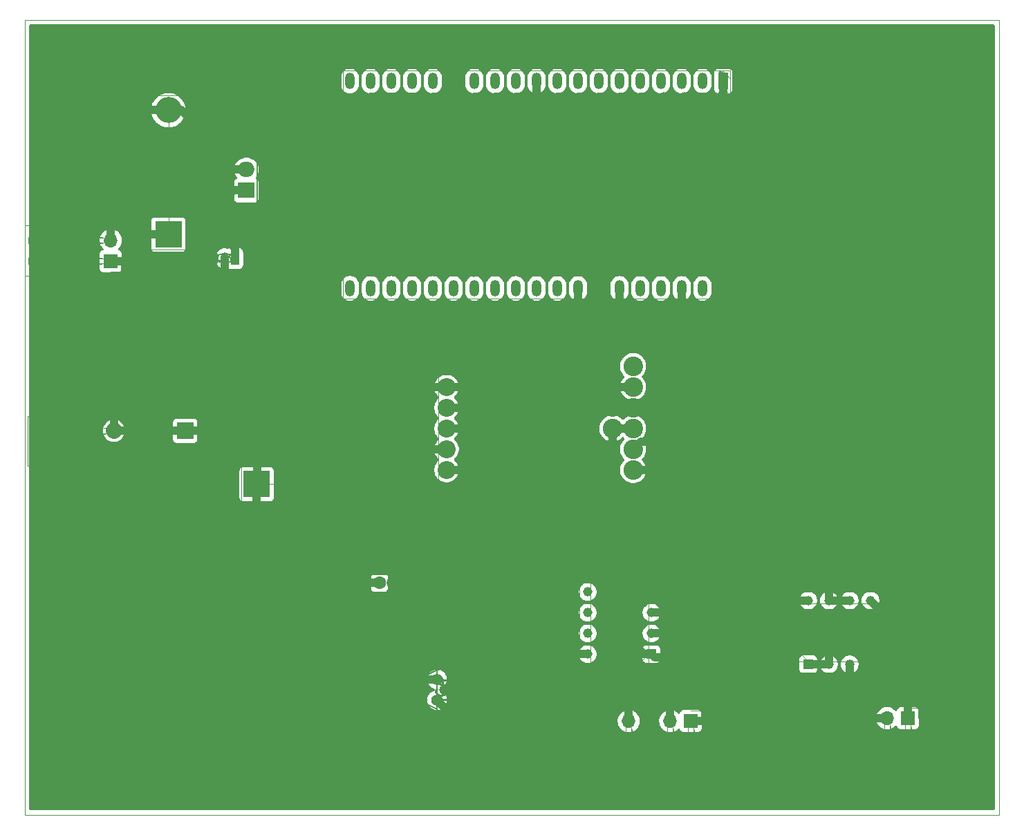
<source format=gbr>
%TF.GenerationSoftware,KiCad,Pcbnew,9.0.0*%
%TF.CreationDate,2025-11-10T15:11:10+01:00*%
%TF.ProjectId,piezotesterV2.1,7069657a-6f74-4657-9374-657256322e31,rev?*%
%TF.SameCoordinates,Original*%
%TF.FileFunction,Other,User*%
%FSLAX46Y46*%
G04 Gerber Fmt 4.6, Leading zero omitted, Abs format (unit mm)*
G04 Created by KiCad (PCBNEW 9.0.0) date 2025-11-10 15:11:10*
%MOMM*%
%LPD*%
G01*
G04 APERTURE LIST*
G04 Aperture macros list*
%AMRoundRect*
0 Rectangle with rounded corners*
0 $1 Rounding radius*
0 $2 $3 $4 $5 $6 $7 $8 $9 X,Y pos of 4 corners*
0 Add a 4 corners polygon primitive as box body*
4,1,4,$2,$3,$4,$5,$6,$7,$8,$9,$2,$3,0*
0 Add four circle primitives for the rounded corners*
1,1,$1+$1,$2,$3*
1,1,$1+$1,$4,$5*
1,1,$1+$1,$6,$7*
1,1,$1+$1,$8,$9*
0 Add four rect primitives between the rounded corners*
20,1,$1+$1,$2,$3,$4,$5,0*
20,1,$1+$1,$4,$5,$6,$7,0*
20,1,$1+$1,$6,$7,$8,$9,0*
20,1,$1+$1,$8,$9,$2,$3,0*%
G04 Aperture macros list end*
%ADD10C,0.100000*%
%TA.AperFunction,ComponentPad*%
%ADD11C,2.200000*%
%TD*%
%TA.AperFunction,ComponentPad*%
%ADD12C,2.000000*%
%TD*%
%TA.AperFunction,ComponentPad*%
%ADD13O,3.200000X3.200000*%
%TD*%
%TA.AperFunction,ComponentPad*%
%ADD14R,3.200000X3.200000*%
%TD*%
%TA.AperFunction,ComponentPad*%
%ADD15O,1.050000X1.500000*%
%TD*%
%TA.AperFunction,ComponentPad*%
%ADD16R,1.050000X1.500000*%
%TD*%
%TA.AperFunction,ComponentPad*%
%ADD17O,2.000000X1.905000*%
%TD*%
%TA.AperFunction,ComponentPad*%
%ADD18R,2.000000X1.905000*%
%TD*%
%TA.AperFunction,ComponentPad*%
%ADD19O,1.700000X1.700000*%
%TD*%
%TA.AperFunction,ComponentPad*%
%ADD20R,1.700000X1.700000*%
%TD*%
%TA.AperFunction,ComponentPad*%
%ADD21O,1.200000X2.000000*%
%TD*%
%TA.AperFunction,ComponentPad*%
%ADD22R,1.200000X2.000000*%
%TD*%
%TA.AperFunction,ComponentPad*%
%ADD23C,1.159000*%
%TD*%
%TA.AperFunction,ComponentPad*%
%ADD24R,1.159000X1.159000*%
%TD*%
%TA.AperFunction,ComponentPad*%
%ADD25C,1.600000*%
%TD*%
%TA.AperFunction,ComponentPad*%
%ADD26R,1.600000X1.600000*%
%TD*%
%TA.AperFunction,ComponentPad*%
%ADD27C,1.400000*%
%TD*%
%TA.AperFunction,ComponentPad*%
%ADD28R,2.000000X2.000000*%
%TD*%
%TA.AperFunction,ViaPad*%
%ADD29C,0.600000*%
%TD*%
%TA.AperFunction,ViaPad*%
%ADD30C,4.100000*%
%TD*%
%ADD31C,2.200000*%
%ADD32C,2.000000*%
%ADD33O,3.200000X3.200000*%
%ADD34R,3.200000X3.200000*%
%ADD35O,1.050000X1.500000*%
%ADD36R,1.050000X1.500000*%
%ADD37O,2.000000X1.905000*%
%ADD38R,2.000000X1.905000*%
%ADD39O,1.700000X1.700000*%
%ADD40R,1.700000X1.700000*%
%ADD41O,1.200000X2.000000*%
%ADD42R,1.200000X2.000000*%
%ADD43C,1.159000*%
%ADD44R,1.159000X1.159000*%
%ADD45C,1.600000*%
%ADD46R,1.600000X1.600000*%
%ADD47C,1.400000*%
%ADD48R,2.000000X2.000000*%
%TA.AperFunction,SMDPad,CuDef*%
%ADD49RoundRect,0.250000X0.625000X-0.312500X0.625000X0.312500X-0.625000X0.312500X-0.625000X-0.312500X0*%
%TD*%
%TA.AperFunction,SMDPad,CuDef*%
%ADD50RoundRect,0.250000X-0.325000X-0.650000X0.325000X-0.650000X0.325000X0.650000X-0.325000X0.650000X0*%
%TD*%
%TA.AperFunction,SMDPad,CuDef*%
%ADD51RoundRect,0.250000X0.312500X0.625000X-0.312500X0.625000X-0.312500X-0.625000X0.312500X-0.625000X0*%
%TD*%
%TA.AperFunction,SMDPad,CuDef*%
%ADD52RoundRect,0.250000X-0.312500X-0.625000X0.312500X-0.625000X0.312500X0.625000X-0.312500X0.625000X0*%
%TD*%
%TA.AperFunction,SMDPad,CuDef*%
%ADD53RoundRect,0.250000X0.325000X0.650000X-0.325000X0.650000X-0.325000X-0.650000X0.325000X-0.650000X0*%
%TD*%
%TA.AperFunction,SMDPad,CuDef*%
%ADD54RoundRect,0.250000X-0.625000X0.312500X-0.625000X-0.312500X0.625000X-0.312500X0.625000X0.312500X0*%
%TD*%
%TA.AperFunction,SMDPad,CuDef*%
%ADD55RoundRect,0.250000X-0.650000X0.325000X-0.650000X-0.325000X0.650000X-0.325000X0.650000X0.325000X0*%
%TD*%
%TA.AperFunction,SMDPad,CuDef*%
%ADD56R,2.900000X5.400000*%
%TD*%
%TA.AperFunction,SMDPad,CuDef*%
%ADD57R,1.020000X2.160000*%
%TD*%
%TA.AperFunction,SMDPad,CuDef*%
%ADD58R,8.330000X6.990000*%
%TD*%
%TA.AperFunction,SMDPad,CuDef*%
%ADD59R,1.235000X1.910000*%
%TD*%
%TA.AperFunction,SMDPad,CuDef*%
%ADD60RoundRect,0.250000X0.650000X-0.325000X0.650000X0.325000X-0.650000X0.325000X-0.650000X-0.325000X0*%
%TD*%
%TA.AperFunction,Conductor*%
%ADD61C,1.000000*%
%TD*%
%TA.AperFunction,Conductor*%
%ADD62C,2.000000*%
%TD*%
%ADD63RoundRect,0.250000X0.625000X-0.312500X0.625000X0.312500X-0.625000X0.312500X-0.625000X-0.312500X0*%
%ADD64RoundRect,0.250000X-0.325000X-0.650000X0.325000X-0.650000X0.325000X0.650000X-0.325000X0.650000X0*%
%ADD65C,2.403200*%
%ADD66C,2.203200*%
%ADD67RoundRect,0.250000X0.312500X0.625000X-0.312500X0.625000X-0.312500X-0.625000X0.312500X-0.625000X0*%
%ADD68RoundRect,0.250000X-0.312500X-0.625000X0.312500X-0.625000X0.312500X0.625000X-0.312500X0.625000X0*%
%ADD69RoundRect,0.250000X0.325000X0.650000X-0.325000X0.650000X-0.325000X-0.650000X0.325000X-0.650000X0*%
%ADD70RoundRect,0.250000X-0.625000X0.312500X-0.625000X-0.312500X0.625000X-0.312500X0.625000X0.312500X0*%
%ADD71RoundRect,0.250000X-0.650000X0.325000X-0.650000X-0.325000X0.650000X-0.325000X0.650000X0.325000X0*%
%ADD72R,2.900000X5.400000*%
%ADD73R,1.020000X2.160000*%
%ADD74R,8.330000X6.990000*%
%ADD75R,1.235000X1.910000*%
%ADD76RoundRect,0.250000X0.650000X-0.325000X0.650000X0.325000X-0.650000X0.325000X-0.650000X-0.325000X0*%
%ADD77C,0.750000*%
%ADD78C,0.150000*%
%ADD79C,0.254000*%
%ADD80C,0.120000*%
%ADD81C,0.200000*%
%ADD82C,0.380000*%
%ADD83C,0.050000*%
%TA.AperFunction,Profile*%
%ADD84C,0.050000*%
%TD*%
G04 APERTURE END LIST*
D10*
X69000000Y-58652675D02*
X188307053Y-58652675D01*
X188307053Y-156000000D01*
X69000000Y-156000000D01*
X69000000Y-58652675D01*
D11*
%TO.P,ADS2,13,VDDA*%
%TO.N,3v3A*%
X140960000Y-108690000D03*
%TO.P,ADS2,12,AIN0*%
%TO.N,Net-(ADS2-AIN0)*%
X143500000Y-113770000D03*
%TO.P,ADS2,11,AIN1*%
%TO.N,Net-(ADS2-AIN1)*%
X143500000Y-111230000D03*
%TO.P,ADS2,10,REFP*%
%TO.N,3v3A*%
X143500000Y-108690000D03*
%TO.P,ADS2,9,REFN*%
%TO.N,GND*%
X143500000Y-106150000D03*
%TO.P,ADS2,8,AIN2*%
%TO.N,Net-(ADS2-AIN2)*%
X143500000Y-103610000D03*
%TO.P,ADS2,7,AIN3*%
%TO.N,unconnected-(ADS2-AIN3-Pad7)*%
X143500000Y-101070000D03*
D12*
%TO.P,ADS2,6,RDY*%
%TO.N,RDY*%
X120640000Y-113770000D03*
%TO.P,ADS2,5,RST*%
%TO.N,+3.3V*%
X120640000Y-111230000D03*
%TO.P,ADS2,4,SCL*%
%TO.N,SCL*%
X120640000Y-108690000D03*
%TO.P,ADS2,3,SDA*%
%TO.N,SDA*%
X120640000Y-106150000D03*
%TO.P,ADS2,2,3V3*%
%TO.N,+3.3V*%
X120640000Y-103610000D03*
%TO.P,ADS2,1,GND*%
%TO.N,GND*%
X140960000Y-106150000D03*
X120640000Y-101070000D03*
%TD*%
D13*
%TO.P,D2,2,A*%
%TO.N,Net-(D2-A)*%
X86580000Y-69710000D03*
D14*
%TO.P,D2,1,K*%
%TO.N,Net-(D2-K)*%
X86580000Y-84950000D03*
%TD*%
D15*
%TO.P,Q3,3,E*%
%TO.N,GND*%
X92160000Y-87880000D03*
%TO.P,Q3,2,B*%
%TO.N,Net-(Q3-B)*%
X93430000Y-87880000D03*
D16*
%TO.P,Q3,1,C*%
%TO.N,Net-(D2-K)*%
X94700000Y-87880000D03*
%TD*%
D17*
%TO.P,Q4,3,S*%
%TO.N,GND*%
X96120000Y-74450000D03*
%TO.P,Q4,2,D*%
%TO.N,Net-(D2-A)*%
X96120000Y-76990000D03*
D18*
%TO.P,Q4,1,G*%
%TO.N,Net-(D2-K)*%
X96120000Y-79530000D03*
%TD*%
D19*
%TO.P,J8,2,Pin_2*%
%TO.N,Net-(D2-A)*%
X79515000Y-85645000D03*
D20*
%TO.P,J8,1,Pin_1*%
%TO.N,Net-(D2-K)*%
X79515000Y-88185000D03*
%TD*%
D21*
%TO.P,U1,38,GND*%
%TO.N,GND*%
X154530000Y-91530000D03*
%TO.P,U1,37,GPIO23*%
%TO.N,unconnected-(U1-GPIO23-Pad37)*%
X151990000Y-91530000D03*
%TO.P,U1,36,GPIO22*%
%TO.N,RDY*%
X149450000Y-91530000D03*
%TO.P,U1,35,U0TXD/GPIO1*%
%TO.N,unconnected-(U1-U0TXD{slash}GPIO1-Pad35)*%
X146910000Y-91530000D03*
%TO.P,U1,34,U0RXD/GPIO3*%
%TO.N,unconnected-(U1-U0RXD{slash}GPIO3-Pad34)*%
X144370000Y-91530000D03*
%TO.P,U1,33,GPIO21*%
%TO.N,SCL*%
X141830000Y-91530000D03*
%TO.P,U1,32,GND*%
%TO.N,GND*%
X139290000Y-91530000D03*
%TO.P,U1,31,GPIO19*%
%TO.N,SDA*%
X136750000Y-91530000D03*
%TO.P,U1,30,GPIO18*%
%TO.N,unconnected-(U1-GPIO18-Pad30)*%
X134210000Y-91530000D03*
%TO.P,U1,29,GPIO5*%
%TO.N,unconnected-(U1-GPIO5-Pad29)*%
X131670000Y-91530000D03*
%TO.P,U1,28,GPIO17*%
%TO.N,unconnected-(U1-GPIO17-Pad28)*%
X129130000Y-91530000D03*
%TO.P,U1,27,GPIO16*%
%TO.N,unconnected-(U1-GPIO16-Pad27)*%
X126590000Y-91530000D03*
%TO.P,U1,26,ADC2_CH0/GPIO4*%
%TO.N,unconnected-(U1-ADC2_CH0{slash}GPIO4-Pad26)*%
X124050000Y-91530000D03*
%TO.P,U1,25,GPIO0/BOOT/ADC2_CH1*%
%TO.N,unconnected-(U1-GPIO0{slash}BOOT{slash}ADC2_CH1-Pad25)*%
X121510000Y-91530000D03*
%TO.P,U1,24,ADC2_CH2/GPIO2*%
%TO.N,unconnected-(U1-ADC2_CH2{slash}GPIO2-Pad24)*%
X118970000Y-91530000D03*
%TO.P,U1,23,MTDO/GPIO15/ADC2_CH3*%
%TO.N,unconnected-(U1-MTDO{slash}GPIO15{slash}ADC2_CH3-Pad23)*%
X116430000Y-91530000D03*
%TO.P,U1,22,SD_DATA1/GPIO8*%
%TO.N,unconnected-(U1-SD_DATA1{slash}GPIO8-Pad22)*%
X113890000Y-91530000D03*
%TO.P,U1,21,SD_DATA0/GPIO7*%
%TO.N,unconnected-(U1-SD_DATA0{slash}GPIO7-Pad21)*%
X111352720Y-91526320D03*
%TO.P,U1,20,SD_CLK/GPIO6*%
%TO.N,unconnected-(U1-SD_CLK{slash}GPIO6-Pad20)*%
X108812720Y-91526320D03*
%TO.P,U1,19,5V*%
%TO.N,unconnected-(U1-5V-Pad19)*%
X108810000Y-66130000D03*
%TO.P,U1,18,CMD*%
%TO.N,unconnected-(U1-CMD-Pad18)*%
X111350000Y-66130000D03*
%TO.P,U1,17,SD_DATA3/GPIO10*%
%TO.N,unconnected-(U1-SD_DATA3{slash}GPIO10-Pad17)*%
X113890000Y-66130000D03*
%TO.P,U1,16,SD_DATA2/GPIO9*%
%TO.N,unconnected-(U1-SD_DATA2{slash}GPIO9-Pad16)*%
X116430000Y-66130000D03*
%TO.P,U1,15,MTCK/GPIO13/ADC2_CH4*%
%TO.N,unconnected-(U1-MTCK{slash}GPIO13{slash}ADC2_CH4-Pad15)*%
X118970000Y-66130000D03*
%TO.P,U1,14,GND*%
%TO.N,GND*%
X121510000Y-66130000D03*
%TO.P,U1,13,MTDI/GPIO12/ADC2_CH5*%
%TO.N,unconnected-(U1-MTDI{slash}GPIO12{slash}ADC2_CH5-Pad13)*%
X124050000Y-66130000D03*
%TO.P,U1,12,MTMS/GPIO14/ADC2_CH6*%
%TO.N,unconnected-(U1-MTMS{slash}GPIO14{slash}ADC2_CH6-Pad12)*%
X126590000Y-66130000D03*
%TO.P,U1,11,ADC2_CH7/GPIO27*%
%TO.N,unconnected-(U1-ADC2_CH7{slash}GPIO27-Pad11)*%
X129130000Y-66130000D03*
%TO.P,U1,10,DAC_2/ADC2_CH9/GPIO26*%
%TO.N,GPIO17*%
X131670000Y-66130000D03*
%TO.P,U1,9,DAC_1/ADC2_CH8/GPIO25*%
%TO.N,unconnected-(U1-DAC_1{slash}ADC2_CH8{slash}GPIO25-Pad9)*%
X134210000Y-66130000D03*
%TO.P,U1,8,32K_XN/GPIO33/ADC1_CH5*%
%TO.N,unconnected-(U1-32K_XN{slash}GPIO33{slash}ADC1_CH5-Pad8)*%
X136750000Y-66130000D03*
%TO.P,U1,7,32K_XP/GPIO32/ADC1_CH4*%
%TO.N,unconnected-(U1-32K_XP{slash}GPIO32{slash}ADC1_CH4-Pad7)*%
X139290000Y-66130000D03*
%TO.P,U1,6,VDET_2/GPIO35/ADC1_CH7*%
%TO.N,unconnected-(U1-VDET_2{slash}GPIO35{slash}ADC1_CH7-Pad6)*%
X141830000Y-66130000D03*
%TO.P,U1,5,VDET_1/GPIO34/ADC1_CH6*%
%TO.N,unconnected-(U1-VDET_1{slash}GPIO34{slash}ADC1_CH6-Pad5)*%
X144370000Y-66130000D03*
%TO.P,U1,4,SENSOR_VN/GPIO39/ADC1_CH3*%
%TO.N,unconnected-(U1-SENSOR_VN{slash}GPIO39{slash}ADC1_CH3-Pad4)*%
X146910000Y-66130000D03*
%TO.P,U1,3,SENSOR_VP/GPIO36/ADC1_CH0*%
%TO.N,unconnected-(U1-SENSOR_VP{slash}GPIO36{slash}ADC1_CH0-Pad3)*%
X149450000Y-66130000D03*
%TO.P,U1,2,CHIP_PU*%
%TO.N,unconnected-(U1-CHIP_PU-Pad2)*%
X151990000Y-66130000D03*
D22*
%TO.P,U1,1,3V3*%
%TO.N,+3.3V*%
X154530000Y-66130000D03*
%TD*%
D23*
%TO.P,IC2,8,V+*%
%TO.N,Net-(IC2-V+)*%
X137920000Y-136330000D03*
%TO.P,IC2,7,OUT2*%
%TO.N,unconnected-(IC2-OUT2-Pad7)*%
X137920000Y-133790000D03*
%TO.P,IC2,6,IN2-*%
%TO.N,unconnected-(IC2-IN2--Pad6)*%
X137920000Y-131250000D03*
%TO.P,IC2,5,IN2+*%
%TO.N,unconnected-(IC2-IN2+-Pad5)*%
X137920000Y-128710000D03*
%TO.P,IC2,4,V-*%
%TO.N,GND*%
X145730000Y-128710000D03*
%TO.P,IC2,3,IN1+*%
%TO.N,Net-(IC2-IN1+)*%
X145730000Y-131250000D03*
%TO.P,IC2,2,IN1-*%
%TO.N,Net-(IC2-IN1-)*%
X145730000Y-133790000D03*
D24*
%TO.P,IC2,1,OUT1*%
%TO.N,AIN2*%
X145730000Y-136330000D03*
%TD*%
D20*
%TO.P,J9,1,Pin_1*%
%TO.N,GND*%
X79900000Y-111507323D03*
D19*
%TO.P,J9,2,Pin_2*%
%TO.N,12VDC+*%
X79900000Y-108967323D03*
%TD*%
D20*
%TO.P,J2,1,Pin_1*%
%TO.N,Net-(J2-Pin_1)*%
X150550000Y-144530000D03*
D19*
%TO.P,J2,2,Pin_2*%
%TO.N,Net-(J2-Pin_2)*%
X148010000Y-144530000D03*
%TO.P,J2,3,Pin_3*%
%TO.N,GND*%
X145470000Y-144530000D03*
%TO.P,J2,4,Pin_4*%
%TO.N,Net-(J2-Pin_4)*%
X142930000Y-144530000D03*
%TD*%
D20*
%TO.P,J1,1,Pin_1*%
%TO.N,Net-(IC1-VINB+)*%
X177125000Y-144175000D03*
D19*
%TO.P,J1,2,Pin_2*%
%TO.N,Net-(IC1-VINA+)*%
X174585000Y-144175000D03*
%TD*%
D25*
%TO.P,C2,2*%
%TO.N,Net-(IC3-FB)*%
X112420000Y-127620000D03*
D26*
%TO.P,C2,1*%
%TO.N,GND*%
X115920000Y-127620000D03*
%TD*%
D27*
%TO.P,IC4,1,OUTPUT*%
%TO.N,3v3A*%
X119480000Y-141950000D03*
%TO.P,IC4,2,GND*%
%TO.N,GND*%
X120480000Y-140680000D03*
%TO.P,IC4,3,INPUT*%
%TO.N,Net-(IC3-FB)*%
X119480000Y-139410000D03*
%TD*%
D24*
%TO.P,IC1,1,VOUTA*%
%TO.N,Net-(IC1-VINA-)*%
X164920000Y-137570000D03*
D23*
%TO.P,IC1,2,VINA-*%
X167460000Y-137570000D03*
%TO.P,IC1,3,VINA+*%
%TO.N,Net-(IC1-VINA+)*%
X170000000Y-137570000D03*
%TO.P,IC1,4,VSS*%
%TO.N,GND*%
X172540000Y-137570000D03*
%TO.P,IC1,5,VINB+*%
%TO.N,Net-(IC1-VINB+)*%
X172540000Y-129760000D03*
%TO.P,IC1,6,VINB-*%
%TO.N,Net-(ADS2-AIN1)*%
X170000000Y-129760000D03*
%TO.P,IC1,7,VOUTB*%
X167460000Y-129760000D03*
%TO.P,IC1,8,VDD*%
%TO.N,Net-(IC1-VDD)*%
X164920000Y-129760000D03*
%TD*%
D14*
%TO.P,D1,1,K*%
%TO.N,OUT*%
X97390000Y-115510000D03*
D13*
%TO.P,D1,2,A*%
%TO.N,GND*%
X112630000Y-115510000D03*
%TD*%
D28*
%TO.P,C1,1*%
%TO.N,12VDC+*%
X88620000Y-108990000D03*
D12*
%TO.P,C1,2*%
%TO.N,GND*%
X88620000Y-113990000D03*
%TD*%
D29*
%TO.N,GND*%
X96950000Y-106020000D03*
X96950000Y-106020000D03*
X96910000Y-106870000D03*
X95910000Y-106870000D03*
X96910000Y-106870000D03*
X95950000Y-106020000D03*
X98980000Y-106020000D03*
X98980000Y-106020000D03*
X98940000Y-106870000D03*
X97940000Y-106870000D03*
X98940000Y-106870000D03*
X97980000Y-106020000D03*
X100930000Y-106020000D03*
X100930000Y-106020000D03*
X100890000Y-106870000D03*
X99890000Y-106870000D03*
X100890000Y-106870000D03*
X99930000Y-106020000D03*
X102800000Y-105990000D03*
X102800000Y-105990000D03*
X102760000Y-106840000D03*
X101760000Y-106840000D03*
X102760000Y-106840000D03*
X101800000Y-105990000D03*
X99320000Y-72280000D03*
X99320000Y-72280000D03*
X99280000Y-73130000D03*
X98280000Y-73130000D03*
X99280000Y-73130000D03*
X98320000Y-72280000D03*
X113070000Y-110920000D03*
X113070000Y-110920000D03*
X113030000Y-111770000D03*
X112030000Y-111770000D03*
X113030000Y-111770000D03*
X112070000Y-110920000D03*
X115880000Y-137010000D03*
X115880000Y-137010000D03*
X115840000Y-137860000D03*
X114840000Y-137860000D03*
X115840000Y-137860000D03*
X114880000Y-137010000D03*
X177720000Y-134870000D03*
X177720000Y-134870000D03*
X177680000Y-135720000D03*
X176680000Y-135720000D03*
X177680000Y-135720000D03*
X176720000Y-134870000D03*
X165380000Y-145390000D03*
X165380000Y-145390000D03*
X165340000Y-146240000D03*
X164340000Y-146240000D03*
X165340000Y-146240000D03*
X164380000Y-145390000D03*
X145940000Y-142290000D03*
X145940000Y-142290000D03*
X145900000Y-143140000D03*
X144900000Y-143140000D03*
X145900000Y-143140000D03*
X144940000Y-142290000D03*
X137510000Y-144950000D03*
X137510000Y-144950000D03*
X137470000Y-145800000D03*
X136470000Y-145800000D03*
X137470000Y-145800000D03*
X136510000Y-144950000D03*
X128390000Y-131870000D03*
X128390000Y-131870000D03*
X128350000Y-132720000D03*
X127350000Y-132720000D03*
X128350000Y-132720000D03*
X127390000Y-131870000D03*
X157940000Y-121390000D03*
X157940000Y-121390000D03*
X157900000Y-122240000D03*
X156900000Y-122240000D03*
X157900000Y-122240000D03*
X156940000Y-121390000D03*
X119960000Y-98850000D03*
X121000000Y-98000000D03*
X120000000Y-98000000D03*
X121000000Y-98000000D03*
X120960000Y-98850000D03*
X120960000Y-98850000D03*
X131040000Y-98150000D03*
X131040000Y-98150000D03*
X131000000Y-99000000D03*
X130000000Y-99000000D03*
X131000000Y-99000000D03*
X130040000Y-98150000D03*
X157960000Y-119850000D03*
X158000000Y-119000000D03*
X157000000Y-119000000D03*
X157960000Y-119850000D03*
X158000000Y-119000000D03*
X156960000Y-119850000D03*
X164040000Y-135150000D03*
X163000000Y-136000000D03*
X164000000Y-136000000D03*
X164040000Y-135150000D03*
X164000000Y-136000000D03*
X163040000Y-135150000D03*
X171040000Y-132150000D03*
X171000000Y-133000000D03*
X170000000Y-135000000D03*
X170000000Y-133000000D03*
X171040000Y-134150000D03*
X170040000Y-132150000D03*
X170040000Y-134150000D03*
X171000000Y-135000000D03*
X171040000Y-132150000D03*
X171000000Y-133000000D03*
X171040000Y-134150000D03*
X171000000Y-135000000D03*
X172040000Y-134150000D03*
X172000000Y-135000000D03*
D30*
X72000000Y-153000000D03*
X72000000Y-62000000D03*
X185000000Y-153000000D03*
X185000000Y-62000000D03*
D29*
X172040000Y-132150000D03*
X172000000Y-133000000D03*
%TD*%
%TA.AperFunction,Conductor*%
%TO.N,GND*%
G36*
X187699592Y-59222860D02*
G01*
X187745347Y-59275664D01*
X187756553Y-59327175D01*
X187756553Y-155325500D01*
X187736868Y-155392539D01*
X187684064Y-155438294D01*
X187632553Y-155449500D01*
X69674500Y-155449500D01*
X69607461Y-155429815D01*
X69561706Y-155377011D01*
X69550500Y-155325500D01*
X69550500Y-144423713D01*
X141579500Y-144423713D01*
X141579500Y-144636287D01*
X141612754Y-144846243D01*
X141624637Y-144882816D01*
X141678444Y-145048414D01*
X141774951Y-145237820D01*
X141899890Y-145409786D01*
X142050213Y-145560109D01*
X142222179Y-145685048D01*
X142222181Y-145685049D01*
X142222184Y-145685051D01*
X142411588Y-145781557D01*
X142613757Y-145847246D01*
X142823713Y-145880500D01*
X142823714Y-145880500D01*
X143036286Y-145880500D01*
X143036287Y-145880500D01*
X143246243Y-145847246D01*
X143448412Y-145781557D01*
X143637816Y-145685051D01*
X143724138Y-145622335D01*
X143809786Y-145560109D01*
X143809788Y-145560106D01*
X143809792Y-145560104D01*
X143960104Y-145409792D01*
X143960106Y-145409788D01*
X143960109Y-145409786D01*
X144085048Y-145237820D01*
X144085047Y-145237820D01*
X144085051Y-145237816D01*
X144181557Y-145048412D01*
X144247246Y-144846243D01*
X144280500Y-144636287D01*
X144280500Y-144423713D01*
X146659500Y-144423713D01*
X146659500Y-144636287D01*
X146692754Y-144846243D01*
X146704637Y-144882816D01*
X146758444Y-145048414D01*
X146854951Y-145237820D01*
X146979890Y-145409786D01*
X147130213Y-145560109D01*
X147302179Y-145685048D01*
X147302181Y-145685049D01*
X147302184Y-145685051D01*
X147491588Y-145781557D01*
X147693757Y-145847246D01*
X147903713Y-145880500D01*
X147903714Y-145880500D01*
X148116286Y-145880500D01*
X148116287Y-145880500D01*
X148326243Y-145847246D01*
X148528412Y-145781557D01*
X148717816Y-145685051D01*
X148889792Y-145560104D01*
X149003329Y-145446566D01*
X149064648Y-145413084D01*
X149134340Y-145418068D01*
X149190274Y-145459939D01*
X149207189Y-145490917D01*
X149256202Y-145622328D01*
X149256206Y-145622335D01*
X149342452Y-145737544D01*
X149342455Y-145737547D01*
X149457664Y-145823793D01*
X149457671Y-145823797D01*
X149592517Y-145874091D01*
X149592516Y-145874091D01*
X149599444Y-145874835D01*
X149652127Y-145880500D01*
X151447872Y-145880499D01*
X151507483Y-145874091D01*
X151642331Y-145823796D01*
X151757546Y-145737546D01*
X151843796Y-145622331D01*
X151894091Y-145487483D01*
X151900500Y-145427873D01*
X151900499Y-144068713D01*
X173234500Y-144068713D01*
X173234500Y-144281286D01*
X173267753Y-144491239D01*
X173333444Y-144693414D01*
X173429951Y-144882820D01*
X173554890Y-145054786D01*
X173705213Y-145205109D01*
X173877179Y-145330048D01*
X173877181Y-145330049D01*
X173877184Y-145330051D01*
X174066588Y-145426557D01*
X174268757Y-145492246D01*
X174478713Y-145525500D01*
X174478714Y-145525500D01*
X174691286Y-145525500D01*
X174691287Y-145525500D01*
X174901243Y-145492246D01*
X175103412Y-145426557D01*
X175292816Y-145330051D01*
X175419762Y-145237820D01*
X175464784Y-145205110D01*
X175464784Y-145205109D01*
X175464792Y-145205104D01*
X175578329Y-145091566D01*
X175639648Y-145058084D01*
X175709340Y-145063068D01*
X175765274Y-145104939D01*
X175782189Y-145135917D01*
X175831202Y-145267328D01*
X175831206Y-145267335D01*
X175917452Y-145382544D01*
X175917455Y-145382547D01*
X176032664Y-145468793D01*
X176032671Y-145468797D01*
X176167517Y-145519091D01*
X176167516Y-145519091D01*
X176174444Y-145519835D01*
X176227127Y-145525500D01*
X178022872Y-145525499D01*
X178082483Y-145519091D01*
X178217331Y-145468796D01*
X178332546Y-145382546D01*
X178418796Y-145267331D01*
X178469091Y-145132483D01*
X178475500Y-145072873D01*
X178475499Y-143277128D01*
X178469091Y-143217517D01*
X178467810Y-143214083D01*
X178418797Y-143082671D01*
X178418793Y-143082664D01*
X178332547Y-142967455D01*
X178332544Y-142967452D01*
X178217335Y-142881206D01*
X178217328Y-142881202D01*
X178082482Y-142830908D01*
X178082483Y-142830908D01*
X178022883Y-142824501D01*
X178022881Y-142824500D01*
X178022873Y-142824500D01*
X178022864Y-142824500D01*
X176227129Y-142824500D01*
X176227123Y-142824501D01*
X176167516Y-142830908D01*
X176032671Y-142881202D01*
X176032664Y-142881206D01*
X175917455Y-142967452D01*
X175917452Y-142967455D01*
X175831206Y-143082664D01*
X175831203Y-143082669D01*
X175782189Y-143214083D01*
X175740317Y-143270016D01*
X175674853Y-143294433D01*
X175606580Y-143279581D01*
X175578326Y-143258430D01*
X175464786Y-143144890D01*
X175292820Y-143019951D01*
X175103414Y-142923444D01*
X175103413Y-142923443D01*
X175103412Y-142923443D01*
X174901243Y-142857754D01*
X174901241Y-142857753D01*
X174901240Y-142857753D01*
X174739957Y-142832208D01*
X174691287Y-142824500D01*
X174478713Y-142824500D01*
X174430042Y-142832208D01*
X174268760Y-142857753D01*
X174066585Y-142923444D01*
X173877179Y-143019951D01*
X173705213Y-143144890D01*
X173554890Y-143295213D01*
X173429951Y-143467179D01*
X173333444Y-143656585D01*
X173267753Y-143858760D01*
X173234500Y-144068713D01*
X151900499Y-144068713D01*
X151900499Y-143632128D01*
X151894091Y-143572517D01*
X151892810Y-143569083D01*
X151843797Y-143437671D01*
X151843793Y-143437664D01*
X151757547Y-143322455D01*
X151757544Y-143322452D01*
X151642335Y-143236206D01*
X151642328Y-143236202D01*
X151507482Y-143185908D01*
X151507483Y-143185908D01*
X151447883Y-143179501D01*
X151447881Y-143179500D01*
X151447873Y-143179500D01*
X151447864Y-143179500D01*
X149652129Y-143179500D01*
X149652123Y-143179501D01*
X149592516Y-143185908D01*
X149457671Y-143236202D01*
X149457664Y-143236206D01*
X149342455Y-143322452D01*
X149342452Y-143322455D01*
X149256206Y-143437664D01*
X149256203Y-143437669D01*
X149207189Y-143569083D01*
X149165317Y-143625016D01*
X149099853Y-143649433D01*
X149031580Y-143634581D01*
X149003326Y-143613430D01*
X148889786Y-143499890D01*
X148717820Y-143374951D01*
X148528414Y-143278444D01*
X148528413Y-143278443D01*
X148528412Y-143278443D01*
X148326243Y-143212754D01*
X148326241Y-143212753D01*
X148326240Y-143212753D01*
X148164957Y-143187208D01*
X148116287Y-143179500D01*
X147903713Y-143179500D01*
X147855042Y-143187208D01*
X147693760Y-143212753D01*
X147491585Y-143278444D01*
X147302179Y-143374951D01*
X147130213Y-143499890D01*
X146979890Y-143650213D01*
X146854951Y-143822179D01*
X146758444Y-144011585D01*
X146692753Y-144213760D01*
X146682058Y-144281286D01*
X146659500Y-144423713D01*
X144280500Y-144423713D01*
X144247246Y-144213757D01*
X144181557Y-144011588D01*
X144085051Y-143822184D01*
X144085049Y-143822181D01*
X144085048Y-143822179D01*
X143960109Y-143650213D01*
X143809786Y-143499890D01*
X143637820Y-143374951D01*
X143448414Y-143278444D01*
X143448413Y-143278443D01*
X143448412Y-143278443D01*
X143246243Y-143212754D01*
X143246241Y-143212753D01*
X143246240Y-143212753D01*
X143084957Y-143187208D01*
X143036287Y-143179500D01*
X142823713Y-143179500D01*
X142775042Y-143187208D01*
X142613760Y-143212753D01*
X142411585Y-143278444D01*
X142222179Y-143374951D01*
X142050213Y-143499890D01*
X141899890Y-143650213D01*
X141774951Y-143822179D01*
X141678444Y-144011585D01*
X141612753Y-144213760D01*
X141602058Y-144281286D01*
X141579500Y-144423713D01*
X69550500Y-144423713D01*
X69550500Y-139315513D01*
X118279500Y-139315513D01*
X118279500Y-139504486D01*
X118309059Y-139691118D01*
X118367454Y-139870836D01*
X118453240Y-140039199D01*
X118564310Y-140192073D01*
X118697927Y-140325690D01*
X118850801Y-140436760D01*
X118930347Y-140477290D01*
X119019163Y-140522545D01*
X119019165Y-140522545D01*
X119019168Y-140522547D01*
X119108734Y-140551649D01*
X119140803Y-140562069D01*
X119198478Y-140601507D01*
X119225676Y-140665866D01*
X119213761Y-140734712D01*
X119166516Y-140786188D01*
X119140803Y-140797931D01*
X119019163Y-140837454D01*
X118850800Y-140923240D01*
X118763579Y-140986610D01*
X118697927Y-141034310D01*
X118697925Y-141034312D01*
X118697924Y-141034312D01*
X118564312Y-141167924D01*
X118564312Y-141167925D01*
X118564310Y-141167927D01*
X118516610Y-141233579D01*
X118453240Y-141320800D01*
X118367454Y-141489163D01*
X118309059Y-141668881D01*
X118279500Y-141855513D01*
X118279500Y-142044486D01*
X118309059Y-142231118D01*
X118367454Y-142410836D01*
X118453240Y-142579199D01*
X118564310Y-142732073D01*
X118697927Y-142865690D01*
X118850801Y-142976760D01*
X118930347Y-143017290D01*
X119019163Y-143062545D01*
X119019165Y-143062545D01*
X119019168Y-143062547D01*
X119081097Y-143082669D01*
X119198881Y-143120940D01*
X119385514Y-143150500D01*
X119385519Y-143150500D01*
X119574486Y-143150500D01*
X119761118Y-143120940D01*
X119940832Y-143062547D01*
X120109199Y-142976760D01*
X120262073Y-142865690D01*
X120395690Y-142732073D01*
X120506760Y-142579199D01*
X120592547Y-142410832D01*
X120650940Y-142231118D01*
X120680500Y-142044486D01*
X120680500Y-141855513D01*
X120650940Y-141668881D01*
X120592545Y-141489163D01*
X120506759Y-141320800D01*
X120395690Y-141167927D01*
X120262073Y-141034310D01*
X120109199Y-140923240D01*
X119940836Y-140837454D01*
X119866472Y-140813291D01*
X119819195Y-140797930D01*
X119761521Y-140758493D01*
X119734323Y-140694134D01*
X119746238Y-140625288D01*
X119793482Y-140573812D01*
X119819194Y-140562069D01*
X119940832Y-140522547D01*
X120109199Y-140436760D01*
X120262073Y-140325690D01*
X120395690Y-140192073D01*
X120506760Y-140039199D01*
X120592547Y-139870832D01*
X120650940Y-139691118D01*
X120680500Y-139504486D01*
X120680500Y-139315513D01*
X120650940Y-139128881D01*
X120592545Y-138949163D01*
X120506759Y-138780800D01*
X120395690Y-138627927D01*
X120262073Y-138494310D01*
X120109199Y-138383240D01*
X119940836Y-138297454D01*
X119761118Y-138239059D01*
X119574486Y-138209500D01*
X119574481Y-138209500D01*
X119385519Y-138209500D01*
X119385514Y-138209500D01*
X119198881Y-138239059D01*
X119019163Y-138297454D01*
X118850800Y-138383240D01*
X118763579Y-138446610D01*
X118697927Y-138494310D01*
X118697925Y-138494312D01*
X118697924Y-138494312D01*
X118564312Y-138627924D01*
X118564312Y-138627925D01*
X118564310Y-138627927D01*
X118548274Y-138649999D01*
X118453240Y-138780800D01*
X118367454Y-138949163D01*
X118309059Y-139128881D01*
X118279500Y-139315513D01*
X69550500Y-139315513D01*
X69550500Y-136244996D01*
X136840000Y-136244996D01*
X136840000Y-136415003D01*
X136866593Y-136582902D01*
X136919122Y-136744573D01*
X136919123Y-136744576D01*
X136981209Y-136866424D01*
X136996301Y-136896044D01*
X137096222Y-137033573D01*
X137216427Y-137153778D01*
X137353956Y-137253699D01*
X137380153Y-137267047D01*
X137505423Y-137330876D01*
X137505426Y-137330877D01*
X137574417Y-137353293D01*
X137667099Y-137383407D01*
X137744861Y-137395723D01*
X137834997Y-137410000D01*
X137835002Y-137410000D01*
X138005003Y-137410000D01*
X138086398Y-137397107D01*
X138172901Y-137383407D01*
X138334576Y-137330876D01*
X138486044Y-137253699D01*
X138623573Y-137153778D01*
X138743778Y-137033573D01*
X138843699Y-136896044D01*
X138920876Y-136744576D01*
X138973407Y-136582901D01*
X138988121Y-136490000D01*
X139000000Y-136415003D01*
X139000000Y-136244996D01*
X138984529Y-136147321D01*
X138973407Y-136077099D01*
X138920876Y-135915424D01*
X138920876Y-135915423D01*
X138843698Y-135763955D01*
X138799146Y-135702635D01*
X144650000Y-135702635D01*
X144650000Y-136957370D01*
X144650001Y-136957376D01*
X144656408Y-137016983D01*
X144706702Y-137151828D01*
X144706706Y-137151835D01*
X144792952Y-137267044D01*
X144792955Y-137267047D01*
X144908164Y-137353293D01*
X144908171Y-137353297D01*
X145043017Y-137403591D01*
X145043016Y-137403591D01*
X145049944Y-137404335D01*
X145102627Y-137410000D01*
X146357372Y-137409999D01*
X146416983Y-137403591D01*
X146551831Y-137353296D01*
X146667046Y-137267046D01*
X146753296Y-137151831D01*
X146803591Y-137016983D01*
X146810000Y-136957373D01*
X146810000Y-136942635D01*
X163840000Y-136942635D01*
X163840000Y-138197370D01*
X163840001Y-138197376D01*
X163846408Y-138256983D01*
X163896702Y-138391828D01*
X163896706Y-138391835D01*
X163982952Y-138507044D01*
X163982955Y-138507047D01*
X164098164Y-138593293D01*
X164098171Y-138593297D01*
X164233017Y-138643591D01*
X164233016Y-138643591D01*
X164239944Y-138644335D01*
X164292627Y-138650000D01*
X165547372Y-138649999D01*
X165606983Y-138643591D01*
X165741831Y-138593296D01*
X165857046Y-138507046D01*
X165943296Y-138391831D01*
X165993591Y-138256983D01*
X166000000Y-138197373D01*
X165999999Y-137484996D01*
X166380000Y-137484996D01*
X166380000Y-137655003D01*
X166406593Y-137822902D01*
X166459122Y-137984573D01*
X166459123Y-137984576D01*
X166536301Y-138136044D01*
X166636222Y-138273573D01*
X166756427Y-138393778D01*
X166893956Y-138493699D01*
X166920153Y-138507047D01*
X167045423Y-138570876D01*
X167045426Y-138570877D01*
X167114417Y-138593293D01*
X167207099Y-138623407D01*
X167284861Y-138635723D01*
X167374997Y-138650000D01*
X167375002Y-138650000D01*
X167545003Y-138650000D01*
X167626398Y-138637107D01*
X167712901Y-138623407D01*
X167874576Y-138570876D01*
X168026044Y-138493699D01*
X168163573Y-138393778D01*
X168283778Y-138273573D01*
X168383699Y-138136044D01*
X168460876Y-137984576D01*
X168513407Y-137822901D01*
X168527107Y-137736398D01*
X168540000Y-137655003D01*
X168540000Y-137484996D01*
X168920000Y-137484996D01*
X168920000Y-137655003D01*
X168946593Y-137822902D01*
X168999122Y-137984573D01*
X168999123Y-137984576D01*
X169076301Y-138136044D01*
X169176222Y-138273573D01*
X169296427Y-138393778D01*
X169433956Y-138493699D01*
X169460153Y-138507047D01*
X169585423Y-138570876D01*
X169585426Y-138570877D01*
X169654417Y-138593293D01*
X169747099Y-138623407D01*
X169824861Y-138635723D01*
X169914997Y-138650000D01*
X169915002Y-138650000D01*
X170085003Y-138650000D01*
X170166398Y-138637107D01*
X170252901Y-138623407D01*
X170414576Y-138570876D01*
X170566044Y-138493699D01*
X170703573Y-138393778D01*
X170823778Y-138273573D01*
X170923699Y-138136044D01*
X171000876Y-137984576D01*
X171053407Y-137822901D01*
X171067107Y-137736398D01*
X171080000Y-137655003D01*
X171080000Y-137484996D01*
X171059140Y-137353296D01*
X171053407Y-137317099D01*
X171000876Y-137155424D01*
X171000876Y-137155423D01*
X170961551Y-137078246D01*
X170923699Y-137003956D01*
X170823778Y-136866427D01*
X170703573Y-136746222D01*
X170566044Y-136646301D01*
X170539849Y-136632954D01*
X170414576Y-136569123D01*
X170414573Y-136569122D01*
X170252902Y-136516593D01*
X170085003Y-136490000D01*
X170084998Y-136490000D01*
X169915002Y-136490000D01*
X169914997Y-136490000D01*
X169747097Y-136516593D01*
X169585426Y-136569122D01*
X169585423Y-136569123D01*
X169433955Y-136646301D01*
X169355489Y-136703310D01*
X169296427Y-136746222D01*
X169296425Y-136746224D01*
X169296424Y-136746224D01*
X169176224Y-136866424D01*
X169176224Y-136866425D01*
X169176222Y-136866427D01*
X169164169Y-136883017D01*
X169076301Y-137003955D01*
X168999123Y-137155423D01*
X168999122Y-137155426D01*
X168946593Y-137317097D01*
X168920000Y-137484996D01*
X168540000Y-137484996D01*
X168519140Y-137353296D01*
X168513407Y-137317099D01*
X168460876Y-137155424D01*
X168460876Y-137155423D01*
X168421551Y-137078246D01*
X168383699Y-137003956D01*
X168283778Y-136866427D01*
X168163573Y-136746222D01*
X168026044Y-136646301D01*
X167999849Y-136632954D01*
X167874576Y-136569123D01*
X167874573Y-136569122D01*
X167712902Y-136516593D01*
X167545003Y-136490000D01*
X167544998Y-136490000D01*
X167375002Y-136490000D01*
X167374997Y-136490000D01*
X167207097Y-136516593D01*
X167045426Y-136569122D01*
X167045423Y-136569123D01*
X166893955Y-136646301D01*
X166815489Y-136703310D01*
X166756427Y-136746222D01*
X166756425Y-136746224D01*
X166756424Y-136746224D01*
X166636224Y-136866424D01*
X166636224Y-136866425D01*
X166636222Y-136866427D01*
X166624169Y-136883017D01*
X166536301Y-137003955D01*
X166459123Y-137155423D01*
X166459122Y-137155426D01*
X166406593Y-137317097D01*
X166380000Y-137484996D01*
X165999999Y-137484996D01*
X165999999Y-136942628D01*
X165993591Y-136883017D01*
X165987403Y-136866427D01*
X165943297Y-136748171D01*
X165943293Y-136748164D01*
X165857047Y-136632955D01*
X165857044Y-136632952D01*
X165741835Y-136546706D01*
X165741828Y-136546702D01*
X165606982Y-136496408D01*
X165606983Y-136496408D01*
X165547383Y-136490001D01*
X165547381Y-136490000D01*
X165547373Y-136490000D01*
X165547364Y-136490000D01*
X164292629Y-136490000D01*
X164292623Y-136490001D01*
X164233016Y-136496408D01*
X164098171Y-136546702D01*
X164098164Y-136546706D01*
X163982955Y-136632952D01*
X163982952Y-136632955D01*
X163896706Y-136748164D01*
X163896702Y-136748171D01*
X163846408Y-136883017D01*
X163845008Y-136896044D01*
X163840001Y-136942623D01*
X163840000Y-136942635D01*
X146810000Y-136942635D01*
X146809999Y-135702628D01*
X146803591Y-135643017D01*
X146797403Y-135626427D01*
X146753297Y-135508171D01*
X146753293Y-135508164D01*
X146667047Y-135392955D01*
X146667044Y-135392952D01*
X146551835Y-135306706D01*
X146551828Y-135306702D01*
X146416982Y-135256408D01*
X146416983Y-135256408D01*
X146357383Y-135250001D01*
X146357381Y-135250000D01*
X146357373Y-135250000D01*
X146357364Y-135250000D01*
X145102629Y-135250000D01*
X145102623Y-135250001D01*
X145043016Y-135256408D01*
X144908171Y-135306702D01*
X144908164Y-135306706D01*
X144792955Y-135392952D01*
X144792952Y-135392955D01*
X144706706Y-135508164D01*
X144706702Y-135508171D01*
X144656408Y-135643017D01*
X144650001Y-135702616D01*
X144650001Y-135702623D01*
X144650000Y-135702635D01*
X138799146Y-135702635D01*
X138743778Y-135626427D01*
X138623573Y-135506222D01*
X138486044Y-135406301D01*
X138459849Y-135392954D01*
X138334576Y-135329123D01*
X138334573Y-135329122D01*
X138172902Y-135276593D01*
X138005003Y-135250000D01*
X138004998Y-135250000D01*
X137835002Y-135250000D01*
X137834997Y-135250000D01*
X137667097Y-135276593D01*
X137505426Y-135329122D01*
X137505423Y-135329123D01*
X137353955Y-135406301D01*
X137275489Y-135463310D01*
X137216427Y-135506222D01*
X137216425Y-135506224D01*
X137216424Y-135506224D01*
X137096224Y-135626424D01*
X137096224Y-135626425D01*
X137096222Y-135626427D01*
X137084169Y-135643017D01*
X136996301Y-135763955D01*
X136919123Y-135915423D01*
X136919122Y-135915426D01*
X136866593Y-136077097D01*
X136840000Y-136244996D01*
X69550500Y-136244996D01*
X69550500Y-133704996D01*
X136840000Y-133704996D01*
X136840000Y-133875003D01*
X136866593Y-134042902D01*
X136919122Y-134204573D01*
X136919123Y-134204576D01*
X136996301Y-134356044D01*
X137096222Y-134493573D01*
X137216427Y-134613778D01*
X137353956Y-134713699D01*
X137428246Y-134751551D01*
X137505423Y-134790876D01*
X137505426Y-134790877D01*
X137586261Y-134817141D01*
X137667099Y-134843407D01*
X137744861Y-134855723D01*
X137834997Y-134870000D01*
X137835002Y-134870000D01*
X138005003Y-134870000D01*
X138086398Y-134857107D01*
X138172901Y-134843407D01*
X138334576Y-134790876D01*
X138486044Y-134713699D01*
X138623573Y-134613778D01*
X138743778Y-134493573D01*
X138843699Y-134356044D01*
X138920876Y-134204576D01*
X138973407Y-134042901D01*
X138987107Y-133956398D01*
X139000000Y-133875003D01*
X139000000Y-133704996D01*
X144650000Y-133704996D01*
X144650000Y-133875003D01*
X144676593Y-134042902D01*
X144729122Y-134204573D01*
X144729123Y-134204576D01*
X144806301Y-134356044D01*
X144906222Y-134493573D01*
X145026427Y-134613778D01*
X145163956Y-134713699D01*
X145238246Y-134751551D01*
X145315423Y-134790876D01*
X145315426Y-134790877D01*
X145396261Y-134817141D01*
X145477099Y-134843407D01*
X145554861Y-134855723D01*
X145644997Y-134870000D01*
X145645002Y-134870000D01*
X145815003Y-134870000D01*
X145896398Y-134857107D01*
X145982901Y-134843407D01*
X146144576Y-134790876D01*
X146296044Y-134713699D01*
X146433573Y-134613778D01*
X146553778Y-134493573D01*
X146653699Y-134356044D01*
X146730876Y-134204576D01*
X146783407Y-134042901D01*
X146797107Y-133956398D01*
X146810000Y-133875003D01*
X146810000Y-133704996D01*
X146794529Y-133607321D01*
X146783407Y-133537099D01*
X146730876Y-133375424D01*
X146730876Y-133375423D01*
X146653698Y-133223955D01*
X146553778Y-133086427D01*
X146433573Y-132966222D01*
X146296044Y-132866301D01*
X146144576Y-132789123D01*
X146144573Y-132789122D01*
X145982902Y-132736593D01*
X145815003Y-132710000D01*
X145814998Y-132710000D01*
X145645002Y-132710000D01*
X145644997Y-132710000D01*
X145477097Y-132736593D01*
X145315426Y-132789122D01*
X145315423Y-132789123D01*
X145163955Y-132866301D01*
X145085489Y-132923310D01*
X145026427Y-132966222D01*
X145026425Y-132966224D01*
X145026424Y-132966224D01*
X144906224Y-133086424D01*
X144906224Y-133086425D01*
X144906222Y-133086427D01*
X144863310Y-133145489D01*
X144806301Y-133223955D01*
X144729123Y-133375423D01*
X144729122Y-133375426D01*
X144676593Y-133537097D01*
X144650000Y-133704996D01*
X139000000Y-133704996D01*
X138984529Y-133607321D01*
X138973407Y-133537099D01*
X138920876Y-133375424D01*
X138920876Y-133375423D01*
X138843698Y-133223955D01*
X138743778Y-133086427D01*
X138623573Y-132966222D01*
X138486044Y-132866301D01*
X138334576Y-132789123D01*
X138334573Y-132789122D01*
X138172902Y-132736593D01*
X138005003Y-132710000D01*
X138004998Y-132710000D01*
X137835002Y-132710000D01*
X137834997Y-132710000D01*
X137667097Y-132736593D01*
X137505426Y-132789122D01*
X137505423Y-132789123D01*
X137353955Y-132866301D01*
X137275489Y-132923310D01*
X137216427Y-132966222D01*
X137216425Y-132966224D01*
X137216424Y-132966224D01*
X137096224Y-133086424D01*
X137096224Y-133086425D01*
X137096222Y-133086427D01*
X137053310Y-133145489D01*
X136996301Y-133223955D01*
X136919123Y-133375423D01*
X136919122Y-133375426D01*
X136866593Y-133537097D01*
X136840000Y-133704996D01*
X69550500Y-133704996D01*
X69550500Y-131164996D01*
X136840000Y-131164996D01*
X136840000Y-131335003D01*
X136866593Y-131502902D01*
X136919122Y-131664573D01*
X136919123Y-131664576D01*
X136996301Y-131816044D01*
X137096222Y-131953573D01*
X137216427Y-132073778D01*
X137353956Y-132173699D01*
X137428246Y-132211551D01*
X137505423Y-132250876D01*
X137505426Y-132250877D01*
X137586261Y-132277141D01*
X137667099Y-132303407D01*
X137744861Y-132315723D01*
X137834997Y-132330000D01*
X137835002Y-132330000D01*
X138005003Y-132330000D01*
X138086398Y-132317107D01*
X138172901Y-132303407D01*
X138334576Y-132250876D01*
X138486044Y-132173699D01*
X138623573Y-132073778D01*
X138743778Y-131953573D01*
X138843699Y-131816044D01*
X138920876Y-131664576D01*
X138973407Y-131502901D01*
X138987107Y-131416398D01*
X139000000Y-131335003D01*
X139000000Y-131164996D01*
X144650000Y-131164996D01*
X144650000Y-131335003D01*
X144676593Y-131502902D01*
X144729122Y-131664573D01*
X144729123Y-131664576D01*
X144806301Y-131816044D01*
X144906222Y-131953573D01*
X145026427Y-132073778D01*
X145163956Y-132173699D01*
X145238246Y-132211551D01*
X145315423Y-132250876D01*
X145315426Y-132250877D01*
X145396261Y-132277141D01*
X145477099Y-132303407D01*
X145554861Y-132315723D01*
X145644997Y-132330000D01*
X145645002Y-132330000D01*
X145815003Y-132330000D01*
X145896398Y-132317107D01*
X145982901Y-132303407D01*
X146144576Y-132250876D01*
X146296044Y-132173699D01*
X146433573Y-132073778D01*
X146553778Y-131953573D01*
X146653699Y-131816044D01*
X146730876Y-131664576D01*
X146783407Y-131502901D01*
X146797107Y-131416398D01*
X146810000Y-131335003D01*
X146810000Y-131164996D01*
X146794529Y-131067321D01*
X146783407Y-130997099D01*
X146730876Y-130835424D01*
X146730876Y-130835423D01*
X146653698Y-130683955D01*
X146653512Y-130683699D01*
X146553778Y-130546427D01*
X146433573Y-130426222D01*
X146296044Y-130326301D01*
X146295540Y-130326044D01*
X146144576Y-130249123D01*
X146144573Y-130249122D01*
X145982902Y-130196593D01*
X145815003Y-130170000D01*
X145814998Y-130170000D01*
X145645002Y-130170000D01*
X145644997Y-130170000D01*
X145477097Y-130196593D01*
X145315426Y-130249122D01*
X145315423Y-130249123D01*
X145163955Y-130326301D01*
X145085489Y-130383310D01*
X145026427Y-130426222D01*
X145026425Y-130426224D01*
X145026424Y-130426224D01*
X144906224Y-130546424D01*
X144906224Y-130546425D01*
X144906222Y-130546427D01*
X144879087Y-130583775D01*
X144806301Y-130683955D01*
X144729123Y-130835423D01*
X144729122Y-130835426D01*
X144676593Y-130997097D01*
X144650000Y-131164996D01*
X139000000Y-131164996D01*
X138984529Y-131067321D01*
X138973407Y-130997099D01*
X138920876Y-130835424D01*
X138920876Y-130835423D01*
X138843698Y-130683955D01*
X138843512Y-130683699D01*
X138743778Y-130546427D01*
X138623573Y-130426222D01*
X138486044Y-130326301D01*
X138485540Y-130326044D01*
X138334576Y-130249123D01*
X138334573Y-130249122D01*
X138172902Y-130196593D01*
X138005003Y-130170000D01*
X138004998Y-130170000D01*
X137835002Y-130170000D01*
X137834997Y-130170000D01*
X137667097Y-130196593D01*
X137505426Y-130249122D01*
X137505423Y-130249123D01*
X137353955Y-130326301D01*
X137275489Y-130383310D01*
X137216427Y-130426222D01*
X137216425Y-130426224D01*
X137216424Y-130426224D01*
X137096224Y-130546424D01*
X137096224Y-130546425D01*
X137096222Y-130546427D01*
X137069087Y-130583775D01*
X136996301Y-130683955D01*
X136919123Y-130835423D01*
X136919122Y-130835426D01*
X136866593Y-130997097D01*
X136840000Y-131164996D01*
X69550500Y-131164996D01*
X69550500Y-127517648D01*
X111119500Y-127517648D01*
X111119500Y-127722351D01*
X111151522Y-127924534D01*
X111214781Y-128119223D01*
X111278691Y-128244653D01*
X111304562Y-128295426D01*
X111307715Y-128301613D01*
X111428028Y-128467213D01*
X111572786Y-128611971D01*
X111703025Y-128706593D01*
X111738390Y-128732287D01*
X111854607Y-128791503D01*
X111920776Y-128825218D01*
X111920778Y-128825218D01*
X111920781Y-128825220D01*
X112025137Y-128859127D01*
X112115465Y-128888477D01*
X112216557Y-128904488D01*
X112317648Y-128920500D01*
X112317649Y-128920500D01*
X112522351Y-128920500D01*
X112522352Y-128920500D01*
X112724534Y-128888477D01*
X112919219Y-128825220D01*
X113101610Y-128732287D01*
X113194590Y-128664732D01*
X113249285Y-128624996D01*
X136840000Y-128624996D01*
X136840000Y-128795003D01*
X136866593Y-128962902D01*
X136919122Y-129124573D01*
X136919123Y-129124576D01*
X136996301Y-129276044D01*
X137096222Y-129413573D01*
X137216427Y-129533778D01*
X137353956Y-129633699D01*
X137428246Y-129671551D01*
X137505423Y-129710876D01*
X137505426Y-129710877D01*
X137586261Y-129737141D01*
X137667099Y-129763407D01*
X137744861Y-129775723D01*
X137834997Y-129790000D01*
X137835002Y-129790000D01*
X138005003Y-129790000D01*
X138086398Y-129777107D01*
X138172901Y-129763407D01*
X138334576Y-129710876D01*
X138404994Y-129674996D01*
X163840000Y-129674996D01*
X163840000Y-129845003D01*
X163866593Y-130012902D01*
X163919122Y-130174573D01*
X163919123Y-130174576D01*
X163957108Y-130249124D01*
X163996301Y-130326044D01*
X164096222Y-130463573D01*
X164216427Y-130583778D01*
X164353956Y-130683699D01*
X164428246Y-130721551D01*
X164505423Y-130760876D01*
X164505426Y-130760877D01*
X164586261Y-130787141D01*
X164667099Y-130813407D01*
X164744861Y-130825723D01*
X164834997Y-130840000D01*
X164835002Y-130840000D01*
X165005003Y-130840000D01*
X165086398Y-130827107D01*
X165172901Y-130813407D01*
X165334576Y-130760876D01*
X165486044Y-130683699D01*
X165623573Y-130583778D01*
X165743778Y-130463573D01*
X165843699Y-130326044D01*
X165920876Y-130174576D01*
X165973407Y-130012901D01*
X165987107Y-129926398D01*
X166000000Y-129845003D01*
X166000000Y-129674996D01*
X166380000Y-129674996D01*
X166380000Y-129845003D01*
X166406593Y-130012902D01*
X166459122Y-130174573D01*
X166459123Y-130174576D01*
X166497108Y-130249124D01*
X166536301Y-130326044D01*
X166636222Y-130463573D01*
X166756427Y-130583778D01*
X166893956Y-130683699D01*
X166968246Y-130721551D01*
X167045423Y-130760876D01*
X167045426Y-130760877D01*
X167126261Y-130787141D01*
X167207099Y-130813407D01*
X167284861Y-130825723D01*
X167374997Y-130840000D01*
X167375002Y-130840000D01*
X167545003Y-130840000D01*
X167626398Y-130827107D01*
X167712901Y-130813407D01*
X167874576Y-130760876D01*
X168026044Y-130683699D01*
X168163573Y-130583778D01*
X168283778Y-130463573D01*
X168383699Y-130326044D01*
X168460876Y-130174576D01*
X168513407Y-130012901D01*
X168527107Y-129926398D01*
X168540000Y-129845003D01*
X168540000Y-129674996D01*
X168920000Y-129674996D01*
X168920000Y-129845003D01*
X168946593Y-130012902D01*
X168999122Y-130174573D01*
X168999123Y-130174576D01*
X169037108Y-130249124D01*
X169076301Y-130326044D01*
X169176222Y-130463573D01*
X169296427Y-130583778D01*
X169433956Y-130683699D01*
X169508246Y-130721551D01*
X169585423Y-130760876D01*
X169585426Y-130760877D01*
X169666261Y-130787141D01*
X169747099Y-130813407D01*
X169824861Y-130825723D01*
X169914997Y-130840000D01*
X169915002Y-130840000D01*
X170085003Y-130840000D01*
X170166398Y-130827107D01*
X170252901Y-130813407D01*
X170414576Y-130760876D01*
X170566044Y-130683699D01*
X170703573Y-130583778D01*
X170823778Y-130463573D01*
X170923699Y-130326044D01*
X171000876Y-130174576D01*
X171053407Y-130012901D01*
X171067107Y-129926398D01*
X171080000Y-129845003D01*
X171080000Y-129674996D01*
X171460000Y-129674996D01*
X171460000Y-129845003D01*
X171486593Y-130012902D01*
X171539122Y-130174573D01*
X171539123Y-130174576D01*
X171577108Y-130249124D01*
X171616301Y-130326044D01*
X171716222Y-130463573D01*
X171836427Y-130583778D01*
X171973956Y-130683699D01*
X172048246Y-130721551D01*
X172125423Y-130760876D01*
X172125426Y-130760877D01*
X172206261Y-130787141D01*
X172287099Y-130813407D01*
X172364861Y-130825723D01*
X172454997Y-130840000D01*
X172455002Y-130840000D01*
X172625003Y-130840000D01*
X172706398Y-130827107D01*
X172792901Y-130813407D01*
X172954576Y-130760876D01*
X173106044Y-130683699D01*
X173243573Y-130583778D01*
X173363778Y-130463573D01*
X173463699Y-130326044D01*
X173540876Y-130174576D01*
X173593407Y-130012901D01*
X173607107Y-129926398D01*
X173620000Y-129845003D01*
X173620000Y-129674996D01*
X173603340Y-129569812D01*
X173593407Y-129507099D01*
X173540876Y-129345424D01*
X173540876Y-129345423D01*
X173463698Y-129193955D01*
X173363778Y-129056427D01*
X173243573Y-128936222D01*
X173106044Y-128836301D01*
X172954576Y-128759123D01*
X172954573Y-128759122D01*
X172792902Y-128706593D01*
X172625003Y-128680000D01*
X172624998Y-128680000D01*
X172455002Y-128680000D01*
X172454997Y-128680000D01*
X172287097Y-128706593D01*
X172125426Y-128759122D01*
X172125423Y-128759123D01*
X171973955Y-128836301D01*
X171902142Y-128888477D01*
X171836427Y-128936222D01*
X171836425Y-128936224D01*
X171836424Y-128936224D01*
X171716224Y-129056424D01*
X171716224Y-129056425D01*
X171716222Y-129056427D01*
X171673310Y-129115489D01*
X171616301Y-129193955D01*
X171539123Y-129345423D01*
X171539122Y-129345426D01*
X171486593Y-129507097D01*
X171460000Y-129674996D01*
X171080000Y-129674996D01*
X171063340Y-129569812D01*
X171053407Y-129507099D01*
X171000876Y-129345424D01*
X171000876Y-129345423D01*
X170923698Y-129193955D01*
X170823778Y-129056427D01*
X170703573Y-128936222D01*
X170566044Y-128836301D01*
X170414576Y-128759123D01*
X170414573Y-128759122D01*
X170252902Y-128706593D01*
X170085003Y-128680000D01*
X170084998Y-128680000D01*
X169915002Y-128680000D01*
X169914997Y-128680000D01*
X169747097Y-128706593D01*
X169585426Y-128759122D01*
X169585423Y-128759123D01*
X169433955Y-128836301D01*
X169362142Y-128888477D01*
X169296427Y-128936222D01*
X169296425Y-128936224D01*
X169296424Y-128936224D01*
X169176224Y-129056424D01*
X169176224Y-129056425D01*
X169176222Y-129056427D01*
X169133310Y-129115489D01*
X169076301Y-129193955D01*
X168999123Y-129345423D01*
X168999122Y-129345426D01*
X168946593Y-129507097D01*
X168920000Y-129674996D01*
X168540000Y-129674996D01*
X168523340Y-129569812D01*
X168513407Y-129507099D01*
X168460876Y-129345424D01*
X168460876Y-129345423D01*
X168383698Y-129193955D01*
X168283778Y-129056427D01*
X168163573Y-128936222D01*
X168026044Y-128836301D01*
X167874576Y-128759123D01*
X167874573Y-128759122D01*
X167712902Y-128706593D01*
X167545003Y-128680000D01*
X167544998Y-128680000D01*
X167375002Y-128680000D01*
X167374997Y-128680000D01*
X167207097Y-128706593D01*
X167045426Y-128759122D01*
X167045423Y-128759123D01*
X166893955Y-128836301D01*
X166822142Y-128888477D01*
X166756427Y-128936222D01*
X166756425Y-128936224D01*
X166756424Y-128936224D01*
X166636224Y-129056424D01*
X166636224Y-129056425D01*
X166636222Y-129056427D01*
X166593310Y-129115489D01*
X166536301Y-129193955D01*
X166459123Y-129345423D01*
X166459122Y-129345426D01*
X166406593Y-129507097D01*
X166380000Y-129674996D01*
X166000000Y-129674996D01*
X165983340Y-129569812D01*
X165973407Y-129507099D01*
X165920876Y-129345424D01*
X165920876Y-129345423D01*
X165843698Y-129193955D01*
X165743778Y-129056427D01*
X165623573Y-128936222D01*
X165486044Y-128836301D01*
X165334576Y-128759123D01*
X165334573Y-128759122D01*
X165172902Y-128706593D01*
X165005003Y-128680000D01*
X165004998Y-128680000D01*
X164835002Y-128680000D01*
X164834997Y-128680000D01*
X164667097Y-128706593D01*
X164505426Y-128759122D01*
X164505423Y-128759123D01*
X164353955Y-128836301D01*
X164282142Y-128888477D01*
X164216427Y-128936222D01*
X164216425Y-128936224D01*
X164216424Y-128936224D01*
X164096224Y-129056424D01*
X164096224Y-129056425D01*
X164096222Y-129056427D01*
X164053310Y-129115489D01*
X163996301Y-129193955D01*
X163919123Y-129345423D01*
X163919122Y-129345426D01*
X163866593Y-129507097D01*
X163840000Y-129674996D01*
X138404994Y-129674996D01*
X138486044Y-129633699D01*
X138623573Y-129533778D01*
X138743778Y-129413573D01*
X138843699Y-129276044D01*
X138920876Y-129124576D01*
X138973407Y-128962901D01*
X138987107Y-128876398D01*
X139000000Y-128795003D01*
X139000000Y-128624996D01*
X138984529Y-128527321D01*
X138973407Y-128457099D01*
X138920876Y-128295424D01*
X138920876Y-128295423D01*
X138843698Y-128143955D01*
X138825726Y-128119219D01*
X138743778Y-128006427D01*
X138623573Y-127886222D01*
X138486044Y-127786301D01*
X138334576Y-127709123D01*
X138334573Y-127709122D01*
X138172902Y-127656593D01*
X138005003Y-127630000D01*
X138004998Y-127630000D01*
X137835002Y-127630000D01*
X137834997Y-127630000D01*
X137667097Y-127656593D01*
X137505426Y-127709122D01*
X137505423Y-127709123D01*
X137353955Y-127786301D01*
X137275489Y-127843310D01*
X137216427Y-127886222D01*
X137216425Y-127886224D01*
X137216424Y-127886224D01*
X137096224Y-128006424D01*
X137096224Y-128006425D01*
X137096222Y-128006427D01*
X137053310Y-128065489D01*
X136996301Y-128143955D01*
X136919123Y-128295423D01*
X136919122Y-128295426D01*
X136866593Y-128457097D01*
X136840000Y-128624996D01*
X113249285Y-128624996D01*
X113267213Y-128611971D01*
X113267215Y-128611968D01*
X113267219Y-128611966D01*
X113411966Y-128467219D01*
X113411968Y-128467215D01*
X113411971Y-128467213D01*
X113464732Y-128394590D01*
X113532287Y-128301610D01*
X113625220Y-128119219D01*
X113688477Y-127924534D01*
X113720500Y-127722352D01*
X113720500Y-127517648D01*
X113688477Y-127315466D01*
X113625220Y-127120781D01*
X113625218Y-127120778D01*
X113625218Y-127120776D01*
X113591503Y-127054607D01*
X113532287Y-126938390D01*
X113524556Y-126927749D01*
X113411971Y-126772786D01*
X113267213Y-126628028D01*
X113101613Y-126507715D01*
X113101612Y-126507714D01*
X113101610Y-126507713D01*
X113044653Y-126478691D01*
X112919223Y-126414781D01*
X112724534Y-126351522D01*
X112549995Y-126323878D01*
X112522352Y-126319500D01*
X112317648Y-126319500D01*
X112293329Y-126323351D01*
X112115465Y-126351522D01*
X111920776Y-126414781D01*
X111738386Y-126507715D01*
X111572786Y-126628028D01*
X111428028Y-126772786D01*
X111307715Y-126938386D01*
X111214781Y-127120776D01*
X111151522Y-127315465D01*
X111119500Y-127517648D01*
X69550500Y-127517648D01*
X69550500Y-113862135D01*
X95289500Y-113862135D01*
X95289500Y-117157870D01*
X95289501Y-117157876D01*
X95295908Y-117217483D01*
X95346202Y-117352328D01*
X95346206Y-117352335D01*
X95432452Y-117467544D01*
X95432455Y-117467547D01*
X95547664Y-117553793D01*
X95547671Y-117553797D01*
X95682517Y-117604091D01*
X95682516Y-117604091D01*
X95689444Y-117604835D01*
X95742127Y-117610500D01*
X99037872Y-117610499D01*
X99097483Y-117604091D01*
X99232331Y-117553796D01*
X99347546Y-117467546D01*
X99433796Y-117352331D01*
X99484091Y-117217483D01*
X99490500Y-117157873D01*
X99490499Y-113862128D01*
X99484091Y-113802517D01*
X99433796Y-113667669D01*
X99433795Y-113667668D01*
X99433793Y-113667664D01*
X99347547Y-113552455D01*
X99347544Y-113552452D01*
X99232335Y-113466206D01*
X99232328Y-113466202D01*
X99097482Y-113415908D01*
X99097483Y-113415908D01*
X99037883Y-113409501D01*
X99037881Y-113409500D01*
X99037873Y-113409500D01*
X99037864Y-113409500D01*
X95742129Y-113409500D01*
X95742123Y-113409501D01*
X95682516Y-113415908D01*
X95547671Y-113466202D01*
X95547664Y-113466206D01*
X95432455Y-113552452D01*
X95432452Y-113552455D01*
X95346206Y-113667664D01*
X95346202Y-113667671D01*
X95295908Y-113802517D01*
X95289501Y-113862116D01*
X95289501Y-113862123D01*
X95289500Y-113862135D01*
X69550500Y-113862135D01*
X69550500Y-108861036D01*
X78549500Y-108861036D01*
X78549500Y-109073609D01*
X78582753Y-109283562D01*
X78648444Y-109485737D01*
X78744951Y-109675143D01*
X78869890Y-109847109D01*
X79020213Y-109997432D01*
X79192179Y-110122371D01*
X79192181Y-110122372D01*
X79192184Y-110122374D01*
X79381588Y-110218880D01*
X79583757Y-110284569D01*
X79793713Y-110317823D01*
X79793714Y-110317823D01*
X80006286Y-110317823D01*
X80006287Y-110317823D01*
X80216243Y-110284569D01*
X80418412Y-110218880D01*
X80607816Y-110122374D01*
X80658591Y-110085484D01*
X80779786Y-109997432D01*
X80779788Y-109997429D01*
X80779792Y-109997427D01*
X80930104Y-109847115D01*
X80930106Y-109847111D01*
X80930109Y-109847109D01*
X81055048Y-109675143D01*
X81055047Y-109675143D01*
X81055051Y-109675139D01*
X81151557Y-109485735D01*
X81217246Y-109283566D01*
X81250500Y-109073610D01*
X81250500Y-108861036D01*
X81217246Y-108651080D01*
X81151557Y-108448911D01*
X81055051Y-108259507D01*
X81055049Y-108259504D01*
X81055048Y-108259502D01*
X80930109Y-108087536D01*
X80784708Y-107942135D01*
X87119500Y-107942135D01*
X87119500Y-110037870D01*
X87119501Y-110037876D01*
X87125908Y-110097483D01*
X87176202Y-110232328D01*
X87176206Y-110232335D01*
X87262452Y-110347544D01*
X87262455Y-110347547D01*
X87377664Y-110433793D01*
X87377671Y-110433797D01*
X87512517Y-110484091D01*
X87512516Y-110484091D01*
X87519444Y-110484835D01*
X87572127Y-110490500D01*
X89667872Y-110490499D01*
X89727483Y-110484091D01*
X89862331Y-110433796D01*
X89977546Y-110347546D01*
X90063796Y-110232331D01*
X90114091Y-110097483D01*
X90120500Y-110037873D01*
X90120499Y-107942128D01*
X90114091Y-107882517D01*
X90102392Y-107851151D01*
X90063797Y-107747671D01*
X90063793Y-107747664D01*
X89977547Y-107632455D01*
X89977544Y-107632452D01*
X89862335Y-107546206D01*
X89862328Y-107546202D01*
X89727482Y-107495908D01*
X89727483Y-107495908D01*
X89667883Y-107489501D01*
X89667881Y-107489500D01*
X89667873Y-107489500D01*
X89667864Y-107489500D01*
X87572129Y-107489500D01*
X87572123Y-107489501D01*
X87512516Y-107495908D01*
X87377671Y-107546202D01*
X87377664Y-107546206D01*
X87262455Y-107632452D01*
X87262452Y-107632455D01*
X87176206Y-107747664D01*
X87176202Y-107747671D01*
X87125908Y-107882517D01*
X87119501Y-107942116D01*
X87119501Y-107942123D01*
X87119500Y-107942135D01*
X80784708Y-107942135D01*
X80779786Y-107937213D01*
X80607820Y-107812274D01*
X80418414Y-107715767D01*
X80418413Y-107715766D01*
X80418412Y-107715766D01*
X80216243Y-107650077D01*
X80216241Y-107650076D01*
X80216240Y-107650076D01*
X80054957Y-107624531D01*
X80006287Y-107616823D01*
X79793713Y-107616823D01*
X79745042Y-107624531D01*
X79583760Y-107650076D01*
X79583757Y-107650077D01*
X79391671Y-107712490D01*
X79381585Y-107715767D01*
X79192179Y-107812274D01*
X79020213Y-107937213D01*
X78869890Y-108087536D01*
X78744951Y-108259502D01*
X78648444Y-108448908D01*
X78582753Y-108651083D01*
X78549500Y-108861036D01*
X69550500Y-108861036D01*
X69550500Y-103491902D01*
X119139500Y-103491902D01*
X119139500Y-103728097D01*
X119176446Y-103961368D01*
X119249433Y-104185996D01*
X119356657Y-104396433D01*
X119495483Y-104587510D01*
X119662490Y-104754517D01*
X119697127Y-104779683D01*
X119739792Y-104835013D01*
X119745771Y-104904626D01*
X119713165Y-104966421D01*
X119697130Y-104980315D01*
X119679365Y-104993222D01*
X119662488Y-105005484D01*
X119495485Y-105172487D01*
X119495485Y-105172488D01*
X119495483Y-105172490D01*
X119467867Y-105210500D01*
X119356657Y-105363566D01*
X119249433Y-105574003D01*
X119176446Y-105798631D01*
X119139500Y-106031902D01*
X119139500Y-106268097D01*
X119176446Y-106501368D01*
X119249433Y-106725996D01*
X119356657Y-106936433D01*
X119495483Y-107127510D01*
X119662490Y-107294517D01*
X119697127Y-107319683D01*
X119739792Y-107375013D01*
X119745771Y-107444626D01*
X119713165Y-107506421D01*
X119697130Y-107520315D01*
X119679365Y-107533222D01*
X119662488Y-107545484D01*
X119495485Y-107712487D01*
X119495485Y-107712488D01*
X119495483Y-107712490D01*
X119435862Y-107794550D01*
X119356657Y-107903566D01*
X119249433Y-108114003D01*
X119176446Y-108338631D01*
X119139500Y-108571902D01*
X119139500Y-108808097D01*
X119176446Y-109041368D01*
X119249433Y-109265996D01*
X119356657Y-109476433D01*
X119495483Y-109667510D01*
X119662490Y-109834517D01*
X119697127Y-109859683D01*
X119739792Y-109915013D01*
X119745771Y-109984626D01*
X119713165Y-110046421D01*
X119697130Y-110060315D01*
X119679365Y-110073222D01*
X119662488Y-110085484D01*
X119495485Y-110252487D01*
X119495485Y-110252488D01*
X119495483Y-110252490D01*
X119467867Y-110290500D01*
X119356657Y-110443566D01*
X119249433Y-110654003D01*
X119176446Y-110878631D01*
X119139500Y-111111902D01*
X119139500Y-111348097D01*
X119176446Y-111581368D01*
X119249433Y-111805996D01*
X119356657Y-112016433D01*
X119495483Y-112207510D01*
X119662490Y-112374517D01*
X119697127Y-112399683D01*
X119739792Y-112455013D01*
X119745771Y-112524626D01*
X119713165Y-112586421D01*
X119697130Y-112600315D01*
X119679365Y-112613222D01*
X119662488Y-112625484D01*
X119495485Y-112792487D01*
X119495485Y-112792488D01*
X119495483Y-112792490D01*
X119435862Y-112874550D01*
X119356657Y-112983566D01*
X119249433Y-113194003D01*
X119176446Y-113418631D01*
X119139500Y-113651902D01*
X119139500Y-113888097D01*
X119176446Y-114121368D01*
X119249433Y-114345996D01*
X119356657Y-114556433D01*
X119495483Y-114747510D01*
X119662490Y-114914517D01*
X119853567Y-115053343D01*
X119952991Y-115104002D01*
X120064003Y-115160566D01*
X120064005Y-115160566D01*
X120064008Y-115160568D01*
X120184412Y-115199689D01*
X120288631Y-115233553D01*
X120521903Y-115270500D01*
X120521908Y-115270500D01*
X120758097Y-115270500D01*
X120991368Y-115233553D01*
X121215992Y-115160568D01*
X121426433Y-115053343D01*
X121617510Y-114914517D01*
X121784517Y-114747510D01*
X121923343Y-114556433D01*
X122030568Y-114345992D01*
X122103553Y-114121368D01*
X122139254Y-113895961D01*
X122140500Y-113888097D01*
X122140500Y-113651902D01*
X122103553Y-113418631D01*
X122030566Y-113194003D01*
X121923342Y-112983566D01*
X121885260Y-112931151D01*
X121784517Y-112792490D01*
X121617510Y-112625483D01*
X121582872Y-112600317D01*
X121540207Y-112544989D01*
X121534228Y-112475375D01*
X121566833Y-112413580D01*
X121582873Y-112399682D01*
X121617510Y-112374517D01*
X121784517Y-112207510D01*
X121923343Y-112016433D01*
X122030568Y-111805992D01*
X122103553Y-111581368D01*
X122139254Y-111355961D01*
X122140500Y-111348097D01*
X122140500Y-111111902D01*
X122103553Y-110878631D01*
X122030566Y-110654003D01*
X121974002Y-110542991D01*
X121923343Y-110443567D01*
X121784517Y-110252490D01*
X121617510Y-110085483D01*
X121582872Y-110060317D01*
X121540207Y-110004989D01*
X121534228Y-109935375D01*
X121566833Y-109873580D01*
X121582873Y-109859682D01*
X121600170Y-109847115D01*
X121617510Y-109834517D01*
X121784517Y-109667510D01*
X121923343Y-109476433D01*
X122030568Y-109265992D01*
X122103553Y-109041368D01*
X122139254Y-108815961D01*
X122140500Y-108808097D01*
X122140500Y-108571902D01*
X122139254Y-108564038D01*
X139359500Y-108564038D01*
X139359500Y-108815961D01*
X139398910Y-109064785D01*
X139476760Y-109304383D01*
X139555413Y-109458747D01*
X139569165Y-109485737D01*
X139591132Y-109528848D01*
X139739201Y-109732649D01*
X139739205Y-109732654D01*
X139917345Y-109910794D01*
X139917350Y-109910798D01*
X140092243Y-110037864D01*
X140121155Y-110058870D01*
X140245783Y-110122371D01*
X140345616Y-110173239D01*
X140345618Y-110173239D01*
X140345621Y-110173241D01*
X140585215Y-110251090D01*
X140834038Y-110290500D01*
X140834039Y-110290500D01*
X141085961Y-110290500D01*
X141085962Y-110290500D01*
X141334785Y-110251090D01*
X141574379Y-110173241D01*
X141798845Y-110058870D01*
X142002656Y-109910793D01*
X142142319Y-109771130D01*
X142150264Y-109766791D01*
X142155690Y-109759544D01*
X142180449Y-109750309D01*
X142203642Y-109737645D01*
X142212671Y-109738290D01*
X142221154Y-109735127D01*
X142246974Y-109740743D01*
X142273334Y-109742629D01*
X142282387Y-109748447D01*
X142289427Y-109749979D01*
X142317681Y-109771130D01*
X142418870Y-109872319D01*
X142452355Y-109933642D01*
X142447371Y-110003334D01*
X142418870Y-110047681D01*
X142279205Y-110187345D01*
X142279201Y-110187350D01*
X142131132Y-110391151D01*
X142016760Y-110615616D01*
X141938910Y-110855214D01*
X141899500Y-111104038D01*
X141899500Y-111355961D01*
X141938910Y-111604785D01*
X142016760Y-111844383D01*
X142131132Y-112068848D01*
X142279201Y-112272649D01*
X142279205Y-112272654D01*
X142418870Y-112412319D01*
X142452355Y-112473642D01*
X142447371Y-112543334D01*
X142418870Y-112587681D01*
X142279205Y-112727345D01*
X142279201Y-112727350D01*
X142131132Y-112931151D01*
X142016760Y-113155616D01*
X141938910Y-113395214D01*
X141899500Y-113644038D01*
X141899500Y-113895961D01*
X141938910Y-114144785D01*
X142016760Y-114384383D01*
X142131132Y-114608848D01*
X142279201Y-114812649D01*
X142279205Y-114812654D01*
X142457345Y-114990794D01*
X142457350Y-114990798D01*
X142635117Y-115119952D01*
X142661155Y-115138870D01*
X142804184Y-115211747D01*
X142885616Y-115253239D01*
X142885618Y-115253239D01*
X142885621Y-115253241D01*
X143125215Y-115331090D01*
X143374038Y-115370500D01*
X143374039Y-115370500D01*
X143625961Y-115370500D01*
X143625962Y-115370500D01*
X143874785Y-115331090D01*
X144114379Y-115253241D01*
X144338845Y-115138870D01*
X144542656Y-114990793D01*
X144720793Y-114812656D01*
X144868870Y-114608845D01*
X144983241Y-114384379D01*
X145061090Y-114144785D01*
X145100500Y-113895962D01*
X145100500Y-113644038D01*
X145061090Y-113395215D01*
X144983241Y-113155621D01*
X144983239Y-113155618D01*
X144983239Y-113155616D01*
X144895575Y-112983567D01*
X144868870Y-112931155D01*
X144849952Y-112905117D01*
X144720798Y-112727350D01*
X144720794Y-112727345D01*
X144581130Y-112587681D01*
X144547645Y-112526358D01*
X144552629Y-112456666D01*
X144581130Y-112412319D01*
X144618935Y-112374514D01*
X144720793Y-112272656D01*
X144868870Y-112068845D01*
X144983241Y-111844379D01*
X145061090Y-111604785D01*
X145100500Y-111355962D01*
X145100500Y-111104038D01*
X145061090Y-110855215D01*
X144983241Y-110615621D01*
X144983239Y-110615618D01*
X144983239Y-110615616D01*
X144941747Y-110534184D01*
X144868870Y-110391155D01*
X144791431Y-110284569D01*
X144720798Y-110187350D01*
X144720794Y-110187345D01*
X144581130Y-110047681D01*
X144547645Y-109986358D01*
X144552629Y-109916666D01*
X144581130Y-109872319D01*
X144618935Y-109834514D01*
X144720793Y-109732656D01*
X144868870Y-109528845D01*
X144983241Y-109304379D01*
X145061090Y-109064785D01*
X145100500Y-108815962D01*
X145100500Y-108564038D01*
X145061090Y-108315215D01*
X144983241Y-108075621D01*
X144983239Y-108075618D01*
X144983239Y-108075616D01*
X144941747Y-107994184D01*
X144868870Y-107851155D01*
X144770505Y-107715767D01*
X144720798Y-107647350D01*
X144720794Y-107647345D01*
X144542654Y-107469205D01*
X144542649Y-107469201D01*
X144338848Y-107321132D01*
X144338847Y-107321131D01*
X144338845Y-107321130D01*
X144268747Y-107285413D01*
X144114383Y-107206760D01*
X143874785Y-107128910D01*
X143865946Y-107127510D01*
X143625962Y-107089500D01*
X143374038Y-107089500D01*
X143249626Y-107109205D01*
X143125214Y-107128910D01*
X142885616Y-107206760D01*
X142661151Y-107321132D01*
X142457350Y-107469201D01*
X142457345Y-107469205D01*
X142317681Y-107608870D01*
X142256358Y-107642355D01*
X142186666Y-107637371D01*
X142142319Y-107608870D01*
X142002654Y-107469205D01*
X142002649Y-107469201D01*
X141798848Y-107321132D01*
X141798847Y-107321131D01*
X141798845Y-107321130D01*
X141728747Y-107285413D01*
X141574383Y-107206760D01*
X141334785Y-107128910D01*
X141325946Y-107127510D01*
X141085962Y-107089500D01*
X140834038Y-107089500D01*
X140709626Y-107109205D01*
X140585214Y-107128910D01*
X140345616Y-107206760D01*
X140121151Y-107321132D01*
X139917350Y-107469201D01*
X139917345Y-107469205D01*
X139739205Y-107647345D01*
X139739201Y-107647350D01*
X139591132Y-107851151D01*
X139476760Y-108075616D01*
X139398910Y-108315214D01*
X139359500Y-108564038D01*
X122139254Y-108564038D01*
X122103553Y-108338631D01*
X122030566Y-108114003D01*
X121942988Y-107942123D01*
X121923343Y-107903567D01*
X121784517Y-107712490D01*
X121617510Y-107545483D01*
X121582872Y-107520317D01*
X121540207Y-107464989D01*
X121534228Y-107395375D01*
X121566833Y-107333580D01*
X121582873Y-107319682D01*
X121617510Y-107294517D01*
X121784517Y-107127510D01*
X121923343Y-106936433D01*
X122030568Y-106725992D01*
X122103553Y-106501368D01*
X122140500Y-106268097D01*
X122140500Y-106031902D01*
X122103553Y-105798631D01*
X122030566Y-105574003D01*
X121923342Y-105363566D01*
X121784517Y-105172490D01*
X121617510Y-105005483D01*
X121582872Y-104980317D01*
X121540207Y-104924989D01*
X121534228Y-104855375D01*
X121566833Y-104793580D01*
X121582873Y-104779682D01*
X121617510Y-104754517D01*
X121784517Y-104587510D01*
X121923343Y-104396433D01*
X122030568Y-104185992D01*
X122103553Y-103961368D01*
X122139254Y-103735961D01*
X122140500Y-103728097D01*
X122140500Y-103491902D01*
X122103553Y-103258631D01*
X122030566Y-103034003D01*
X121923342Y-102823566D01*
X121885260Y-102771151D01*
X121784517Y-102632490D01*
X121617510Y-102465483D01*
X121426433Y-102326657D01*
X121400890Y-102313642D01*
X121215996Y-102219433D01*
X120991368Y-102146446D01*
X120758097Y-102109500D01*
X120758092Y-102109500D01*
X120521908Y-102109500D01*
X120521903Y-102109500D01*
X120288631Y-102146446D01*
X120064003Y-102219433D01*
X119853566Y-102326657D01*
X119744550Y-102405862D01*
X119662490Y-102465483D01*
X119662488Y-102465485D01*
X119662487Y-102465485D01*
X119495485Y-102632487D01*
X119495485Y-102632488D01*
X119495483Y-102632490D01*
X119435862Y-102714550D01*
X119356657Y-102823566D01*
X119249433Y-103034003D01*
X119176446Y-103258631D01*
X119139500Y-103491902D01*
X69550500Y-103491902D01*
X69550500Y-100944038D01*
X141899500Y-100944038D01*
X141899500Y-101195961D01*
X141938910Y-101444785D01*
X142016760Y-101684383D01*
X142131132Y-101908848D01*
X142279201Y-102112649D01*
X142279205Y-102112654D01*
X142418870Y-102252319D01*
X142452355Y-102313642D01*
X142447371Y-102383334D01*
X142418870Y-102427681D01*
X142279205Y-102567345D01*
X142279201Y-102567350D01*
X142131132Y-102771151D01*
X142016760Y-102995616D01*
X141938910Y-103235214D01*
X141899500Y-103484038D01*
X141899500Y-103735961D01*
X141938910Y-103984785D01*
X142016760Y-104224383D01*
X142131132Y-104448848D01*
X142279201Y-104652649D01*
X142279205Y-104652654D01*
X142457345Y-104830794D01*
X142457350Y-104830798D01*
X142586994Y-104924989D01*
X142661155Y-104978870D01*
X142804184Y-105051747D01*
X142885616Y-105093239D01*
X142885618Y-105093239D01*
X142885621Y-105093241D01*
X143125215Y-105171090D01*
X143374038Y-105210500D01*
X143374039Y-105210500D01*
X143625961Y-105210500D01*
X143625962Y-105210500D01*
X143874785Y-105171090D01*
X144114379Y-105093241D01*
X144338845Y-104978870D01*
X144542656Y-104830793D01*
X144720793Y-104652656D01*
X144868870Y-104448845D01*
X144983241Y-104224379D01*
X145061090Y-103984785D01*
X145100500Y-103735962D01*
X145100500Y-103484038D01*
X145061090Y-103235215D01*
X144983241Y-102995621D01*
X144983239Y-102995618D01*
X144983239Y-102995616D01*
X144895575Y-102823567D01*
X144868870Y-102771155D01*
X144849952Y-102745117D01*
X144720798Y-102567350D01*
X144720794Y-102567345D01*
X144581130Y-102427681D01*
X144547645Y-102366358D01*
X144552629Y-102296666D01*
X144581130Y-102252319D01*
X144614017Y-102219432D01*
X144720793Y-102112656D01*
X144868870Y-101908845D01*
X144983241Y-101684379D01*
X145061090Y-101444785D01*
X145100500Y-101195962D01*
X145100500Y-100944038D01*
X145061090Y-100695215D01*
X144983241Y-100455621D01*
X144983239Y-100455618D01*
X144983239Y-100455616D01*
X144941747Y-100374184D01*
X144868870Y-100231155D01*
X144849952Y-100205117D01*
X144720798Y-100027350D01*
X144720794Y-100027345D01*
X144542654Y-99849205D01*
X144542649Y-99849201D01*
X144338848Y-99701132D01*
X144338847Y-99701131D01*
X144338845Y-99701130D01*
X144268747Y-99665413D01*
X144114383Y-99586760D01*
X143874785Y-99508910D01*
X143625962Y-99469500D01*
X143374038Y-99469500D01*
X143249626Y-99489205D01*
X143125214Y-99508910D01*
X142885616Y-99586760D01*
X142661151Y-99701132D01*
X142457350Y-99849201D01*
X142457345Y-99849205D01*
X142279205Y-100027345D01*
X142279201Y-100027350D01*
X142131132Y-100231151D01*
X142016760Y-100455616D01*
X141938910Y-100695214D01*
X141899500Y-100944038D01*
X69550500Y-100944038D01*
X69550500Y-91039709D01*
X107712220Y-91039709D01*
X107712220Y-92012931D01*
X107739318Y-92184021D01*
X107792847Y-92348765D01*
X107871488Y-92503108D01*
X107973306Y-92643248D01*
X108095792Y-92765734D01*
X108235932Y-92867552D01*
X108390275Y-92946193D01*
X108555019Y-92999722D01*
X108726109Y-93026820D01*
X108726110Y-93026820D01*
X108899330Y-93026820D01*
X108899331Y-93026820D01*
X109070421Y-92999722D01*
X109235165Y-92946193D01*
X109389508Y-92867552D01*
X109529648Y-92765734D01*
X109652134Y-92643248D01*
X109753952Y-92503108D01*
X109832593Y-92348765D01*
X109886122Y-92184021D01*
X109913220Y-92012931D01*
X109913220Y-91039709D01*
X110252220Y-91039709D01*
X110252220Y-92012931D01*
X110279318Y-92184021D01*
X110332847Y-92348765D01*
X110411488Y-92503108D01*
X110513306Y-92643248D01*
X110635792Y-92765734D01*
X110775932Y-92867552D01*
X110930275Y-92946193D01*
X111095019Y-92999722D01*
X111266109Y-93026820D01*
X111266110Y-93026820D01*
X111439330Y-93026820D01*
X111439331Y-93026820D01*
X111610421Y-92999722D01*
X111775165Y-92946193D01*
X111929508Y-92867552D01*
X112069648Y-92765734D01*
X112192134Y-92643248D01*
X112293952Y-92503108D01*
X112372593Y-92348765D01*
X112426122Y-92184021D01*
X112453220Y-92012931D01*
X112453220Y-91043389D01*
X112789500Y-91043389D01*
X112789500Y-92016610D01*
X112816014Y-92184017D01*
X112816598Y-92187701D01*
X112870127Y-92352445D01*
X112948768Y-92506788D01*
X113050586Y-92646928D01*
X113173072Y-92769414D01*
X113313212Y-92871232D01*
X113467555Y-92949873D01*
X113632299Y-93003402D01*
X113803389Y-93030500D01*
X113803390Y-93030500D01*
X113976610Y-93030500D01*
X113976611Y-93030500D01*
X114147701Y-93003402D01*
X114312445Y-92949873D01*
X114466788Y-92871232D01*
X114606928Y-92769414D01*
X114729414Y-92646928D01*
X114831232Y-92506788D01*
X114909873Y-92352445D01*
X114963402Y-92187701D01*
X114990500Y-92016611D01*
X114990500Y-91043389D01*
X115329500Y-91043389D01*
X115329500Y-92016610D01*
X115356014Y-92184017D01*
X115356598Y-92187701D01*
X115410127Y-92352445D01*
X115488768Y-92506788D01*
X115590586Y-92646928D01*
X115713072Y-92769414D01*
X115853212Y-92871232D01*
X116007555Y-92949873D01*
X116172299Y-93003402D01*
X116343389Y-93030500D01*
X116343390Y-93030500D01*
X116516610Y-93030500D01*
X116516611Y-93030500D01*
X116687701Y-93003402D01*
X116852445Y-92949873D01*
X117006788Y-92871232D01*
X117146928Y-92769414D01*
X117269414Y-92646928D01*
X117371232Y-92506788D01*
X117449873Y-92352445D01*
X117503402Y-92187701D01*
X117530500Y-92016611D01*
X117530500Y-91043389D01*
X117869500Y-91043389D01*
X117869500Y-92016610D01*
X117896014Y-92184017D01*
X117896598Y-92187701D01*
X117950127Y-92352445D01*
X118028768Y-92506788D01*
X118130586Y-92646928D01*
X118253072Y-92769414D01*
X118393212Y-92871232D01*
X118547555Y-92949873D01*
X118712299Y-93003402D01*
X118883389Y-93030500D01*
X118883390Y-93030500D01*
X119056610Y-93030500D01*
X119056611Y-93030500D01*
X119227701Y-93003402D01*
X119392445Y-92949873D01*
X119546788Y-92871232D01*
X119686928Y-92769414D01*
X119809414Y-92646928D01*
X119911232Y-92506788D01*
X119989873Y-92352445D01*
X120043402Y-92187701D01*
X120070500Y-92016611D01*
X120070500Y-91043389D01*
X120409500Y-91043389D01*
X120409500Y-92016610D01*
X120436014Y-92184017D01*
X120436598Y-92187701D01*
X120490127Y-92352445D01*
X120568768Y-92506788D01*
X120670586Y-92646928D01*
X120793072Y-92769414D01*
X120933212Y-92871232D01*
X121087555Y-92949873D01*
X121252299Y-93003402D01*
X121423389Y-93030500D01*
X121423390Y-93030500D01*
X121596610Y-93030500D01*
X121596611Y-93030500D01*
X121767701Y-93003402D01*
X121932445Y-92949873D01*
X122086788Y-92871232D01*
X122226928Y-92769414D01*
X122349414Y-92646928D01*
X122451232Y-92506788D01*
X122529873Y-92352445D01*
X122583402Y-92187701D01*
X122610500Y-92016611D01*
X122610500Y-91043389D01*
X122949500Y-91043389D01*
X122949500Y-92016610D01*
X122976014Y-92184017D01*
X122976598Y-92187701D01*
X123030127Y-92352445D01*
X123108768Y-92506788D01*
X123210586Y-92646928D01*
X123333072Y-92769414D01*
X123473212Y-92871232D01*
X123627555Y-92949873D01*
X123792299Y-93003402D01*
X123963389Y-93030500D01*
X123963390Y-93030500D01*
X124136610Y-93030500D01*
X124136611Y-93030500D01*
X124307701Y-93003402D01*
X124472445Y-92949873D01*
X124626788Y-92871232D01*
X124766928Y-92769414D01*
X124889414Y-92646928D01*
X124991232Y-92506788D01*
X125069873Y-92352445D01*
X125123402Y-92187701D01*
X125150500Y-92016611D01*
X125150500Y-91043389D01*
X125489500Y-91043389D01*
X125489500Y-92016610D01*
X125516014Y-92184017D01*
X125516598Y-92187701D01*
X125570127Y-92352445D01*
X125648768Y-92506788D01*
X125750586Y-92646928D01*
X125873072Y-92769414D01*
X126013212Y-92871232D01*
X126167555Y-92949873D01*
X126332299Y-93003402D01*
X126503389Y-93030500D01*
X126503390Y-93030500D01*
X126676610Y-93030500D01*
X126676611Y-93030500D01*
X126847701Y-93003402D01*
X127012445Y-92949873D01*
X127166788Y-92871232D01*
X127306928Y-92769414D01*
X127429414Y-92646928D01*
X127531232Y-92506788D01*
X127609873Y-92352445D01*
X127663402Y-92187701D01*
X127690500Y-92016611D01*
X127690500Y-91043389D01*
X128029500Y-91043389D01*
X128029500Y-92016610D01*
X128056014Y-92184017D01*
X128056598Y-92187701D01*
X128110127Y-92352445D01*
X128188768Y-92506788D01*
X128290586Y-92646928D01*
X128413072Y-92769414D01*
X128553212Y-92871232D01*
X128707555Y-92949873D01*
X128872299Y-93003402D01*
X129043389Y-93030500D01*
X129043390Y-93030500D01*
X129216610Y-93030500D01*
X129216611Y-93030500D01*
X129387701Y-93003402D01*
X129552445Y-92949873D01*
X129706788Y-92871232D01*
X129846928Y-92769414D01*
X129969414Y-92646928D01*
X130071232Y-92506788D01*
X130149873Y-92352445D01*
X130203402Y-92187701D01*
X130230500Y-92016611D01*
X130230500Y-91043389D01*
X130569500Y-91043389D01*
X130569500Y-92016610D01*
X130596014Y-92184017D01*
X130596598Y-92187701D01*
X130650127Y-92352445D01*
X130728768Y-92506788D01*
X130830586Y-92646928D01*
X130953072Y-92769414D01*
X131093212Y-92871232D01*
X131247555Y-92949873D01*
X131412299Y-93003402D01*
X131583389Y-93030500D01*
X131583390Y-93030500D01*
X131756610Y-93030500D01*
X131756611Y-93030500D01*
X131927701Y-93003402D01*
X132092445Y-92949873D01*
X132246788Y-92871232D01*
X132386928Y-92769414D01*
X132509414Y-92646928D01*
X132611232Y-92506788D01*
X132689873Y-92352445D01*
X132743402Y-92187701D01*
X132770500Y-92016611D01*
X132770500Y-91043389D01*
X133109500Y-91043389D01*
X133109500Y-92016610D01*
X133136014Y-92184017D01*
X133136598Y-92187701D01*
X133190127Y-92352445D01*
X133268768Y-92506788D01*
X133370586Y-92646928D01*
X133493072Y-92769414D01*
X133633212Y-92871232D01*
X133787555Y-92949873D01*
X133952299Y-93003402D01*
X134123389Y-93030500D01*
X134123390Y-93030500D01*
X134296610Y-93030500D01*
X134296611Y-93030500D01*
X134467701Y-93003402D01*
X134632445Y-92949873D01*
X134786788Y-92871232D01*
X134926928Y-92769414D01*
X135049414Y-92646928D01*
X135151232Y-92506788D01*
X135229873Y-92352445D01*
X135283402Y-92187701D01*
X135310500Y-92016611D01*
X135310500Y-91043389D01*
X135649500Y-91043389D01*
X135649500Y-92016610D01*
X135676014Y-92184017D01*
X135676598Y-92187701D01*
X135730127Y-92352445D01*
X135808768Y-92506788D01*
X135910586Y-92646928D01*
X136033072Y-92769414D01*
X136173212Y-92871232D01*
X136327555Y-92949873D01*
X136492299Y-93003402D01*
X136663389Y-93030500D01*
X136663390Y-93030500D01*
X136836610Y-93030500D01*
X136836611Y-93030500D01*
X137007701Y-93003402D01*
X137172445Y-92949873D01*
X137326788Y-92871232D01*
X137466928Y-92769414D01*
X137589414Y-92646928D01*
X137691232Y-92506788D01*
X137769873Y-92352445D01*
X137823402Y-92187701D01*
X137850500Y-92016611D01*
X137850500Y-91043389D01*
X140729500Y-91043389D01*
X140729500Y-92016610D01*
X140756014Y-92184017D01*
X140756598Y-92187701D01*
X140810127Y-92352445D01*
X140888768Y-92506788D01*
X140990586Y-92646928D01*
X141113072Y-92769414D01*
X141253212Y-92871232D01*
X141407555Y-92949873D01*
X141572299Y-93003402D01*
X141743389Y-93030500D01*
X141743390Y-93030500D01*
X141916610Y-93030500D01*
X141916611Y-93030500D01*
X142087701Y-93003402D01*
X142252445Y-92949873D01*
X142406788Y-92871232D01*
X142546928Y-92769414D01*
X142669414Y-92646928D01*
X142771232Y-92506788D01*
X142849873Y-92352445D01*
X142903402Y-92187701D01*
X142930500Y-92016611D01*
X142930500Y-91043389D01*
X143269500Y-91043389D01*
X143269500Y-92016610D01*
X143296014Y-92184017D01*
X143296598Y-92187701D01*
X143350127Y-92352445D01*
X143428768Y-92506788D01*
X143530586Y-92646928D01*
X143653072Y-92769414D01*
X143793212Y-92871232D01*
X143947555Y-92949873D01*
X144112299Y-93003402D01*
X144283389Y-93030500D01*
X144283390Y-93030500D01*
X144456610Y-93030500D01*
X144456611Y-93030500D01*
X144627701Y-93003402D01*
X144792445Y-92949873D01*
X144946788Y-92871232D01*
X145086928Y-92769414D01*
X145209414Y-92646928D01*
X145311232Y-92506788D01*
X145389873Y-92352445D01*
X145443402Y-92187701D01*
X145470500Y-92016611D01*
X145470500Y-91043389D01*
X145809500Y-91043389D01*
X145809500Y-92016610D01*
X145836014Y-92184017D01*
X145836598Y-92187701D01*
X145890127Y-92352445D01*
X145968768Y-92506788D01*
X146070586Y-92646928D01*
X146193072Y-92769414D01*
X146333212Y-92871232D01*
X146487555Y-92949873D01*
X146652299Y-93003402D01*
X146823389Y-93030500D01*
X146823390Y-93030500D01*
X146996610Y-93030500D01*
X146996611Y-93030500D01*
X147167701Y-93003402D01*
X147332445Y-92949873D01*
X147486788Y-92871232D01*
X147626928Y-92769414D01*
X147749414Y-92646928D01*
X147851232Y-92506788D01*
X147929873Y-92352445D01*
X147983402Y-92187701D01*
X148010500Y-92016611D01*
X148010500Y-91043389D01*
X148349500Y-91043389D01*
X148349500Y-92016610D01*
X148376014Y-92184017D01*
X148376598Y-92187701D01*
X148430127Y-92352445D01*
X148508768Y-92506788D01*
X148610586Y-92646928D01*
X148733072Y-92769414D01*
X148873212Y-92871232D01*
X149027555Y-92949873D01*
X149192299Y-93003402D01*
X149363389Y-93030500D01*
X149363390Y-93030500D01*
X149536610Y-93030500D01*
X149536611Y-93030500D01*
X149707701Y-93003402D01*
X149872445Y-92949873D01*
X150026788Y-92871232D01*
X150166928Y-92769414D01*
X150289414Y-92646928D01*
X150391232Y-92506788D01*
X150469873Y-92352445D01*
X150523402Y-92187701D01*
X150550500Y-92016611D01*
X150550500Y-91043389D01*
X150889500Y-91043389D01*
X150889500Y-92016610D01*
X150916014Y-92184017D01*
X150916598Y-92187701D01*
X150970127Y-92352445D01*
X151048768Y-92506788D01*
X151150586Y-92646928D01*
X151273072Y-92769414D01*
X151413212Y-92871232D01*
X151567555Y-92949873D01*
X151732299Y-93003402D01*
X151903389Y-93030500D01*
X151903390Y-93030500D01*
X152076610Y-93030500D01*
X152076611Y-93030500D01*
X152247701Y-93003402D01*
X152412445Y-92949873D01*
X152566788Y-92871232D01*
X152706928Y-92769414D01*
X152829414Y-92646928D01*
X152931232Y-92506788D01*
X153009873Y-92352445D01*
X153063402Y-92187701D01*
X153090500Y-92016611D01*
X153090500Y-91043389D01*
X153063402Y-90872299D01*
X153009873Y-90707555D01*
X152931232Y-90553212D01*
X152829414Y-90413072D01*
X152706928Y-90290586D01*
X152566788Y-90188768D01*
X152412445Y-90110127D01*
X152247701Y-90056598D01*
X152247699Y-90056597D01*
X152247698Y-90056597D01*
X152116271Y-90035781D01*
X152076611Y-90029500D01*
X151903389Y-90029500D01*
X151863728Y-90035781D01*
X151732302Y-90056597D01*
X151567552Y-90110128D01*
X151413211Y-90188768D01*
X151333256Y-90246859D01*
X151273072Y-90290586D01*
X151273070Y-90290588D01*
X151273069Y-90290588D01*
X151150588Y-90413069D01*
X151150588Y-90413070D01*
X151150586Y-90413072D01*
X151106859Y-90473256D01*
X151048768Y-90553211D01*
X150970128Y-90707552D01*
X150916597Y-90872302D01*
X150889500Y-91043389D01*
X150550500Y-91043389D01*
X150523402Y-90872299D01*
X150469873Y-90707555D01*
X150391232Y-90553212D01*
X150289414Y-90413072D01*
X150166928Y-90290586D01*
X150026788Y-90188768D01*
X149872445Y-90110127D01*
X149707701Y-90056598D01*
X149707699Y-90056597D01*
X149707698Y-90056597D01*
X149576271Y-90035781D01*
X149536611Y-90029500D01*
X149363389Y-90029500D01*
X149323728Y-90035781D01*
X149192302Y-90056597D01*
X149027552Y-90110128D01*
X148873211Y-90188768D01*
X148793256Y-90246859D01*
X148733072Y-90290586D01*
X148733070Y-90290588D01*
X148733069Y-90290588D01*
X148610588Y-90413069D01*
X148610588Y-90413070D01*
X148610586Y-90413072D01*
X148566859Y-90473256D01*
X148508768Y-90553211D01*
X148430128Y-90707552D01*
X148376597Y-90872302D01*
X148349500Y-91043389D01*
X148010500Y-91043389D01*
X147983402Y-90872299D01*
X147929873Y-90707555D01*
X147851232Y-90553212D01*
X147749414Y-90413072D01*
X147626928Y-90290586D01*
X147486788Y-90188768D01*
X147332445Y-90110127D01*
X147167701Y-90056598D01*
X147167699Y-90056597D01*
X147167698Y-90056597D01*
X147036271Y-90035781D01*
X146996611Y-90029500D01*
X146823389Y-90029500D01*
X146783728Y-90035781D01*
X146652302Y-90056597D01*
X146487552Y-90110128D01*
X146333211Y-90188768D01*
X146253256Y-90246859D01*
X146193072Y-90290586D01*
X146193070Y-90290588D01*
X146193069Y-90290588D01*
X146070588Y-90413069D01*
X146070588Y-90413070D01*
X146070586Y-90413072D01*
X146026859Y-90473256D01*
X145968768Y-90553211D01*
X145890128Y-90707552D01*
X145836597Y-90872302D01*
X145809500Y-91043389D01*
X145470500Y-91043389D01*
X145443402Y-90872299D01*
X145389873Y-90707555D01*
X145311232Y-90553212D01*
X145209414Y-90413072D01*
X145086928Y-90290586D01*
X144946788Y-90188768D01*
X144792445Y-90110127D01*
X144627701Y-90056598D01*
X144627699Y-90056597D01*
X144627698Y-90056597D01*
X144496271Y-90035781D01*
X144456611Y-90029500D01*
X144283389Y-90029500D01*
X144243728Y-90035781D01*
X144112302Y-90056597D01*
X143947552Y-90110128D01*
X143793211Y-90188768D01*
X143713256Y-90246859D01*
X143653072Y-90290586D01*
X143653070Y-90290588D01*
X143653069Y-90290588D01*
X143530588Y-90413069D01*
X143530588Y-90413070D01*
X143530586Y-90413072D01*
X143486859Y-90473256D01*
X143428768Y-90553211D01*
X143350128Y-90707552D01*
X143296597Y-90872302D01*
X143269500Y-91043389D01*
X142930500Y-91043389D01*
X142903402Y-90872299D01*
X142849873Y-90707555D01*
X142771232Y-90553212D01*
X142669414Y-90413072D01*
X142546928Y-90290586D01*
X142406788Y-90188768D01*
X142252445Y-90110127D01*
X142087701Y-90056598D01*
X142087699Y-90056597D01*
X142087698Y-90056597D01*
X141956271Y-90035781D01*
X141916611Y-90029500D01*
X141743389Y-90029500D01*
X141703728Y-90035781D01*
X141572302Y-90056597D01*
X141407552Y-90110128D01*
X141253211Y-90188768D01*
X141173256Y-90246859D01*
X141113072Y-90290586D01*
X141113070Y-90290588D01*
X141113069Y-90290588D01*
X140990588Y-90413069D01*
X140990588Y-90413070D01*
X140990586Y-90413072D01*
X140946859Y-90473256D01*
X140888768Y-90553211D01*
X140810128Y-90707552D01*
X140756597Y-90872302D01*
X140729500Y-91043389D01*
X137850500Y-91043389D01*
X137823402Y-90872299D01*
X137769873Y-90707555D01*
X137691232Y-90553212D01*
X137589414Y-90413072D01*
X137466928Y-90290586D01*
X137326788Y-90188768D01*
X137172445Y-90110127D01*
X137007701Y-90056598D01*
X137007699Y-90056597D01*
X137007698Y-90056597D01*
X136876271Y-90035781D01*
X136836611Y-90029500D01*
X136663389Y-90029500D01*
X136623728Y-90035781D01*
X136492302Y-90056597D01*
X136327552Y-90110128D01*
X136173211Y-90188768D01*
X136093256Y-90246859D01*
X136033072Y-90290586D01*
X136033070Y-90290588D01*
X136033069Y-90290588D01*
X135910588Y-90413069D01*
X135910588Y-90413070D01*
X135910586Y-90413072D01*
X135866859Y-90473256D01*
X135808768Y-90553211D01*
X135730128Y-90707552D01*
X135676597Y-90872302D01*
X135649500Y-91043389D01*
X135310500Y-91043389D01*
X135283402Y-90872299D01*
X135229873Y-90707555D01*
X135151232Y-90553212D01*
X135049414Y-90413072D01*
X134926928Y-90290586D01*
X134786788Y-90188768D01*
X134632445Y-90110127D01*
X134467701Y-90056598D01*
X134467699Y-90056597D01*
X134467698Y-90056597D01*
X134336271Y-90035781D01*
X134296611Y-90029500D01*
X134123389Y-90029500D01*
X134083728Y-90035781D01*
X133952302Y-90056597D01*
X133787552Y-90110128D01*
X133633211Y-90188768D01*
X133553256Y-90246859D01*
X133493072Y-90290586D01*
X133493070Y-90290588D01*
X133493069Y-90290588D01*
X133370588Y-90413069D01*
X133370588Y-90413070D01*
X133370586Y-90413072D01*
X133326859Y-90473256D01*
X133268768Y-90553211D01*
X133190128Y-90707552D01*
X133136597Y-90872302D01*
X133109500Y-91043389D01*
X132770500Y-91043389D01*
X132743402Y-90872299D01*
X132689873Y-90707555D01*
X132611232Y-90553212D01*
X132509414Y-90413072D01*
X132386928Y-90290586D01*
X132246788Y-90188768D01*
X132092445Y-90110127D01*
X131927701Y-90056598D01*
X131927699Y-90056597D01*
X131927698Y-90056597D01*
X131796271Y-90035781D01*
X131756611Y-90029500D01*
X131583389Y-90029500D01*
X131543728Y-90035781D01*
X131412302Y-90056597D01*
X131247552Y-90110128D01*
X131093211Y-90188768D01*
X131013256Y-90246859D01*
X130953072Y-90290586D01*
X130953070Y-90290588D01*
X130953069Y-90290588D01*
X130830588Y-90413069D01*
X130830588Y-90413070D01*
X130830586Y-90413072D01*
X130786859Y-90473256D01*
X130728768Y-90553211D01*
X130650128Y-90707552D01*
X130596597Y-90872302D01*
X130569500Y-91043389D01*
X130230500Y-91043389D01*
X130203402Y-90872299D01*
X130149873Y-90707555D01*
X130071232Y-90553212D01*
X129969414Y-90413072D01*
X129846928Y-90290586D01*
X129706788Y-90188768D01*
X129552445Y-90110127D01*
X129387701Y-90056598D01*
X129387699Y-90056597D01*
X129387698Y-90056597D01*
X129256271Y-90035781D01*
X129216611Y-90029500D01*
X129043389Y-90029500D01*
X129003728Y-90035781D01*
X128872302Y-90056597D01*
X128707552Y-90110128D01*
X128553211Y-90188768D01*
X128473256Y-90246859D01*
X128413072Y-90290586D01*
X128413070Y-90290588D01*
X128413069Y-90290588D01*
X128290588Y-90413069D01*
X128290588Y-90413070D01*
X128290586Y-90413072D01*
X128246859Y-90473256D01*
X128188768Y-90553211D01*
X128110128Y-90707552D01*
X128056597Y-90872302D01*
X128029500Y-91043389D01*
X127690500Y-91043389D01*
X127663402Y-90872299D01*
X127609873Y-90707555D01*
X127531232Y-90553212D01*
X127429414Y-90413072D01*
X127306928Y-90290586D01*
X127166788Y-90188768D01*
X127012445Y-90110127D01*
X126847701Y-90056598D01*
X126847699Y-90056597D01*
X126847698Y-90056597D01*
X126716271Y-90035781D01*
X126676611Y-90029500D01*
X126503389Y-90029500D01*
X126463728Y-90035781D01*
X126332302Y-90056597D01*
X126167552Y-90110128D01*
X126013211Y-90188768D01*
X125933256Y-90246859D01*
X125873072Y-90290586D01*
X125873070Y-90290588D01*
X125873069Y-90290588D01*
X125750588Y-90413069D01*
X125750588Y-90413070D01*
X125750586Y-90413072D01*
X125706859Y-90473256D01*
X125648768Y-90553211D01*
X125570128Y-90707552D01*
X125516597Y-90872302D01*
X125489500Y-91043389D01*
X125150500Y-91043389D01*
X125123402Y-90872299D01*
X125069873Y-90707555D01*
X124991232Y-90553212D01*
X124889414Y-90413072D01*
X124766928Y-90290586D01*
X124626788Y-90188768D01*
X124472445Y-90110127D01*
X124307701Y-90056598D01*
X124307699Y-90056597D01*
X124307698Y-90056597D01*
X124176271Y-90035781D01*
X124136611Y-90029500D01*
X123963389Y-90029500D01*
X123923728Y-90035781D01*
X123792302Y-90056597D01*
X123627552Y-90110128D01*
X123473211Y-90188768D01*
X123393256Y-90246859D01*
X123333072Y-90290586D01*
X123333070Y-90290588D01*
X123333069Y-90290588D01*
X123210588Y-90413069D01*
X123210588Y-90413070D01*
X123210586Y-90413072D01*
X123166859Y-90473256D01*
X123108768Y-90553211D01*
X123030128Y-90707552D01*
X122976597Y-90872302D01*
X122949500Y-91043389D01*
X122610500Y-91043389D01*
X122583402Y-90872299D01*
X122529873Y-90707555D01*
X122451232Y-90553212D01*
X122349414Y-90413072D01*
X122226928Y-90290586D01*
X122086788Y-90188768D01*
X121932445Y-90110127D01*
X121767701Y-90056598D01*
X121767699Y-90056597D01*
X121767698Y-90056597D01*
X121636271Y-90035781D01*
X121596611Y-90029500D01*
X121423389Y-90029500D01*
X121383728Y-90035781D01*
X121252302Y-90056597D01*
X121087552Y-90110128D01*
X120933211Y-90188768D01*
X120853256Y-90246859D01*
X120793072Y-90290586D01*
X120793070Y-90290588D01*
X120793069Y-90290588D01*
X120670588Y-90413069D01*
X120670588Y-90413070D01*
X120670586Y-90413072D01*
X120626859Y-90473256D01*
X120568768Y-90553211D01*
X120490128Y-90707552D01*
X120436597Y-90872302D01*
X120409500Y-91043389D01*
X120070500Y-91043389D01*
X120043402Y-90872299D01*
X119989873Y-90707555D01*
X119911232Y-90553212D01*
X119809414Y-90413072D01*
X119686928Y-90290586D01*
X119546788Y-90188768D01*
X119392445Y-90110127D01*
X119227701Y-90056598D01*
X119227699Y-90056597D01*
X119227698Y-90056597D01*
X119096271Y-90035781D01*
X119056611Y-90029500D01*
X118883389Y-90029500D01*
X118843728Y-90035781D01*
X118712302Y-90056597D01*
X118547552Y-90110128D01*
X118393211Y-90188768D01*
X118313256Y-90246859D01*
X118253072Y-90290586D01*
X118253070Y-90290588D01*
X118253069Y-90290588D01*
X118130588Y-90413069D01*
X118130588Y-90413070D01*
X118130586Y-90413072D01*
X118086859Y-90473256D01*
X118028768Y-90553211D01*
X117950128Y-90707552D01*
X117896597Y-90872302D01*
X117869500Y-91043389D01*
X117530500Y-91043389D01*
X117503402Y-90872299D01*
X117449873Y-90707555D01*
X117371232Y-90553212D01*
X117269414Y-90413072D01*
X117146928Y-90290586D01*
X117006788Y-90188768D01*
X116852445Y-90110127D01*
X116687701Y-90056598D01*
X116687699Y-90056597D01*
X116687698Y-90056597D01*
X116556271Y-90035781D01*
X116516611Y-90029500D01*
X116343389Y-90029500D01*
X116303728Y-90035781D01*
X116172302Y-90056597D01*
X116007552Y-90110128D01*
X115853211Y-90188768D01*
X115773256Y-90246859D01*
X115713072Y-90290586D01*
X115713070Y-90290588D01*
X115713069Y-90290588D01*
X115590588Y-90413069D01*
X115590588Y-90413070D01*
X115590586Y-90413072D01*
X115546859Y-90473256D01*
X115488768Y-90553211D01*
X115410128Y-90707552D01*
X115356597Y-90872302D01*
X115329500Y-91043389D01*
X114990500Y-91043389D01*
X114963402Y-90872299D01*
X114909873Y-90707555D01*
X114831232Y-90553212D01*
X114729414Y-90413072D01*
X114606928Y-90290586D01*
X114466788Y-90188768D01*
X114312445Y-90110127D01*
X114147701Y-90056598D01*
X114147699Y-90056597D01*
X114147698Y-90056597D01*
X114016271Y-90035781D01*
X113976611Y-90029500D01*
X113803389Y-90029500D01*
X113763728Y-90035781D01*
X113632302Y-90056597D01*
X113467552Y-90110128D01*
X113313211Y-90188768D01*
X113233256Y-90246859D01*
X113173072Y-90290586D01*
X113173070Y-90290588D01*
X113173069Y-90290588D01*
X113050588Y-90413069D01*
X113050588Y-90413070D01*
X113050586Y-90413072D01*
X113006859Y-90473256D01*
X112948768Y-90553211D01*
X112870128Y-90707552D01*
X112816597Y-90872302D01*
X112789500Y-91043389D01*
X112453220Y-91043389D01*
X112453220Y-91039709D01*
X112426122Y-90868619D01*
X112372593Y-90703875D01*
X112293952Y-90549532D01*
X112192134Y-90409392D01*
X112069648Y-90286906D01*
X111929508Y-90185088D01*
X111782389Y-90110128D01*
X111775167Y-90106448D01*
X111775166Y-90106447D01*
X111775165Y-90106447D01*
X111610421Y-90052918D01*
X111610419Y-90052917D01*
X111610418Y-90052917D01*
X111478991Y-90032101D01*
X111439331Y-90025820D01*
X111266109Y-90025820D01*
X111226448Y-90032101D01*
X111095022Y-90052917D01*
X110930272Y-90106448D01*
X110775931Y-90185088D01*
X110695976Y-90243179D01*
X110635792Y-90286906D01*
X110635790Y-90286908D01*
X110635789Y-90286908D01*
X110513308Y-90409389D01*
X110513308Y-90409390D01*
X110513306Y-90409392D01*
X110469579Y-90469576D01*
X110411488Y-90549531D01*
X110332848Y-90703872D01*
X110279317Y-90868622D01*
X110252220Y-91039709D01*
X109913220Y-91039709D01*
X109886122Y-90868619D01*
X109832593Y-90703875D01*
X109753952Y-90549532D01*
X109652134Y-90409392D01*
X109529648Y-90286906D01*
X109389508Y-90185088D01*
X109242389Y-90110128D01*
X109235167Y-90106448D01*
X109235166Y-90106447D01*
X109235165Y-90106447D01*
X109070421Y-90052918D01*
X109070419Y-90052917D01*
X109070418Y-90052917D01*
X108938991Y-90032101D01*
X108899331Y-90025820D01*
X108726109Y-90025820D01*
X108686448Y-90032101D01*
X108555022Y-90052917D01*
X108390272Y-90106448D01*
X108235931Y-90185088D01*
X108155976Y-90243179D01*
X108095792Y-90286906D01*
X108095790Y-90286908D01*
X108095789Y-90286908D01*
X107973308Y-90409389D01*
X107973308Y-90409390D01*
X107973306Y-90409392D01*
X107929579Y-90469576D01*
X107871488Y-90549531D01*
X107792848Y-90703872D01*
X107739317Y-90868622D01*
X107712220Y-91039709D01*
X69550500Y-91039709D01*
X69550500Y-85538713D01*
X78164500Y-85538713D01*
X78164500Y-85751286D01*
X78197753Y-85961239D01*
X78263444Y-86163414D01*
X78359951Y-86352820D01*
X78484890Y-86524786D01*
X78598430Y-86638326D01*
X78631915Y-86699649D01*
X78626931Y-86769341D01*
X78585059Y-86825274D01*
X78554083Y-86842189D01*
X78422669Y-86891203D01*
X78422664Y-86891206D01*
X78307455Y-86977452D01*
X78307452Y-86977455D01*
X78221206Y-87092664D01*
X78221202Y-87092671D01*
X78170908Y-87227517D01*
X78164501Y-87287116D01*
X78164501Y-87287123D01*
X78164500Y-87287135D01*
X78164500Y-89082870D01*
X78164501Y-89082876D01*
X78170908Y-89142483D01*
X78221202Y-89277328D01*
X78221206Y-89277335D01*
X78307452Y-89392544D01*
X78307455Y-89392547D01*
X78422664Y-89478793D01*
X78422671Y-89478797D01*
X78557517Y-89529091D01*
X78557516Y-89529091D01*
X78564444Y-89529835D01*
X78617127Y-89535500D01*
X80412872Y-89535499D01*
X80472483Y-89529091D01*
X80607331Y-89478796D01*
X80722546Y-89392546D01*
X80808796Y-89277331D01*
X80859091Y-89142483D01*
X80865500Y-89082873D01*
X80865499Y-87553992D01*
X92404500Y-87553992D01*
X92404500Y-88206007D01*
X92443907Y-88404119D01*
X92443909Y-88404127D01*
X92521212Y-88590752D01*
X92521217Y-88590762D01*
X92633441Y-88758718D01*
X92776281Y-88901558D01*
X92944237Y-89013782D01*
X92944241Y-89013784D01*
X92944244Y-89013786D01*
X93130873Y-89091091D01*
X93296777Y-89124091D01*
X93328992Y-89130499D01*
X93328996Y-89130500D01*
X93328997Y-89130500D01*
X93531004Y-89130500D01*
X93531005Y-89130499D01*
X93729127Y-89091091D01*
X93809798Y-89057674D01*
X93879267Y-89050205D01*
X93924658Y-89069962D01*
X93924886Y-89069546D01*
X93929540Y-89072087D01*
X93931562Y-89072967D01*
X93932669Y-89073796D01*
X93932670Y-89073796D01*
X93932671Y-89073797D01*
X94067517Y-89124091D01*
X94067516Y-89124091D01*
X94074444Y-89124835D01*
X94127127Y-89130500D01*
X95272872Y-89130499D01*
X95332483Y-89124091D01*
X95467331Y-89073796D01*
X95582546Y-88987546D01*
X95668796Y-88872331D01*
X95719091Y-88737483D01*
X95725500Y-88677873D01*
X95725499Y-87082128D01*
X95719091Y-87022517D01*
X95711170Y-87001281D01*
X95668797Y-86887671D01*
X95668793Y-86887664D01*
X95582547Y-86772455D01*
X95582544Y-86772452D01*
X95467335Y-86686206D01*
X95467328Y-86686202D01*
X95332482Y-86635908D01*
X95332483Y-86635908D01*
X95272883Y-86629501D01*
X95272881Y-86629500D01*
X95272873Y-86629500D01*
X95272864Y-86629500D01*
X94127129Y-86629500D01*
X94127123Y-86629501D01*
X94067516Y-86635908D01*
X93932672Y-86686202D01*
X93932665Y-86686206D01*
X93931556Y-86687037D01*
X93930258Y-86687520D01*
X93924887Y-86690454D01*
X93924465Y-86689681D01*
X93866090Y-86711449D01*
X93809800Y-86702325D01*
X93729127Y-86668909D01*
X93729119Y-86668907D01*
X93531007Y-86629500D01*
X93531003Y-86629500D01*
X93328997Y-86629500D01*
X93328992Y-86629500D01*
X93130880Y-86668907D01*
X93130872Y-86668909D01*
X92944247Y-86746212D01*
X92944237Y-86746217D01*
X92776281Y-86858441D01*
X92633441Y-87001281D01*
X92521217Y-87169237D01*
X92521212Y-87169247D01*
X92443909Y-87355872D01*
X92443907Y-87355880D01*
X92404500Y-87553992D01*
X80865499Y-87553992D01*
X80865499Y-87287128D01*
X80859091Y-87227517D01*
X80808796Y-87092669D01*
X80808795Y-87092668D01*
X80808793Y-87092664D01*
X80722547Y-86977455D01*
X80722544Y-86977452D01*
X80607335Y-86891206D01*
X80607328Y-86891202D01*
X80475917Y-86842189D01*
X80419983Y-86800318D01*
X80395566Y-86734853D01*
X80410418Y-86666580D01*
X80431563Y-86638332D01*
X80545104Y-86524792D01*
X80670051Y-86352816D01*
X80766557Y-86163412D01*
X80832246Y-85961243D01*
X80865500Y-85751287D01*
X80865500Y-85538713D01*
X80832246Y-85328757D01*
X80766557Y-85126588D01*
X80670051Y-84937184D01*
X80670049Y-84937181D01*
X80670048Y-84937179D01*
X80545109Y-84765213D01*
X80394786Y-84614890D01*
X80222820Y-84489951D01*
X80033414Y-84393444D01*
X80033413Y-84393443D01*
X80033412Y-84393443D01*
X79831243Y-84327754D01*
X79831241Y-84327753D01*
X79831240Y-84327753D01*
X79669957Y-84302208D01*
X79621287Y-84294500D01*
X79408713Y-84294500D01*
X79360042Y-84302208D01*
X79198760Y-84327753D01*
X78996585Y-84393444D01*
X78807179Y-84489951D01*
X78635213Y-84614890D01*
X78484890Y-84765213D01*
X78359951Y-84937179D01*
X78263444Y-85126585D01*
X78197753Y-85328760D01*
X78164500Y-85538713D01*
X69550500Y-85538713D01*
X69550500Y-83302135D01*
X84479500Y-83302135D01*
X84479500Y-86597870D01*
X84479501Y-86597876D01*
X84485908Y-86657483D01*
X84536202Y-86792328D01*
X84536206Y-86792335D01*
X84622452Y-86907544D01*
X84622455Y-86907547D01*
X84737664Y-86993793D01*
X84737671Y-86993797D01*
X84872517Y-87044091D01*
X84872516Y-87044091D01*
X84879444Y-87044835D01*
X84932127Y-87050500D01*
X88227872Y-87050499D01*
X88287483Y-87044091D01*
X88422331Y-86993796D01*
X88537546Y-86907546D01*
X88623796Y-86792331D01*
X88674091Y-86657483D01*
X88680500Y-86597873D01*
X88680499Y-83302128D01*
X88674091Y-83242517D01*
X88623796Y-83107669D01*
X88623795Y-83107668D01*
X88623793Y-83107664D01*
X88537547Y-82992455D01*
X88537544Y-82992452D01*
X88422335Y-82906206D01*
X88422328Y-82906202D01*
X88287482Y-82855908D01*
X88287483Y-82855908D01*
X88227883Y-82849501D01*
X88227881Y-82849500D01*
X88227873Y-82849500D01*
X88227864Y-82849500D01*
X84932129Y-82849500D01*
X84932123Y-82849501D01*
X84872516Y-82855908D01*
X84737671Y-82906202D01*
X84737664Y-82906206D01*
X84622455Y-82992452D01*
X84622452Y-82992455D01*
X84536206Y-83107664D01*
X84536202Y-83107671D01*
X84485908Y-83242517D01*
X84479501Y-83302116D01*
X84479501Y-83302123D01*
X84479500Y-83302135D01*
X69550500Y-83302135D01*
X69550500Y-76875646D01*
X94619500Y-76875646D01*
X94619500Y-77104353D01*
X94655278Y-77330246D01*
X94655278Y-77330249D01*
X94725950Y-77547755D01*
X94725952Y-77547758D01*
X94829783Y-77751538D01*
X94962525Y-77934242D01*
X94986005Y-78000046D01*
X94970180Y-78068100D01*
X94920074Y-78116795D01*
X94905541Y-78123308D01*
X94877670Y-78133703D01*
X94877664Y-78133706D01*
X94762455Y-78219952D01*
X94762452Y-78219955D01*
X94676206Y-78335164D01*
X94676202Y-78335171D01*
X94625908Y-78470017D01*
X94619501Y-78529616D01*
X94619501Y-78529623D01*
X94619500Y-78529635D01*
X94619500Y-80530370D01*
X94619501Y-80530376D01*
X94625908Y-80589983D01*
X94676202Y-80724828D01*
X94676206Y-80724835D01*
X94762452Y-80840044D01*
X94762455Y-80840047D01*
X94877664Y-80926293D01*
X94877671Y-80926297D01*
X95012517Y-80976591D01*
X95012516Y-80976591D01*
X95019444Y-80977335D01*
X95072127Y-80983000D01*
X97167872Y-80982999D01*
X97227483Y-80976591D01*
X97362331Y-80926296D01*
X97477546Y-80840046D01*
X97563796Y-80724831D01*
X97614091Y-80589983D01*
X97620500Y-80530373D01*
X97620499Y-78529628D01*
X97614091Y-78470017D01*
X97563796Y-78335169D01*
X97563795Y-78335168D01*
X97563793Y-78335164D01*
X97477547Y-78219955D01*
X97477544Y-78219952D01*
X97362335Y-78133706D01*
X97362328Y-78133702D01*
X97334459Y-78123308D01*
X97278525Y-78081437D01*
X97254108Y-78015973D01*
X97268960Y-77947700D01*
X97277460Y-77934260D01*
X97410217Y-77751538D01*
X97514048Y-77547758D01*
X97584722Y-77330245D01*
X97620500Y-77104354D01*
X97620500Y-76875646D01*
X97584722Y-76649755D01*
X97584721Y-76649751D01*
X97584721Y-76649750D01*
X97514049Y-76432244D01*
X97410216Y-76228461D01*
X97275786Y-76043434D01*
X97114066Y-75881714D01*
X96929038Y-75747283D01*
X96725255Y-75643450D01*
X96507748Y-75572778D01*
X96338326Y-75545944D01*
X96281854Y-75537000D01*
X95958146Y-75537000D01*
X95882849Y-75548926D01*
X95732253Y-75572778D01*
X95732250Y-75572778D01*
X95514744Y-75643450D01*
X95310961Y-75747283D01*
X95205396Y-75823980D01*
X95125934Y-75881714D01*
X95125932Y-75881716D01*
X95125931Y-75881716D01*
X94964216Y-76043431D01*
X94964216Y-76043432D01*
X94964214Y-76043434D01*
X94906480Y-76122896D01*
X94829783Y-76228461D01*
X94725950Y-76432244D01*
X94655278Y-76649750D01*
X94655278Y-76649753D01*
X94619500Y-76875646D01*
X69550500Y-76875646D01*
X69550500Y-69572332D01*
X84479500Y-69572332D01*
X84479500Y-69847667D01*
X84479501Y-69847684D01*
X84515438Y-70120655D01*
X84515439Y-70120660D01*
X84515440Y-70120666D01*
X84515441Y-70120668D01*
X84586704Y-70386630D01*
X84692075Y-70641017D01*
X84692080Y-70641028D01*
X84774861Y-70784407D01*
X84829751Y-70879479D01*
X84829753Y-70879482D01*
X84829754Y-70879483D01*
X84997370Y-71097926D01*
X84997376Y-71097933D01*
X85192066Y-71292623D01*
X85192072Y-71292628D01*
X85410521Y-71460249D01*
X85563778Y-71548732D01*
X85648971Y-71597919D01*
X85648976Y-71597921D01*
X85648979Y-71597923D01*
X85903368Y-71703295D01*
X86169334Y-71774560D01*
X86442326Y-71810500D01*
X86442333Y-71810500D01*
X86717667Y-71810500D01*
X86717674Y-71810500D01*
X86990666Y-71774560D01*
X87256632Y-71703295D01*
X87511021Y-71597923D01*
X87749479Y-71460249D01*
X87967928Y-71292628D01*
X88162628Y-71097928D01*
X88330249Y-70879479D01*
X88467923Y-70641021D01*
X88573295Y-70386632D01*
X88644560Y-70120666D01*
X88680500Y-69847674D01*
X88680500Y-69572326D01*
X88644560Y-69299334D01*
X88573295Y-69033368D01*
X88467923Y-68778979D01*
X88467921Y-68778976D01*
X88467919Y-68778971D01*
X88418732Y-68693778D01*
X88330249Y-68540521D01*
X88162628Y-68322072D01*
X88162623Y-68322066D01*
X87967933Y-68127376D01*
X87967926Y-68127370D01*
X87749483Y-67959754D01*
X87749482Y-67959753D01*
X87749479Y-67959751D01*
X87654407Y-67904861D01*
X87511028Y-67822080D01*
X87511017Y-67822075D01*
X87256630Y-67716704D01*
X87123649Y-67681072D01*
X86990666Y-67645440D01*
X86990660Y-67645439D01*
X86990655Y-67645438D01*
X86717684Y-67609501D01*
X86717679Y-67609500D01*
X86717674Y-67609500D01*
X86442326Y-67609500D01*
X86442320Y-67609500D01*
X86442315Y-67609501D01*
X86169344Y-67645438D01*
X86169337Y-67645439D01*
X86169334Y-67645440D01*
X86113125Y-67660500D01*
X85903369Y-67716704D01*
X85648982Y-67822075D01*
X85648971Y-67822080D01*
X85410516Y-67959754D01*
X85192073Y-68127370D01*
X85192066Y-68127376D01*
X84997376Y-68322066D01*
X84997370Y-68322073D01*
X84829754Y-68540516D01*
X84692080Y-68778971D01*
X84692075Y-68778982D01*
X84586704Y-69033369D01*
X84515441Y-69299331D01*
X84515438Y-69299344D01*
X84479501Y-69572315D01*
X84479500Y-69572332D01*
X69550500Y-69572332D01*
X69550500Y-65643389D01*
X107709500Y-65643389D01*
X107709500Y-66616611D01*
X107736598Y-66787701D01*
X107790127Y-66952445D01*
X107868768Y-67106788D01*
X107970586Y-67246928D01*
X108093072Y-67369414D01*
X108233212Y-67471232D01*
X108387555Y-67549873D01*
X108552299Y-67603402D01*
X108723389Y-67630500D01*
X108723390Y-67630500D01*
X108896610Y-67630500D01*
X108896611Y-67630500D01*
X109067701Y-67603402D01*
X109232445Y-67549873D01*
X109386788Y-67471232D01*
X109526928Y-67369414D01*
X109649414Y-67246928D01*
X109751232Y-67106788D01*
X109829873Y-66952445D01*
X109883402Y-66787701D01*
X109910500Y-66616611D01*
X109910500Y-65643389D01*
X110249500Y-65643389D01*
X110249500Y-66616611D01*
X110276598Y-66787701D01*
X110330127Y-66952445D01*
X110408768Y-67106788D01*
X110510586Y-67246928D01*
X110633072Y-67369414D01*
X110773212Y-67471232D01*
X110927555Y-67549873D01*
X111092299Y-67603402D01*
X111263389Y-67630500D01*
X111263390Y-67630500D01*
X111436610Y-67630500D01*
X111436611Y-67630500D01*
X111607701Y-67603402D01*
X111772445Y-67549873D01*
X111926788Y-67471232D01*
X112066928Y-67369414D01*
X112189414Y-67246928D01*
X112291232Y-67106788D01*
X112369873Y-66952445D01*
X112423402Y-66787701D01*
X112450500Y-66616611D01*
X112450500Y-65643389D01*
X112789500Y-65643389D01*
X112789500Y-66616611D01*
X112816598Y-66787701D01*
X112870127Y-66952445D01*
X112948768Y-67106788D01*
X113050586Y-67246928D01*
X113173072Y-67369414D01*
X113313212Y-67471232D01*
X113467555Y-67549873D01*
X113632299Y-67603402D01*
X113803389Y-67630500D01*
X113803390Y-67630500D01*
X113976610Y-67630500D01*
X113976611Y-67630500D01*
X114147701Y-67603402D01*
X114312445Y-67549873D01*
X114466788Y-67471232D01*
X114606928Y-67369414D01*
X114729414Y-67246928D01*
X114831232Y-67106788D01*
X114909873Y-66952445D01*
X114963402Y-66787701D01*
X114990500Y-66616611D01*
X114990500Y-65643389D01*
X115329500Y-65643389D01*
X115329500Y-66616611D01*
X115356598Y-66787701D01*
X115410127Y-66952445D01*
X115488768Y-67106788D01*
X115590586Y-67246928D01*
X115713072Y-67369414D01*
X115853212Y-67471232D01*
X116007555Y-67549873D01*
X116172299Y-67603402D01*
X116343389Y-67630500D01*
X116343390Y-67630500D01*
X116516610Y-67630500D01*
X116516611Y-67630500D01*
X116687701Y-67603402D01*
X116852445Y-67549873D01*
X117006788Y-67471232D01*
X117146928Y-67369414D01*
X117269414Y-67246928D01*
X117371232Y-67106788D01*
X117449873Y-66952445D01*
X117503402Y-66787701D01*
X117530500Y-66616611D01*
X117530500Y-65643389D01*
X117869500Y-65643389D01*
X117869500Y-66616611D01*
X117896598Y-66787701D01*
X117950127Y-66952445D01*
X118028768Y-67106788D01*
X118130586Y-67246928D01*
X118253072Y-67369414D01*
X118393212Y-67471232D01*
X118547555Y-67549873D01*
X118712299Y-67603402D01*
X118883389Y-67630500D01*
X118883390Y-67630500D01*
X119056610Y-67630500D01*
X119056611Y-67630500D01*
X119227701Y-67603402D01*
X119392445Y-67549873D01*
X119546788Y-67471232D01*
X119686928Y-67369414D01*
X119809414Y-67246928D01*
X119911232Y-67106788D01*
X119989873Y-66952445D01*
X120043402Y-66787701D01*
X120070500Y-66616611D01*
X120070500Y-65643389D01*
X122949500Y-65643389D01*
X122949500Y-66616611D01*
X122976598Y-66787701D01*
X123030127Y-66952445D01*
X123108768Y-67106788D01*
X123210586Y-67246928D01*
X123333072Y-67369414D01*
X123473212Y-67471232D01*
X123627555Y-67549873D01*
X123792299Y-67603402D01*
X123963389Y-67630500D01*
X123963390Y-67630500D01*
X124136610Y-67630500D01*
X124136611Y-67630500D01*
X124307701Y-67603402D01*
X124472445Y-67549873D01*
X124626788Y-67471232D01*
X124766928Y-67369414D01*
X124889414Y-67246928D01*
X124991232Y-67106788D01*
X125069873Y-66952445D01*
X125123402Y-66787701D01*
X125150500Y-66616611D01*
X125150500Y-65643389D01*
X125489500Y-65643389D01*
X125489500Y-66616611D01*
X125516598Y-66787701D01*
X125570127Y-66952445D01*
X125648768Y-67106788D01*
X125750586Y-67246928D01*
X125873072Y-67369414D01*
X126013212Y-67471232D01*
X126167555Y-67549873D01*
X126332299Y-67603402D01*
X126503389Y-67630500D01*
X126503390Y-67630500D01*
X126676610Y-67630500D01*
X126676611Y-67630500D01*
X126847701Y-67603402D01*
X127012445Y-67549873D01*
X127166788Y-67471232D01*
X127306928Y-67369414D01*
X127429414Y-67246928D01*
X127531232Y-67106788D01*
X127609873Y-66952445D01*
X127663402Y-66787701D01*
X127690500Y-66616611D01*
X127690500Y-65643389D01*
X128029500Y-65643389D01*
X128029500Y-66616611D01*
X128056598Y-66787701D01*
X128110127Y-66952445D01*
X128188768Y-67106788D01*
X128290586Y-67246928D01*
X128413072Y-67369414D01*
X128553212Y-67471232D01*
X128707555Y-67549873D01*
X128872299Y-67603402D01*
X129043389Y-67630500D01*
X129043390Y-67630500D01*
X129216610Y-67630500D01*
X129216611Y-67630500D01*
X129387701Y-67603402D01*
X129552445Y-67549873D01*
X129706788Y-67471232D01*
X129846928Y-67369414D01*
X129969414Y-67246928D01*
X130071232Y-67106788D01*
X130149873Y-66952445D01*
X130203402Y-66787701D01*
X130230500Y-66616611D01*
X130230500Y-65643389D01*
X130569500Y-65643389D01*
X130569500Y-66616611D01*
X130596598Y-66787701D01*
X130650127Y-66952445D01*
X130728768Y-67106788D01*
X130830586Y-67246928D01*
X130953072Y-67369414D01*
X131093212Y-67471232D01*
X131247555Y-67549873D01*
X131412299Y-67603402D01*
X131583389Y-67630500D01*
X131583390Y-67630500D01*
X131756610Y-67630500D01*
X131756611Y-67630500D01*
X131927701Y-67603402D01*
X132092445Y-67549873D01*
X132246788Y-67471232D01*
X132386928Y-67369414D01*
X132509414Y-67246928D01*
X132611232Y-67106788D01*
X132689873Y-66952445D01*
X132743402Y-66787701D01*
X132770500Y-66616611D01*
X132770500Y-65643389D01*
X133109500Y-65643389D01*
X133109500Y-66616611D01*
X133136598Y-66787701D01*
X133190127Y-66952445D01*
X133268768Y-67106788D01*
X133370586Y-67246928D01*
X133493072Y-67369414D01*
X133633212Y-67471232D01*
X133787555Y-67549873D01*
X133952299Y-67603402D01*
X134123389Y-67630500D01*
X134123390Y-67630500D01*
X134296610Y-67630500D01*
X134296611Y-67630500D01*
X134467701Y-67603402D01*
X134632445Y-67549873D01*
X134786788Y-67471232D01*
X134926928Y-67369414D01*
X135049414Y-67246928D01*
X135151232Y-67106788D01*
X135229873Y-66952445D01*
X135283402Y-66787701D01*
X135310500Y-66616611D01*
X135310500Y-65643389D01*
X135649500Y-65643389D01*
X135649500Y-66616611D01*
X135676598Y-66787701D01*
X135730127Y-66952445D01*
X135808768Y-67106788D01*
X135910586Y-67246928D01*
X136033072Y-67369414D01*
X136173212Y-67471232D01*
X136327555Y-67549873D01*
X136492299Y-67603402D01*
X136663389Y-67630500D01*
X136663390Y-67630500D01*
X136836610Y-67630500D01*
X136836611Y-67630500D01*
X137007701Y-67603402D01*
X137172445Y-67549873D01*
X137326788Y-67471232D01*
X137466928Y-67369414D01*
X137589414Y-67246928D01*
X137691232Y-67106788D01*
X137769873Y-66952445D01*
X137823402Y-66787701D01*
X137850500Y-66616611D01*
X137850500Y-65643389D01*
X138189500Y-65643389D01*
X138189500Y-66616611D01*
X138216598Y-66787701D01*
X138270127Y-66952445D01*
X138348768Y-67106788D01*
X138450586Y-67246928D01*
X138573072Y-67369414D01*
X138713212Y-67471232D01*
X138867555Y-67549873D01*
X139032299Y-67603402D01*
X139203389Y-67630500D01*
X139203390Y-67630500D01*
X139376610Y-67630500D01*
X139376611Y-67630500D01*
X139547701Y-67603402D01*
X139712445Y-67549873D01*
X139866788Y-67471232D01*
X140006928Y-67369414D01*
X140129414Y-67246928D01*
X140231232Y-67106788D01*
X140309873Y-66952445D01*
X140363402Y-66787701D01*
X140390500Y-66616611D01*
X140390500Y-65643389D01*
X140729500Y-65643389D01*
X140729500Y-66616611D01*
X140756598Y-66787701D01*
X140810127Y-66952445D01*
X140888768Y-67106788D01*
X140990586Y-67246928D01*
X141113072Y-67369414D01*
X141253212Y-67471232D01*
X141407555Y-67549873D01*
X141572299Y-67603402D01*
X141743389Y-67630500D01*
X141743390Y-67630500D01*
X141916610Y-67630500D01*
X141916611Y-67630500D01*
X142087701Y-67603402D01*
X142252445Y-67549873D01*
X142406788Y-67471232D01*
X142546928Y-67369414D01*
X142669414Y-67246928D01*
X142771232Y-67106788D01*
X142849873Y-66952445D01*
X142903402Y-66787701D01*
X142930500Y-66616611D01*
X142930500Y-65643389D01*
X143269500Y-65643389D01*
X143269500Y-66616611D01*
X143296598Y-66787701D01*
X143350127Y-66952445D01*
X143428768Y-67106788D01*
X143530586Y-67246928D01*
X143653072Y-67369414D01*
X143793212Y-67471232D01*
X143947555Y-67549873D01*
X144112299Y-67603402D01*
X144283389Y-67630500D01*
X144283390Y-67630500D01*
X144456610Y-67630500D01*
X144456611Y-67630500D01*
X144627701Y-67603402D01*
X144792445Y-67549873D01*
X144946788Y-67471232D01*
X145086928Y-67369414D01*
X145209414Y-67246928D01*
X145311232Y-67106788D01*
X145389873Y-66952445D01*
X145443402Y-66787701D01*
X145470500Y-66616611D01*
X145470500Y-65643389D01*
X145809500Y-65643389D01*
X145809500Y-66616611D01*
X145836598Y-66787701D01*
X145890127Y-66952445D01*
X145968768Y-67106788D01*
X146070586Y-67246928D01*
X146193072Y-67369414D01*
X146333212Y-67471232D01*
X146487555Y-67549873D01*
X146652299Y-67603402D01*
X146823389Y-67630500D01*
X146823390Y-67630500D01*
X146996610Y-67630500D01*
X146996611Y-67630500D01*
X147167701Y-67603402D01*
X147332445Y-67549873D01*
X147486788Y-67471232D01*
X147626928Y-67369414D01*
X147749414Y-67246928D01*
X147851232Y-67106788D01*
X147929873Y-66952445D01*
X147983402Y-66787701D01*
X148010500Y-66616611D01*
X148010500Y-65643389D01*
X148349500Y-65643389D01*
X148349500Y-66616611D01*
X148376598Y-66787701D01*
X148430127Y-66952445D01*
X148508768Y-67106788D01*
X148610586Y-67246928D01*
X148733072Y-67369414D01*
X148873212Y-67471232D01*
X149027555Y-67549873D01*
X149192299Y-67603402D01*
X149363389Y-67630500D01*
X149363390Y-67630500D01*
X149536610Y-67630500D01*
X149536611Y-67630500D01*
X149707701Y-67603402D01*
X149872445Y-67549873D01*
X150026788Y-67471232D01*
X150166928Y-67369414D01*
X150289414Y-67246928D01*
X150391232Y-67106788D01*
X150469873Y-66952445D01*
X150523402Y-66787701D01*
X150550500Y-66616611D01*
X150550500Y-65643389D01*
X150889500Y-65643389D01*
X150889500Y-66616611D01*
X150916598Y-66787701D01*
X150970127Y-66952445D01*
X151048768Y-67106788D01*
X151150586Y-67246928D01*
X151273072Y-67369414D01*
X151413212Y-67471232D01*
X151567555Y-67549873D01*
X151732299Y-67603402D01*
X151903389Y-67630500D01*
X151903390Y-67630500D01*
X152076610Y-67630500D01*
X152076611Y-67630500D01*
X152247701Y-67603402D01*
X152412445Y-67549873D01*
X152566788Y-67471232D01*
X152706928Y-67369414D01*
X152829414Y-67246928D01*
X152931232Y-67106788D01*
X153009873Y-66952445D01*
X153063402Y-66787701D01*
X153090500Y-66616611D01*
X153090500Y-65643389D01*
X153063402Y-65472299D01*
X153009873Y-65307555D01*
X152931232Y-65153212D01*
X152931230Y-65153209D01*
X152931229Y-65153207D01*
X152930130Y-65151693D01*
X152930128Y-65151692D01*
X152879591Y-65082135D01*
X153429500Y-65082135D01*
X153429500Y-67177870D01*
X153429501Y-67177876D01*
X153435908Y-67237483D01*
X153486202Y-67372328D01*
X153486206Y-67372335D01*
X153572452Y-67487544D01*
X153572455Y-67487547D01*
X153687664Y-67573793D01*
X153687671Y-67573797D01*
X153822517Y-67624091D01*
X153822516Y-67624091D01*
X153829444Y-67624835D01*
X153882127Y-67630500D01*
X155177872Y-67630499D01*
X155237483Y-67624091D01*
X155372331Y-67573796D01*
X155487546Y-67487546D01*
X155573796Y-67372331D01*
X155624091Y-67237483D01*
X155630500Y-67177873D01*
X155630499Y-65082128D01*
X155624091Y-65022517D01*
X155620568Y-65013072D01*
X155573797Y-64887671D01*
X155573793Y-64887664D01*
X155487547Y-64772455D01*
X155487544Y-64772452D01*
X155372335Y-64686206D01*
X155372328Y-64686202D01*
X155237482Y-64635908D01*
X155237483Y-64635908D01*
X155177883Y-64629501D01*
X155177881Y-64629500D01*
X155177873Y-64629500D01*
X155177864Y-64629500D01*
X153882129Y-64629500D01*
X153882123Y-64629501D01*
X153822516Y-64635908D01*
X153687671Y-64686202D01*
X153687664Y-64686206D01*
X153572455Y-64772452D01*
X153572452Y-64772455D01*
X153486206Y-64887664D01*
X153486202Y-64887671D01*
X153435908Y-65022517D01*
X153429501Y-65082116D01*
X153429501Y-65082123D01*
X153429500Y-65082135D01*
X152879591Y-65082135D01*
X152879586Y-65082128D01*
X152829414Y-65013072D01*
X152706928Y-64890586D01*
X152566788Y-64788768D01*
X152412445Y-64710127D01*
X152247701Y-64656598D01*
X152247699Y-64656597D01*
X152247698Y-64656597D01*
X152116271Y-64635781D01*
X152076611Y-64629500D01*
X151903389Y-64629500D01*
X151863728Y-64635781D01*
X151732302Y-64656597D01*
X151567552Y-64710128D01*
X151413211Y-64788768D01*
X151333256Y-64846859D01*
X151273072Y-64890586D01*
X151273070Y-64890588D01*
X151273069Y-64890588D01*
X151150588Y-65013069D01*
X151150588Y-65013070D01*
X151150586Y-65013072D01*
X151143725Y-65022516D01*
X151048768Y-65153211D01*
X150970128Y-65307552D01*
X150916597Y-65472302D01*
X150889500Y-65643389D01*
X150550500Y-65643389D01*
X150523402Y-65472299D01*
X150469873Y-65307555D01*
X150391232Y-65153212D01*
X150289414Y-65013072D01*
X150166928Y-64890586D01*
X150026788Y-64788768D01*
X149872445Y-64710127D01*
X149707701Y-64656598D01*
X149707699Y-64656597D01*
X149707698Y-64656597D01*
X149576271Y-64635781D01*
X149536611Y-64629500D01*
X149363389Y-64629500D01*
X149323728Y-64635781D01*
X149192302Y-64656597D01*
X149027552Y-64710128D01*
X148873211Y-64788768D01*
X148793256Y-64846859D01*
X148733072Y-64890586D01*
X148733070Y-64890588D01*
X148733069Y-64890588D01*
X148610588Y-65013069D01*
X148610588Y-65013070D01*
X148610586Y-65013072D01*
X148603725Y-65022516D01*
X148508768Y-65153211D01*
X148430128Y-65307552D01*
X148376597Y-65472302D01*
X148349500Y-65643389D01*
X148010500Y-65643389D01*
X147983402Y-65472299D01*
X147929873Y-65307555D01*
X147851232Y-65153212D01*
X147749414Y-65013072D01*
X147626928Y-64890586D01*
X147486788Y-64788768D01*
X147332445Y-64710127D01*
X147167701Y-64656598D01*
X147167699Y-64656597D01*
X147167698Y-64656597D01*
X147036271Y-64635781D01*
X146996611Y-64629500D01*
X146823389Y-64629500D01*
X146783728Y-64635781D01*
X146652302Y-64656597D01*
X146487552Y-64710128D01*
X146333211Y-64788768D01*
X146253256Y-64846859D01*
X146193072Y-64890586D01*
X146193070Y-64890588D01*
X146193069Y-64890588D01*
X146070588Y-65013069D01*
X146070588Y-65013070D01*
X146070586Y-65013072D01*
X146063725Y-65022516D01*
X145968768Y-65153211D01*
X145890128Y-65307552D01*
X145836597Y-65472302D01*
X145809500Y-65643389D01*
X145470500Y-65643389D01*
X145443402Y-65472299D01*
X145389873Y-65307555D01*
X145311232Y-65153212D01*
X145209414Y-65013072D01*
X145086928Y-64890586D01*
X144946788Y-64788768D01*
X144792445Y-64710127D01*
X144627701Y-64656598D01*
X144627699Y-64656597D01*
X144627698Y-64656597D01*
X144496271Y-64635781D01*
X144456611Y-64629500D01*
X144283389Y-64629500D01*
X144243728Y-64635781D01*
X144112302Y-64656597D01*
X143947552Y-64710128D01*
X143793211Y-64788768D01*
X143713256Y-64846859D01*
X143653072Y-64890586D01*
X143653070Y-64890588D01*
X143653069Y-64890588D01*
X143530588Y-65013069D01*
X143530588Y-65013070D01*
X143530586Y-65013072D01*
X143523725Y-65022516D01*
X143428768Y-65153211D01*
X143350128Y-65307552D01*
X143296597Y-65472302D01*
X143269500Y-65643389D01*
X142930500Y-65643389D01*
X142903402Y-65472299D01*
X142849873Y-65307555D01*
X142771232Y-65153212D01*
X142669414Y-65013072D01*
X142546928Y-64890586D01*
X142406788Y-64788768D01*
X142252445Y-64710127D01*
X142087701Y-64656598D01*
X142087699Y-64656597D01*
X142087698Y-64656597D01*
X141956271Y-64635781D01*
X141916611Y-64629500D01*
X141743389Y-64629500D01*
X141703728Y-64635781D01*
X141572302Y-64656597D01*
X141407552Y-64710128D01*
X141253211Y-64788768D01*
X141173256Y-64846859D01*
X141113072Y-64890586D01*
X141113070Y-64890588D01*
X141113069Y-64890588D01*
X140990588Y-65013069D01*
X140990588Y-65013070D01*
X140990586Y-65013072D01*
X140983725Y-65022516D01*
X140888768Y-65153211D01*
X140810128Y-65307552D01*
X140756597Y-65472302D01*
X140729500Y-65643389D01*
X140390500Y-65643389D01*
X140363402Y-65472299D01*
X140309873Y-65307555D01*
X140231232Y-65153212D01*
X140129414Y-65013072D01*
X140006928Y-64890586D01*
X139866788Y-64788768D01*
X139712445Y-64710127D01*
X139547701Y-64656598D01*
X139547699Y-64656597D01*
X139547698Y-64656597D01*
X139416271Y-64635781D01*
X139376611Y-64629500D01*
X139203389Y-64629500D01*
X139163728Y-64635781D01*
X139032302Y-64656597D01*
X138867552Y-64710128D01*
X138713211Y-64788768D01*
X138633256Y-64846859D01*
X138573072Y-64890586D01*
X138573070Y-64890588D01*
X138573069Y-64890588D01*
X138450588Y-65013069D01*
X138450588Y-65013070D01*
X138450586Y-65013072D01*
X138443725Y-65022516D01*
X138348768Y-65153211D01*
X138270128Y-65307552D01*
X138216597Y-65472302D01*
X138189500Y-65643389D01*
X137850500Y-65643389D01*
X137823402Y-65472299D01*
X137769873Y-65307555D01*
X137691232Y-65153212D01*
X137589414Y-65013072D01*
X137466928Y-64890586D01*
X137326788Y-64788768D01*
X137172445Y-64710127D01*
X137007701Y-64656598D01*
X137007699Y-64656597D01*
X137007698Y-64656597D01*
X136876271Y-64635781D01*
X136836611Y-64629500D01*
X136663389Y-64629500D01*
X136623728Y-64635781D01*
X136492302Y-64656597D01*
X136327552Y-64710128D01*
X136173211Y-64788768D01*
X136093256Y-64846859D01*
X136033072Y-64890586D01*
X136033070Y-64890588D01*
X136033069Y-64890588D01*
X135910588Y-65013069D01*
X135910588Y-65013070D01*
X135910586Y-65013072D01*
X135903725Y-65022516D01*
X135808768Y-65153211D01*
X135730128Y-65307552D01*
X135676597Y-65472302D01*
X135649500Y-65643389D01*
X135310500Y-65643389D01*
X135283402Y-65472299D01*
X135229873Y-65307555D01*
X135151232Y-65153212D01*
X135049414Y-65013072D01*
X134926928Y-64890586D01*
X134786788Y-64788768D01*
X134632445Y-64710127D01*
X134467701Y-64656598D01*
X134467699Y-64656597D01*
X134467698Y-64656597D01*
X134336271Y-64635781D01*
X134296611Y-64629500D01*
X134123389Y-64629500D01*
X134083728Y-64635781D01*
X133952302Y-64656597D01*
X133787552Y-64710128D01*
X133633211Y-64788768D01*
X133553256Y-64846859D01*
X133493072Y-64890586D01*
X133493070Y-64890588D01*
X133493069Y-64890588D01*
X133370588Y-65013069D01*
X133370588Y-65013070D01*
X133370586Y-65013072D01*
X133363725Y-65022516D01*
X133268768Y-65153211D01*
X133190128Y-65307552D01*
X133136597Y-65472302D01*
X133109500Y-65643389D01*
X132770500Y-65643389D01*
X132743402Y-65472299D01*
X132689873Y-65307555D01*
X132611232Y-65153212D01*
X132509414Y-65013072D01*
X132386928Y-64890586D01*
X132246788Y-64788768D01*
X132092445Y-64710127D01*
X131927701Y-64656598D01*
X131927699Y-64656597D01*
X131927698Y-64656597D01*
X131796271Y-64635781D01*
X131756611Y-64629500D01*
X131583389Y-64629500D01*
X131543728Y-64635781D01*
X131412302Y-64656597D01*
X131247552Y-64710128D01*
X131093211Y-64788768D01*
X131013256Y-64846859D01*
X130953072Y-64890586D01*
X130953070Y-64890588D01*
X130953069Y-64890588D01*
X130830588Y-65013069D01*
X130830588Y-65013070D01*
X130830586Y-65013072D01*
X130823725Y-65022516D01*
X130728768Y-65153211D01*
X130650128Y-65307552D01*
X130596597Y-65472302D01*
X130569500Y-65643389D01*
X130230500Y-65643389D01*
X130203402Y-65472299D01*
X130149873Y-65307555D01*
X130071232Y-65153212D01*
X129969414Y-65013072D01*
X129846928Y-64890586D01*
X129706788Y-64788768D01*
X129552445Y-64710127D01*
X129387701Y-64656598D01*
X129387699Y-64656597D01*
X129387698Y-64656597D01*
X129256271Y-64635781D01*
X129216611Y-64629500D01*
X129043389Y-64629500D01*
X129003728Y-64635781D01*
X128872302Y-64656597D01*
X128707552Y-64710128D01*
X128553211Y-64788768D01*
X128473256Y-64846859D01*
X128413072Y-64890586D01*
X128413070Y-64890588D01*
X128413069Y-64890588D01*
X128290588Y-65013069D01*
X128290588Y-65013070D01*
X128290586Y-65013072D01*
X128283725Y-65022516D01*
X128188768Y-65153211D01*
X128110128Y-65307552D01*
X128056597Y-65472302D01*
X128029500Y-65643389D01*
X127690500Y-65643389D01*
X127663402Y-65472299D01*
X127609873Y-65307555D01*
X127531232Y-65153212D01*
X127429414Y-65013072D01*
X127306928Y-64890586D01*
X127166788Y-64788768D01*
X127012445Y-64710127D01*
X126847701Y-64656598D01*
X126847699Y-64656597D01*
X126847698Y-64656597D01*
X126716271Y-64635781D01*
X126676611Y-64629500D01*
X126503389Y-64629500D01*
X126463728Y-64635781D01*
X126332302Y-64656597D01*
X126167552Y-64710128D01*
X126013211Y-64788768D01*
X125933256Y-64846859D01*
X125873072Y-64890586D01*
X125873070Y-64890588D01*
X125873069Y-64890588D01*
X125750588Y-65013069D01*
X125750588Y-65013070D01*
X125750586Y-65013072D01*
X125743725Y-65022516D01*
X125648768Y-65153211D01*
X125570128Y-65307552D01*
X125516597Y-65472302D01*
X125489500Y-65643389D01*
X125150500Y-65643389D01*
X125123402Y-65472299D01*
X125069873Y-65307555D01*
X124991232Y-65153212D01*
X124889414Y-65013072D01*
X124766928Y-64890586D01*
X124626788Y-64788768D01*
X124472445Y-64710127D01*
X124307701Y-64656598D01*
X124307699Y-64656597D01*
X124307698Y-64656597D01*
X124176271Y-64635781D01*
X124136611Y-64629500D01*
X123963389Y-64629500D01*
X123923728Y-64635781D01*
X123792302Y-64656597D01*
X123627552Y-64710128D01*
X123473211Y-64788768D01*
X123393256Y-64846859D01*
X123333072Y-64890586D01*
X123333070Y-64890588D01*
X123333069Y-64890588D01*
X123210588Y-65013069D01*
X123210588Y-65013070D01*
X123210586Y-65013072D01*
X123203725Y-65022516D01*
X123108768Y-65153211D01*
X123030128Y-65307552D01*
X122976597Y-65472302D01*
X122949500Y-65643389D01*
X120070500Y-65643389D01*
X120043402Y-65472299D01*
X119989873Y-65307555D01*
X119911232Y-65153212D01*
X119809414Y-65013072D01*
X119686928Y-64890586D01*
X119546788Y-64788768D01*
X119392445Y-64710127D01*
X119227701Y-64656598D01*
X119227699Y-64656597D01*
X119227698Y-64656597D01*
X119096271Y-64635781D01*
X119056611Y-64629500D01*
X118883389Y-64629500D01*
X118843728Y-64635781D01*
X118712302Y-64656597D01*
X118547552Y-64710128D01*
X118393211Y-64788768D01*
X118313256Y-64846859D01*
X118253072Y-64890586D01*
X118253070Y-64890588D01*
X118253069Y-64890588D01*
X118130588Y-65013069D01*
X118130588Y-65013070D01*
X118130586Y-65013072D01*
X118123725Y-65022516D01*
X118028768Y-65153211D01*
X117950128Y-65307552D01*
X117896597Y-65472302D01*
X117869500Y-65643389D01*
X117530500Y-65643389D01*
X117503402Y-65472299D01*
X117449873Y-65307555D01*
X117371232Y-65153212D01*
X117269414Y-65013072D01*
X117146928Y-64890586D01*
X117006788Y-64788768D01*
X116852445Y-64710127D01*
X116687701Y-64656598D01*
X116687699Y-64656597D01*
X116687698Y-64656597D01*
X116556271Y-64635781D01*
X116516611Y-64629500D01*
X116343389Y-64629500D01*
X116303728Y-64635781D01*
X116172302Y-64656597D01*
X116007552Y-64710128D01*
X115853211Y-64788768D01*
X115773256Y-64846859D01*
X115713072Y-64890586D01*
X115713070Y-64890588D01*
X115713069Y-64890588D01*
X115590588Y-65013069D01*
X115590588Y-65013070D01*
X115590586Y-65013072D01*
X115583725Y-65022516D01*
X115488768Y-65153211D01*
X115410128Y-65307552D01*
X115356597Y-65472302D01*
X115329500Y-65643389D01*
X114990500Y-65643389D01*
X114963402Y-65472299D01*
X114909873Y-65307555D01*
X114831232Y-65153212D01*
X114729414Y-65013072D01*
X114606928Y-64890586D01*
X114466788Y-64788768D01*
X114312445Y-64710127D01*
X114147701Y-64656598D01*
X114147699Y-64656597D01*
X114147698Y-64656597D01*
X114016271Y-64635781D01*
X113976611Y-64629500D01*
X113803389Y-64629500D01*
X113763728Y-64635781D01*
X113632302Y-64656597D01*
X113467552Y-64710128D01*
X113313211Y-64788768D01*
X113233256Y-64846859D01*
X113173072Y-64890586D01*
X113173070Y-64890588D01*
X113173069Y-64890588D01*
X113050588Y-65013069D01*
X113050588Y-65013070D01*
X113050586Y-65013072D01*
X113043725Y-65022516D01*
X112948768Y-65153211D01*
X112870128Y-65307552D01*
X112816597Y-65472302D01*
X112789500Y-65643389D01*
X112450500Y-65643389D01*
X112423402Y-65472299D01*
X112369873Y-65307555D01*
X112291232Y-65153212D01*
X112189414Y-65013072D01*
X112066928Y-64890586D01*
X111926788Y-64788768D01*
X111772445Y-64710127D01*
X111607701Y-64656598D01*
X111607699Y-64656597D01*
X111607698Y-64656597D01*
X111476271Y-64635781D01*
X111436611Y-64629500D01*
X111263389Y-64629500D01*
X111223728Y-64635781D01*
X111092302Y-64656597D01*
X110927552Y-64710128D01*
X110773211Y-64788768D01*
X110693256Y-64846859D01*
X110633072Y-64890586D01*
X110633070Y-64890588D01*
X110633069Y-64890588D01*
X110510588Y-65013069D01*
X110510588Y-65013070D01*
X110510586Y-65013072D01*
X110503725Y-65022516D01*
X110408768Y-65153211D01*
X110330128Y-65307552D01*
X110276597Y-65472302D01*
X110249500Y-65643389D01*
X109910500Y-65643389D01*
X109883402Y-65472299D01*
X109829873Y-65307555D01*
X109751232Y-65153212D01*
X109649414Y-65013072D01*
X109526928Y-64890586D01*
X109386788Y-64788768D01*
X109232445Y-64710127D01*
X109067701Y-64656598D01*
X109067699Y-64656597D01*
X109067698Y-64656597D01*
X108936271Y-64635781D01*
X108896611Y-64629500D01*
X108723389Y-64629500D01*
X108683728Y-64635781D01*
X108552302Y-64656597D01*
X108387552Y-64710128D01*
X108233211Y-64788768D01*
X108153256Y-64846859D01*
X108093072Y-64890586D01*
X108093070Y-64890588D01*
X108093069Y-64890588D01*
X107970588Y-65013069D01*
X107970588Y-65013070D01*
X107970586Y-65013072D01*
X107963725Y-65022516D01*
X107868768Y-65153211D01*
X107790128Y-65307552D01*
X107736597Y-65472302D01*
X107709500Y-65643389D01*
X69550500Y-65643389D01*
X69550500Y-59327175D01*
X69570185Y-59260136D01*
X69622989Y-59214381D01*
X69674500Y-59203175D01*
X187632553Y-59203175D01*
X187699592Y-59222860D01*
G37*
%TD.AperFunction*%
%TD*%
D31*
%TO.C,ADS2*%
X140960000Y-108690000D03*
X143500000Y-113770000D03*
X143500000Y-111230000D03*
X143500000Y-108690000D03*
X143500000Y-106150000D03*
X143500000Y-103610000D03*
X143500000Y-101070000D03*
D32*
X120640000Y-113770000D03*
X120640000Y-111230000D03*
X120640000Y-108690000D03*
X120640000Y-106150000D03*
X120640000Y-103610000D03*
X140960000Y-106150000D03*
X120640000Y-101070000D03*
%TD*%
D33*
%TO.C,D2*%
X86580000Y-69710000D03*
D34*
X86580000Y-84950000D03*
%TD*%
D35*
%TO.C,Q3*%
X92160000Y-87880000D03*
X93430000Y-87880000D03*
D36*
X94700000Y-87880000D03*
%TD*%
D37*
%TO.C,Q4*%
X96120000Y-74450000D03*
X96120000Y-76990000D03*
D38*
X96120000Y-79530000D03*
%TD*%
D39*
%TO.C,J8*%
X79515000Y-85645000D03*
D40*
X79515000Y-88185000D03*
%TD*%
D41*
%TO.C,U1*%
X154530000Y-91530000D03*
X151990000Y-91530000D03*
X149450000Y-91530000D03*
X146910000Y-91530000D03*
X144370000Y-91530000D03*
X141830000Y-91530000D03*
X139290000Y-91530000D03*
X136750000Y-91530000D03*
X134210000Y-91530000D03*
X131670000Y-91530000D03*
X129130000Y-91530000D03*
X126590000Y-91530000D03*
X124050000Y-91530000D03*
X121510000Y-91530000D03*
X118970000Y-91530000D03*
X116430000Y-91530000D03*
X113890000Y-91530000D03*
X111352720Y-91526320D03*
X108812720Y-91526320D03*
X108810000Y-66130000D03*
X111350000Y-66130000D03*
X113890000Y-66130000D03*
X116430000Y-66130000D03*
X118970000Y-66130000D03*
X121510000Y-66130000D03*
X124050000Y-66130000D03*
X126590000Y-66130000D03*
X129130000Y-66130000D03*
X131670000Y-66130000D03*
X134210000Y-66130000D03*
X136750000Y-66130000D03*
X139290000Y-66130000D03*
X141830000Y-66130000D03*
X144370000Y-66130000D03*
X146910000Y-66130000D03*
X149450000Y-66130000D03*
X151990000Y-66130000D03*
D42*
X154530000Y-66130000D03*
%TD*%
D43*
%TO.C,IC2*%
X137920000Y-136330000D03*
X137920000Y-133790000D03*
X137920000Y-131250000D03*
X137920000Y-128710000D03*
X145730000Y-128710000D03*
X145730000Y-131250000D03*
X145730000Y-133790000D03*
D44*
X145730000Y-136330000D03*
%TD*%
D40*
%TO.C,J9*%
X79900000Y-111507323D03*
D39*
X79900000Y-108967323D03*
%TD*%
D40*
%TO.C,J2*%
X150550000Y-144530000D03*
D39*
X148010000Y-144530000D03*
X145470000Y-144530000D03*
X142930000Y-144530000D03*
%TD*%
D40*
%TO.C,J1*%
X177125000Y-144175000D03*
D39*
X174585000Y-144175000D03*
%TD*%
D45*
%TO.C,C2*%
X112420000Y-127620000D03*
D46*
X115920000Y-127620000D03*
%TD*%
D47*
%TO.C,IC4*%
X119480000Y-141950000D03*
X120480000Y-140680000D03*
X119480000Y-139410000D03*
%TD*%
D44*
%TO.C,IC1*%
X164920000Y-137570000D03*
D43*
X167460000Y-137570000D03*
X170000000Y-137570000D03*
X172540000Y-137570000D03*
X172540000Y-129760000D03*
X170000000Y-129760000D03*
X167460000Y-129760000D03*
X164920000Y-129760000D03*
%TD*%
D34*
%TO.C,D1*%
X97390000Y-115510000D03*
D33*
X112630000Y-115510000D03*
%TD*%
D48*
%TO.C,C1*%
X88620000Y-108990000D03*
D32*
X88620000Y-113990000D03*
%TD*%
D49*
%TO.P,R7,2*%
%TO.N,Net-(IC2-V+)*%
X123480000Y-127397500D03*
%TO.P,R7,1*%
%TO.N,3v3A*%
X123480000Y-130322500D03*
%TD*%
D50*
%TO.P,C9,2*%
%TO.N,GND*%
X154950000Y-121852500D03*
%TO.P,C9,1*%
%TO.N,3v3A*%
X152000000Y-121852500D03*
%TD*%
%TO.P,C10,2*%
%TO.N,GND*%
X154915000Y-118112500D03*
%TO.P,C10,1*%
%TO.N,3v3A*%
X151965000Y-118112500D03*
%TD*%
D11*
%TO.P,ADS2,13,VDDA*%
%TO.N,3v3A*%
X140960000Y-108690000D03*
%TO.P,ADS2,12,AIN0*%
%TO.N,Net-(ADS2-AIN0)*%
X143500000Y-113770000D03*
%TO.P,ADS2,11,AIN1*%
%TO.N,Net-(ADS2-AIN1)*%
X143500000Y-111230000D03*
%TO.P,ADS2,10,REFP*%
%TO.N,3v3A*%
X143500000Y-108690000D03*
%TO.P,ADS2,9,REFN*%
%TO.N,GND*%
X143500000Y-106150000D03*
%TO.P,ADS2,8,AIN2*%
%TO.N,Net-(ADS2-AIN2)*%
X143500000Y-103610000D03*
%TO.P,ADS2,7,AIN3*%
%TO.N,unconnected-(ADS2-AIN3-Pad7)*%
X143500000Y-101070000D03*
D12*
%TO.P,ADS2,6,RDY*%
%TO.N,RDY*%
X120640000Y-113770000D03*
%TO.P,ADS2,5,RST*%
%TO.N,+3.3V*%
X120640000Y-111230000D03*
%TO.P,ADS2,4,SCL*%
%TO.N,SCL*%
X120640000Y-108690000D03*
%TO.P,ADS2,3,SDA*%
%TO.N,SDA*%
X120640000Y-106150000D03*
%TO.P,ADS2,2,3V3*%
%TO.N,+3.3V*%
X120640000Y-103610000D03*
%TO.P,ADS2,1,GND*%
%TO.N,GND*%
X140960000Y-106150000D03*
X120640000Y-101070000D03*
%TD*%
D51*
%TO.P,R9,2*%
%TO.N,Net-(Q3-B)*%
X97927500Y-91880000D03*
%TO.P,R9,1*%
%TO.N,GPIO17*%
X100852500Y-91880000D03*
%TD*%
D52*
%TO.P,R10,2*%
%TO.N,Net-(D2-K)*%
X85720000Y-101650000D03*
%TO.P,R10,1*%
%TO.N,12VDC+*%
X82795000Y-101650000D03*
%TD*%
D53*
%TO.P,C8,2*%
%TO.N,GND*%
X82810000Y-96380000D03*
%TO.P,C8,1*%
%TO.N,Net-(D2-K)*%
X85760000Y-96380000D03*
%TD*%
%TO.P,C7,2*%
%TO.N,GND*%
X82820000Y-92230000D03*
%TO.P,C7,1*%
%TO.N,Net-(D2-K)*%
X85770000Y-92230000D03*
%TD*%
D13*
%TO.P,D2,2,A*%
%TO.N,Net-(D2-A)*%
X86580000Y-69710000D03*
D14*
%TO.P,D2,1,K*%
%TO.N,Net-(D2-K)*%
X86580000Y-84950000D03*
%TD*%
D15*
%TO.P,Q3,3,E*%
%TO.N,GND*%
X92160000Y-87880000D03*
%TO.P,Q3,2,B*%
%TO.N,Net-(Q3-B)*%
X93430000Y-87880000D03*
D16*
%TO.P,Q3,1,C*%
%TO.N,Net-(D2-K)*%
X94700000Y-87880000D03*
%TD*%
D17*
%TO.P,Q4,3,S*%
%TO.N,GND*%
X96120000Y-74450000D03*
%TO.P,Q4,2,D*%
%TO.N,Net-(D2-A)*%
X96120000Y-76990000D03*
D18*
%TO.P,Q4,1,G*%
%TO.N,Net-(D2-K)*%
X96120000Y-79530000D03*
%TD*%
D19*
%TO.P,J8,2,Pin_2*%
%TO.N,Net-(D2-A)*%
X79515000Y-85645000D03*
D20*
%TO.P,J8,1,Pin_1*%
%TO.N,Net-(D2-K)*%
X79515000Y-88185000D03*
%TD*%
D21*
%TO.P,U1,38,GND*%
%TO.N,GND*%
X154530000Y-91530000D03*
%TO.P,U1,37,GPIO23*%
%TO.N,unconnected-(U1-GPIO23-Pad37)*%
X151990000Y-91530000D03*
%TO.P,U1,36,GPIO22*%
%TO.N,RDY*%
X149450000Y-91530000D03*
%TO.P,U1,35,U0TXD/GPIO1*%
%TO.N,unconnected-(U1-U0TXD{slash}GPIO1-Pad35)*%
X146910000Y-91530000D03*
%TO.P,U1,34,U0RXD/GPIO3*%
%TO.N,unconnected-(U1-U0RXD{slash}GPIO3-Pad34)*%
X144370000Y-91530000D03*
%TO.P,U1,33,GPIO21*%
%TO.N,SCL*%
X141830000Y-91530000D03*
%TO.P,U1,32,GND*%
%TO.N,GND*%
X139290000Y-91530000D03*
%TO.P,U1,31,GPIO19*%
%TO.N,SDA*%
X136750000Y-91530000D03*
%TO.P,U1,30,GPIO18*%
%TO.N,unconnected-(U1-GPIO18-Pad30)*%
X134210000Y-91530000D03*
%TO.P,U1,29,GPIO5*%
%TO.N,unconnected-(U1-GPIO5-Pad29)*%
X131670000Y-91530000D03*
%TO.P,U1,28,GPIO17*%
%TO.N,unconnected-(U1-GPIO17-Pad28)*%
X129130000Y-91530000D03*
%TO.P,U1,27,GPIO16*%
%TO.N,unconnected-(U1-GPIO16-Pad27)*%
X126590000Y-91530000D03*
%TO.P,U1,26,ADC2_CH0/GPIO4*%
%TO.N,unconnected-(U1-ADC2_CH0{slash}GPIO4-Pad26)*%
X124050000Y-91530000D03*
%TO.P,U1,25,GPIO0/BOOT/ADC2_CH1*%
%TO.N,unconnected-(U1-GPIO0{slash}BOOT{slash}ADC2_CH1-Pad25)*%
X121510000Y-91530000D03*
%TO.P,U1,24,ADC2_CH2/GPIO2*%
%TO.N,unconnected-(U1-ADC2_CH2{slash}GPIO2-Pad24)*%
X118970000Y-91530000D03*
%TO.P,U1,23,MTDO/GPIO15/ADC2_CH3*%
%TO.N,unconnected-(U1-MTDO{slash}GPIO15{slash}ADC2_CH3-Pad23)*%
X116430000Y-91530000D03*
%TO.P,U1,22,SD_DATA1/GPIO8*%
%TO.N,unconnected-(U1-SD_DATA1{slash}GPIO8-Pad22)*%
X113890000Y-91530000D03*
%TO.P,U1,21,SD_DATA0/GPIO7*%
%TO.N,unconnected-(U1-SD_DATA0{slash}GPIO7-Pad21)*%
X111352720Y-91526320D03*
%TO.P,U1,20,SD_CLK/GPIO6*%
%TO.N,unconnected-(U1-SD_CLK{slash}GPIO6-Pad20)*%
X108812720Y-91526320D03*
%TO.P,U1,19,5V*%
%TO.N,unconnected-(U1-5V-Pad19)*%
X108810000Y-66130000D03*
%TO.P,U1,18,CMD*%
%TO.N,unconnected-(U1-CMD-Pad18)*%
X111350000Y-66130000D03*
%TO.P,U1,17,SD_DATA3/GPIO10*%
%TO.N,unconnected-(U1-SD_DATA3{slash}GPIO10-Pad17)*%
X113890000Y-66130000D03*
%TO.P,U1,16,SD_DATA2/GPIO9*%
%TO.N,unconnected-(U1-SD_DATA2{slash}GPIO9-Pad16)*%
X116430000Y-66130000D03*
%TO.P,U1,15,MTCK/GPIO13/ADC2_CH4*%
%TO.N,unconnected-(U1-MTCK{slash}GPIO13{slash}ADC2_CH4-Pad15)*%
X118970000Y-66130000D03*
%TO.P,U1,14,GND*%
%TO.N,GND*%
X121510000Y-66130000D03*
%TO.P,U1,13,MTDI/GPIO12/ADC2_CH5*%
%TO.N,unconnected-(U1-MTDI{slash}GPIO12{slash}ADC2_CH5-Pad13)*%
X124050000Y-66130000D03*
%TO.P,U1,12,MTMS/GPIO14/ADC2_CH6*%
%TO.N,unconnected-(U1-MTMS{slash}GPIO14{slash}ADC2_CH6-Pad12)*%
X126590000Y-66130000D03*
%TO.P,U1,11,ADC2_CH7/GPIO27*%
%TO.N,unconnected-(U1-ADC2_CH7{slash}GPIO27-Pad11)*%
X129130000Y-66130000D03*
%TO.P,U1,10,DAC_2/ADC2_CH9/GPIO26*%
%TO.N,GPIO17*%
X131670000Y-66130000D03*
%TO.P,U1,9,DAC_1/ADC2_CH8/GPIO25*%
%TO.N,unconnected-(U1-DAC_1{slash}ADC2_CH8{slash}GPIO25-Pad9)*%
X134210000Y-66130000D03*
%TO.P,U1,8,32K_XN/GPIO33/ADC1_CH5*%
%TO.N,unconnected-(U1-32K_XN{slash}GPIO33{slash}ADC1_CH5-Pad8)*%
X136750000Y-66130000D03*
%TO.P,U1,7,32K_XP/GPIO32/ADC1_CH4*%
%TO.N,unconnected-(U1-32K_XP{slash}GPIO32{slash}ADC1_CH4-Pad7)*%
X139290000Y-66130000D03*
%TO.P,U1,6,VDET_2/GPIO35/ADC1_CH7*%
%TO.N,unconnected-(U1-VDET_2{slash}GPIO35{slash}ADC1_CH7-Pad6)*%
X141830000Y-66130000D03*
%TO.P,U1,5,VDET_1/GPIO34/ADC1_CH6*%
%TO.N,unconnected-(U1-VDET_1{slash}GPIO34{slash}ADC1_CH6-Pad5)*%
X144370000Y-66130000D03*
%TO.P,U1,4,SENSOR_VN/GPIO39/ADC1_CH3*%
%TO.N,unconnected-(U1-SENSOR_VN{slash}GPIO39{slash}ADC1_CH3-Pad4)*%
X146910000Y-66130000D03*
%TO.P,U1,3,SENSOR_VP/GPIO36/ADC1_CH0*%
%TO.N,unconnected-(U1-SENSOR_VP{slash}GPIO36{slash}ADC1_CH0-Pad3)*%
X149450000Y-66130000D03*
%TO.P,U1,2,CHIP_PU*%
%TO.N,unconnected-(U1-CHIP_PU-Pad2)*%
X151990000Y-66130000D03*
D22*
%TO.P,U1,1,3V3*%
%TO.N,+3.3V*%
X154530000Y-66130000D03*
%TD*%
D52*
%TO.P,R2,2*%
%TO.N,Net-(J2-Pin_2)*%
X145750000Y-140460000D03*
%TO.P,R2,1*%
%TO.N,Net-(IC2-IN1-)*%
X142825000Y-140460000D03*
%TD*%
D23*
%TO.P,IC2,8,V+*%
%TO.N,Net-(IC2-V+)*%
X137920000Y-136330000D03*
%TO.P,IC2,7,OUT2*%
%TO.N,unconnected-(IC2-OUT2-Pad7)*%
X137920000Y-133790000D03*
%TO.P,IC2,6,IN2-*%
%TO.N,unconnected-(IC2-IN2--Pad6)*%
X137920000Y-131250000D03*
%TO.P,IC2,5,IN2+*%
%TO.N,unconnected-(IC2-IN2+-Pad5)*%
X137920000Y-128710000D03*
%TO.P,IC2,4,V-*%
%TO.N,GND*%
X145730000Y-128710000D03*
%TO.P,IC2,3,IN1+*%
%TO.N,Net-(IC2-IN1+)*%
X145730000Y-131250000D03*
%TO.P,IC2,2,IN1-*%
%TO.N,Net-(IC2-IN1-)*%
X145730000Y-133790000D03*
D24*
%TO.P,IC2,1,OUT1*%
%TO.N,AIN2*%
X145730000Y-136330000D03*
%TD*%
D54*
%TO.P,R3,2*%
%TO.N,Net-(J2-Pin_1)*%
X154560000Y-138262500D03*
%TO.P,R3,1*%
%TO.N,Net-(IC2-IN1+)*%
X154560000Y-135337500D03*
%TD*%
%TO.P,R4,2*%
%TO.N,Net-(IC2-IN1+)*%
X150285000Y-128520000D03*
%TO.P,R4,1*%
%TO.N,GND*%
X150285000Y-125595000D03*
%TD*%
D55*
%TO.P,C16,2*%
%TO.N,GND*%
X134580000Y-143365000D03*
%TO.P,C16,1*%
%TO.N,Net-(J2-Pin_4)*%
X134580000Y-140415000D03*
%TD*%
%TO.P,C12,2*%
%TO.N,GND*%
X130460000Y-130390000D03*
%TO.P,C12,1*%
%TO.N,Net-(IC2-V+)*%
X130460000Y-127440000D03*
%TD*%
%TO.P,C14,2*%
%TO.N,GND*%
X127110000Y-130390000D03*
%TO.P,C14,1*%
%TO.N,Net-(IC2-V+)*%
X127110000Y-127440000D03*
%TD*%
%TO.P,C15,2*%
%TO.N,GND*%
X137930000Y-143365000D03*
%TO.P,C15,1*%
%TO.N,Net-(J2-Pin_4)*%
X137930000Y-140415000D03*
%TD*%
D20*
%TO.P,J9,1,Pin_1*%
%TO.N,GND*%
X79900000Y-111507323D03*
D19*
%TO.P,J9,2,Pin_2*%
%TO.N,12VDC+*%
X79900000Y-108967323D03*
%TD*%
D20*
%TO.P,J2,1,Pin_1*%
%TO.N,Net-(J2-Pin_1)*%
X150550000Y-144530000D03*
D19*
%TO.P,J2,2,Pin_2*%
%TO.N,Net-(J2-Pin_2)*%
X148010000Y-144530000D03*
%TO.P,J2,3,Pin_3*%
%TO.N,GND*%
X145470000Y-144530000D03*
%TO.P,J2,4,Pin_4*%
%TO.N,Net-(J2-Pin_4)*%
X142930000Y-144530000D03*
%TD*%
D20*
%TO.P,J1,1,Pin_1*%
%TO.N,Net-(IC1-VINB+)*%
X177125000Y-144175000D03*
D19*
%TO.P,J1,2,Pin_2*%
%TO.N,Net-(IC1-VINA+)*%
X174585000Y-144175000D03*
%TD*%
D25*
%TO.P,C2,2*%
%TO.N,Net-(IC3-FB)*%
X112420000Y-127620000D03*
D26*
%TO.P,C2,1*%
%TO.N,GND*%
X115920000Y-127620000D03*
%TD*%
D49*
%TO.P,R16,1*%
%TO.N,AIN2*%
X144180000Y-125680000D03*
%TO.P,R16,2*%
%TO.N,Net-(ADS2-AIN2)*%
X144180000Y-122755000D03*
%TD*%
D51*
%TO.P,R15,1*%
%TO.N,Net-(IC1-VINA-)*%
X151830000Y-113830000D03*
%TO.P,R15,2*%
%TO.N,Net-(ADS2-AIN0)*%
X148905000Y-113830000D03*
%TD*%
D54*
%TO.P,R12,1*%
%TO.N,3v3A*%
X160450000Y-134977500D03*
%TO.P,R12,2*%
%TO.N,Net-(IC1-VINA+)*%
X160450000Y-137902500D03*
%TD*%
D49*
%TO.P,R11,1*%
%TO.N,3v3A*%
X131040000Y-143482500D03*
%TO.P,R11,2*%
%TO.N,Net-(J2-Pin_4)*%
X131040000Y-140557500D03*
%TD*%
D54*
%TO.P,R8,1*%
%TO.N,Net-(C5-Pad1)*%
X125290000Y-138977500D03*
%TO.P,R8,2*%
%TO.N,3v3A*%
X125290000Y-141902500D03*
%TD*%
D52*
%TO.P,R6,1*%
%TO.N,3v3A*%
X158957500Y-130490000D03*
%TO.P,R6,2*%
%TO.N,Net-(IC1-VDD)*%
X161882500Y-130490000D03*
%TD*%
D54*
%TO.P,R5,1*%
%TO.N,Net-(IC2-IN1-)*%
X149520000Y-133837500D03*
%TO.P,R5,2*%
%TO.N,AIN2*%
X149520000Y-136762500D03*
%TD*%
%TO.P,R1,1*%
%TO.N,GND*%
X177170000Y-137077500D03*
%TO.P,R1,2*%
%TO.N,Net-(IC1-VINB+)*%
X177170000Y-140002500D03*
%TD*%
D56*
%TO.P,L1,1,1*%
%TO.N,OUT*%
X97360000Y-127610000D03*
%TO.P,L1,2,2*%
%TO.N,Net-(IC3-FB)*%
X107260000Y-127610000D03*
%TD*%
D27*
%TO.P,IC4,1,OUTPUT*%
%TO.N,3v3A*%
X119480000Y-141950000D03*
%TO.P,IC4,2,GND*%
%TO.N,GND*%
X120480000Y-140680000D03*
%TO.P,IC4,3,INPUT*%
%TO.N,Net-(IC3-FB)*%
X119480000Y-139410000D03*
%TD*%
D57*
%TO.P,IC3,1,VIN*%
%TO.N,12VDC+*%
X95790000Y-108995000D03*
%TO.P,IC3,2,OUT*%
%TO.N,OUT*%
X97490000Y-108995000D03*
%TO.P,IC3,3,GND_1*%
%TO.N,GND*%
X99190000Y-108995000D03*
%TO.P,IC3,4,FB*%
%TO.N,Net-(IC3-FB)*%
X100890000Y-108995000D03*
%TO.P,IC3,5,~{ON}/OFF*%
%TO.N,GND*%
X102590000Y-108995000D03*
D58*
%TO.P,IC3,6,GND_2*%
X99190000Y-98320000D03*
D59*
%TO.P,IC3,7*%
%TO.N,N/C*%
X103972500Y-95780000D03*
%TO.P,IC3,8*%
X94407500Y-95780000D03*
%TD*%
D24*
%TO.P,IC1,1,VOUTA*%
%TO.N,Net-(IC1-VINA-)*%
X164920000Y-137570000D03*
D23*
%TO.P,IC1,2,VINA-*%
X167460000Y-137570000D03*
%TO.P,IC1,3,VINA+*%
%TO.N,Net-(IC1-VINA+)*%
X170000000Y-137570000D03*
%TO.P,IC1,4,VSS*%
%TO.N,GND*%
X172540000Y-137570000D03*
%TO.P,IC1,5,VINB+*%
%TO.N,Net-(IC1-VINB+)*%
X172540000Y-129760000D03*
%TO.P,IC1,6,VINB-*%
%TO.N,Net-(ADS2-AIN1)*%
X170000000Y-129760000D03*
%TO.P,IC1,7,VOUTB*%
X167460000Y-129760000D03*
%TO.P,IC1,8,VDD*%
%TO.N,Net-(IC1-VDD)*%
X164920000Y-129760000D03*
%TD*%
D14*
%TO.P,D1,1,K*%
%TO.N,OUT*%
X97390000Y-115510000D03*
D13*
%TO.P,D1,2,A*%
%TO.N,GND*%
X112630000Y-115510000D03*
%TD*%
D53*
%TO.P,C21,1*%
%TO.N,Net-(ADS2-AIN2)*%
X141805000Y-119780000D03*
%TO.P,C21,2*%
%TO.N,GND*%
X138855000Y-119780000D03*
%TD*%
D50*
%TO.P,C20,1*%
%TO.N,Net-(IC1-VINA-)*%
X153850000Y-111890000D03*
%TO.P,C20,2*%
%TO.N,Net-(ADS2-AIN1)*%
X156800000Y-111890000D03*
%TD*%
%TO.P,C19,1*%
%TO.N,+3.3V*%
X125575000Y-98740000D03*
%TO.P,C19,2*%
%TO.N,GND*%
X128525000Y-98740000D03*
%TD*%
D55*
%TO.P,C18,1*%
%TO.N,Net-(IC1-VINA+)*%
X162750000Y-140705000D03*
%TO.P,C18,2*%
%TO.N,GND*%
X162750000Y-143655000D03*
%TD*%
%TO.P,C17,1*%
%TO.N,Net-(IC1-VINA+)*%
X166500000Y-140695000D03*
%TO.P,C17,2*%
%TO.N,GND*%
X166500000Y-143645000D03*
%TD*%
D53*
%TO.P,C11,1*%
%TO.N,Net-(IC1-VDD)*%
X162065000Y-126650000D03*
%TO.P,C11,2*%
%TO.N,GND*%
X159115000Y-126650000D03*
%TD*%
D60*
%TO.P,C6,1*%
%TO.N,Net-(C5-Pad1)*%
X130510000Y-136105000D03*
%TO.P,C6,2*%
%TO.N,GND*%
X130510000Y-133155000D03*
%TD*%
%TO.P,C5,1*%
%TO.N,Net-(C5-Pad1)*%
X125400000Y-136155000D03*
%TO.P,C5,2*%
%TO.N,GND*%
X125400000Y-133205000D03*
%TD*%
D50*
%TO.P,C4,1*%
%TO.N,Net-(IC3-FB)*%
X110485000Y-139020000D03*
%TO.P,C4,2*%
%TO.N,GND*%
X113435000Y-139020000D03*
%TD*%
%TO.P,C3,1*%
%TO.N,Net-(IC3-FB)*%
X110515000Y-135960000D03*
%TO.P,C3,2*%
%TO.N,GND*%
X113465000Y-135960000D03*
%TD*%
D28*
%TO.P,C1,1*%
%TO.N,12VDC+*%
X88620000Y-108990000D03*
D12*
%TO.P,C1,2*%
%TO.N,GND*%
X88620000Y-113990000D03*
%TD*%
D29*
%TO.N,GND*%
X96950000Y-106020000D03*
X96950000Y-106020000D03*
X96910000Y-106870000D03*
X95910000Y-106870000D03*
X96910000Y-106870000D03*
X95950000Y-106020000D03*
X98980000Y-106020000D03*
X98980000Y-106020000D03*
X98940000Y-106870000D03*
X97940000Y-106870000D03*
X98940000Y-106870000D03*
X97980000Y-106020000D03*
X100930000Y-106020000D03*
X100930000Y-106020000D03*
X100890000Y-106870000D03*
X99890000Y-106870000D03*
X100890000Y-106870000D03*
X99930000Y-106020000D03*
X102800000Y-105990000D03*
X102800000Y-105990000D03*
X102760000Y-106840000D03*
X101760000Y-106840000D03*
X102760000Y-106840000D03*
X101800000Y-105990000D03*
X99320000Y-72280000D03*
X99320000Y-72280000D03*
X99280000Y-73130000D03*
X98280000Y-73130000D03*
X99280000Y-73130000D03*
X98320000Y-72280000D03*
X113070000Y-110920000D03*
X113070000Y-110920000D03*
X113030000Y-111770000D03*
X112030000Y-111770000D03*
X113030000Y-111770000D03*
X112070000Y-110920000D03*
X115880000Y-137010000D03*
X115880000Y-137010000D03*
X115840000Y-137860000D03*
X114840000Y-137860000D03*
X115840000Y-137860000D03*
X114880000Y-137010000D03*
X177720000Y-134870000D03*
X177720000Y-134870000D03*
X177680000Y-135720000D03*
X176680000Y-135720000D03*
X177680000Y-135720000D03*
X176720000Y-134870000D03*
X165380000Y-145390000D03*
X165380000Y-145390000D03*
X165340000Y-146240000D03*
X164340000Y-146240000D03*
X165340000Y-146240000D03*
X164380000Y-145390000D03*
X145940000Y-142290000D03*
X145940000Y-142290000D03*
X145900000Y-143140000D03*
X144900000Y-143140000D03*
X145900000Y-143140000D03*
X144940000Y-142290000D03*
X137510000Y-144950000D03*
X137510000Y-144950000D03*
X137470000Y-145800000D03*
X136470000Y-145800000D03*
X137470000Y-145800000D03*
X136510000Y-144950000D03*
X128390000Y-131870000D03*
X128390000Y-131870000D03*
X128350000Y-132720000D03*
X127350000Y-132720000D03*
X128350000Y-132720000D03*
X127390000Y-131870000D03*
X157940000Y-121390000D03*
X157940000Y-121390000D03*
X157900000Y-122240000D03*
X156900000Y-122240000D03*
X157900000Y-122240000D03*
X156940000Y-121390000D03*
X119960000Y-98850000D03*
X121000000Y-98000000D03*
X120000000Y-98000000D03*
X121000000Y-98000000D03*
X120960000Y-98850000D03*
X120960000Y-98850000D03*
X131040000Y-98150000D03*
X131040000Y-98150000D03*
X131000000Y-99000000D03*
X130000000Y-99000000D03*
X131000000Y-99000000D03*
X130040000Y-98150000D03*
X157960000Y-119850000D03*
X158000000Y-119000000D03*
X157000000Y-119000000D03*
X157960000Y-119850000D03*
X158000000Y-119000000D03*
X156960000Y-119850000D03*
X164040000Y-135150000D03*
X163000000Y-136000000D03*
X164000000Y-136000000D03*
X164040000Y-135150000D03*
X164000000Y-136000000D03*
X163040000Y-135150000D03*
X171040000Y-132150000D03*
X171000000Y-133000000D03*
X170000000Y-135000000D03*
X170000000Y-133000000D03*
X171040000Y-134150000D03*
X170040000Y-132150000D03*
X170040000Y-134150000D03*
X171000000Y-135000000D03*
X171040000Y-132150000D03*
X171000000Y-133000000D03*
X171040000Y-134150000D03*
X171000000Y-135000000D03*
X172040000Y-134150000D03*
X172000000Y-135000000D03*
D30*
X72000000Y-153000000D03*
X72000000Y-62000000D03*
X185000000Y-153000000D03*
X185000000Y-62000000D03*
D29*
X172040000Y-132150000D03*
X172000000Y-133000000D03*
%TD*%
D61*
%TO.N,RDY*%
X149450000Y-93560000D02*
X149450000Y-91530000D01*
X147230000Y-95780000D02*
X149450000Y-93560000D01*
X125610000Y-113770000D02*
X143600000Y-95780000D01*
X120640000Y-113770000D02*
X125610000Y-113770000D01*
X143600000Y-95780000D02*
X147230000Y-95780000D01*
%TO.N,SDA*%
X136750000Y-95830000D02*
X136750000Y-91530000D01*
X126430000Y-106150000D02*
X136750000Y-95830000D01*
X120640000Y-106150000D02*
X126430000Y-106150000D01*
%TO.N,SCL*%
X127200000Y-108690000D02*
X141830000Y-94060000D01*
X141830000Y-94060000D02*
X141830000Y-91530000D01*
X120640000Y-108690000D02*
X127200000Y-108690000D01*
%TO.N,+3.3V*%
X117000000Y-105000000D02*
X118390000Y-103610000D01*
X118230000Y-111230000D02*
X117000000Y-110000000D01*
X117000000Y-110000000D02*
X117000000Y-105000000D01*
X118390000Y-103610000D02*
X120640000Y-103610000D01*
X120640000Y-111230000D02*
X118230000Y-111230000D01*
%TO.N,3v3A*%
X124122500Y-141902500D02*
X125290000Y-141902500D01*
X122360000Y-131442500D02*
X122360000Y-140140000D01*
X123480000Y-130322500D02*
X122360000Y-131442500D01*
X122360000Y-140140000D02*
X124122500Y-141902500D01*
%TO.N,Net-(IC2-V+)*%
X127067500Y-127397500D02*
X127110000Y-127440000D01*
X123480000Y-127397500D02*
X127067500Y-127397500D01*
%TO.N,3v3A*%
X140960000Y-114960000D02*
X140960000Y-108690000D01*
X143000000Y-117000000D02*
X140960000Y-114960000D01*
X150852500Y-117000000D02*
X143000000Y-117000000D01*
X151965000Y-118112500D02*
X150852500Y-117000000D01*
X152000000Y-122766250D02*
X152000000Y-121852500D01*
X158957500Y-129723750D02*
X152000000Y-122766250D01*
X158957500Y-130490000D02*
X158957500Y-129723750D01*
X143500000Y-108690000D02*
X140960000Y-108690000D01*
X160450000Y-134977500D02*
X158957500Y-133485000D01*
X158957500Y-133485000D02*
X158957500Y-130490000D01*
X159022500Y-134977500D02*
X160450000Y-134977500D01*
X158000000Y-136000000D02*
X159022500Y-134977500D01*
X152000000Y-148000000D02*
X158000000Y-142000000D01*
X158000000Y-142000000D02*
X158000000Y-136000000D01*
X136000000Y-148000000D02*
X152000000Y-148000000D01*
X131482500Y-143482500D02*
X136000000Y-148000000D01*
X131040000Y-143482500D02*
X131482500Y-143482500D01*
X129742500Y-143482500D02*
X131040000Y-143482500D01*
X129740000Y-143480000D02*
X129742500Y-143482500D01*
X125290000Y-142290000D02*
X126480000Y-143480000D01*
X126480000Y-143480000D02*
X129740000Y-143480000D01*
X125290000Y-141902500D02*
X125290000Y-142290000D01*
%TO.N,GPIO17*%
X131670000Y-75330000D02*
X131670000Y-66130000D01*
X128000000Y-79000000D02*
X131670000Y-75330000D01*
X108000000Y-79000000D02*
X128000000Y-79000000D01*
X100852500Y-86147500D02*
X108000000Y-79000000D01*
X100852500Y-91880000D02*
X100852500Y-86147500D01*
%TO.N,+3.3V*%
X123000000Y-95000000D02*
X125575000Y-97575000D01*
X107000000Y-95000000D02*
X123000000Y-95000000D01*
X106000000Y-94000000D02*
X107000000Y-95000000D01*
X106000000Y-86000000D02*
X106000000Y-94000000D01*
X109000000Y-83000000D02*
X106000000Y-86000000D01*
X125575000Y-97575000D02*
X125575000Y-98740000D01*
X150000000Y-83000000D02*
X109000000Y-83000000D01*
X154530000Y-66130000D02*
X154530000Y-78470000D01*
X154530000Y-78470000D02*
X150000000Y-83000000D01*
X124010000Y-103610000D02*
X120640000Y-103610000D01*
X125575000Y-102045000D02*
X124010000Y-103610000D01*
X125575000Y-98740000D02*
X125575000Y-102045000D01*
%TO.N,3v3A*%
X152000000Y-118147500D02*
X151965000Y-118112500D01*
X152000000Y-121852500D02*
X152000000Y-118147500D01*
%TO.N,Net-(IC1-VINA-)*%
X164920000Y-137570000D02*
X167460000Y-137570000D01*
%TO.N,Net-(ADS2-AIN1)*%
X167460000Y-129760000D02*
X170000000Y-129760000D01*
X156800000Y-111890000D02*
X156800000Y-110289000D01*
X156800000Y-110289000D02*
X158739000Y-110289000D01*
X144441000Y-110289000D02*
X156800000Y-110289000D01*
X167460000Y-119010000D02*
X167460000Y-129760000D01*
X143500000Y-111230000D02*
X144441000Y-110289000D01*
X158739000Y-110289000D02*
X167460000Y-119010000D01*
%TO.N,Net-(IC1-VINA-)*%
X153850000Y-113680000D02*
X153700000Y-113830000D01*
X153850000Y-111890000D02*
X153850000Y-113680000D01*
X153700000Y-113830000D02*
X155090000Y-113830000D01*
X167460000Y-135020000D02*
X167460000Y-137570000D01*
X165380000Y-132940000D02*
X167460000Y-135020000D01*
X160390000Y-131330000D02*
X162000000Y-132940000D01*
X162000000Y-132940000D02*
X165380000Y-132940000D01*
X160390000Y-119130000D02*
X160390000Y-131330000D01*
X151830000Y-113830000D02*
X153700000Y-113830000D01*
X155090000Y-113830000D02*
X160390000Y-119130000D01*
%TO.N,Net-(ADS2-AIN0)*%
X148845000Y-113770000D02*
X148905000Y-113830000D01*
X143500000Y-113770000D02*
X148845000Y-113770000D01*
%TO.N,AIN2*%
X144750000Y-136330000D02*
X145730000Y-136330000D01*
X143140000Y-134720000D02*
X144750000Y-136330000D01*
X143140000Y-126720000D02*
X143140000Y-134720000D01*
X144180000Y-125680000D02*
X143140000Y-126720000D01*
%TO.N,Net-(ADS2-AIN2)*%
X144180000Y-122155000D02*
X141805000Y-119780000D01*
X144180000Y-122755000D02*
X144180000Y-122155000D01*
%TO.N,AIN2*%
X146162500Y-136762500D02*
X145730000Y-136330000D01*
X149520000Y-136762500D02*
X146162500Y-136762500D01*
%TO.N,Net-(IC2-IN1-)*%
X151680000Y-137570000D02*
X151680000Y-134890000D01*
X150640000Y-133850000D02*
X149532500Y-133850000D01*
X142825000Y-139625000D02*
X143900000Y-138550000D01*
X150700000Y-138550000D02*
X151680000Y-137570000D01*
X151680000Y-134890000D02*
X150640000Y-133850000D01*
X142825000Y-140460000D02*
X142825000Y-139625000D01*
X143900000Y-138550000D02*
X150700000Y-138550000D01*
X149532500Y-133850000D02*
X149520000Y-133837500D01*
X149472500Y-133790000D02*
X149520000Y-133837500D01*
X145730000Y-133790000D02*
X149472500Y-133790000D01*
%TO.N,Net-(D2-K)*%
X83865000Y-88185000D02*
X82020000Y-88185000D01*
X85770000Y-92230000D02*
X85770000Y-90090000D01*
X85770000Y-90090000D02*
X83865000Y-88185000D01*
%TO.N,Net-(D2-A)*%
X91670000Y-76990000D02*
X90180000Y-75500000D01*
X90180000Y-71750000D02*
X88140000Y-69710000D01*
X88140000Y-69710000D02*
X86580000Y-69710000D01*
X90180000Y-75500000D02*
X90180000Y-71750000D01*
X96120000Y-76990000D02*
X91670000Y-76990000D01*
%TO.N,Net-(D2-K)*%
X94570000Y-79530000D02*
X93260000Y-80840000D01*
X96120000Y-79530000D02*
X94570000Y-79530000D01*
X93260000Y-80840000D02*
X93260000Y-85140000D01*
X93260000Y-85140000D02*
X94700000Y-86580000D01*
X94700000Y-86580000D02*
X94700000Y-87880000D01*
X85760000Y-96380000D02*
X85760000Y-92240000D01*
X85720000Y-101650000D02*
X85720000Y-96420000D01*
X85720000Y-96420000D02*
X85760000Y-96380000D01*
X85760000Y-92240000D02*
X85770000Y-92230000D01*
%TO.N,12VDC+*%
X79900000Y-103660000D02*
X81910000Y-101650000D01*
X81910000Y-101650000D02*
X82795000Y-101650000D01*
X79900000Y-108967323D02*
X79900000Y-103660000D01*
%TO.N,Net-(Q3-B)*%
X95120000Y-91880000D02*
X93430000Y-90190000D01*
X97927500Y-91880000D02*
X95120000Y-91880000D01*
X93430000Y-90190000D02*
X93430000Y-87880000D01*
%TO.N,Net-(D2-A)*%
X79515000Y-73155000D02*
X82960000Y-69710000D01*
%TO.N,Net-(D2-K)*%
X82020000Y-86980000D02*
X84050000Y-84950000D01*
%TO.N,Net-(D2-A)*%
X79515000Y-85645000D02*
X79515000Y-73155000D01*
%TO.N,Net-(D2-K)*%
X84050000Y-84950000D02*
X86580000Y-84950000D01*
X82020000Y-88185000D02*
X79515000Y-88185000D01*
%TO.N,Net-(D2-A)*%
X82960000Y-69710000D02*
X86580000Y-69710000D01*
%TO.N,Net-(D2-K)*%
X82020000Y-88185000D02*
X82020000Y-86980000D01*
%TO.N,Net-(IC1-VDD)*%
X161882500Y-126832500D02*
X162065000Y-126650000D01*
X161882500Y-130490000D02*
X161882500Y-126832500D01*
X162612500Y-129760000D02*
X161882500Y-130490000D01*
X164920000Y-129760000D02*
X162612500Y-129760000D01*
%TO.N,Net-(IC1-VINB+)*%
X174640000Y-137472500D02*
X177170000Y-140002500D01*
X174640000Y-131860000D02*
X174640000Y-137472500D01*
X172540000Y-129760000D02*
X174640000Y-131860000D01*
X177125000Y-140047500D02*
X177170000Y-140002500D01*
X177125000Y-144175000D02*
X177125000Y-140047500D01*
%TO.N,Net-(IC1-VINA+)*%
X161485000Y-140705000D02*
X162750000Y-140705000D01*
X160450000Y-139670000D02*
X161485000Y-140705000D01*
X160450000Y-137902500D02*
X160450000Y-139670000D01*
X162760000Y-140695000D02*
X162750000Y-140705000D01*
X166500000Y-140695000D02*
X162760000Y-140695000D01*
X169935000Y-140695000D02*
X166500000Y-140695000D01*
X170000000Y-140630000D02*
X169935000Y-140695000D01*
X170000000Y-140630000D02*
X170000000Y-137570000D01*
X170000000Y-141590000D02*
X170000000Y-140630000D01*
X172585000Y-144175000D02*
X170000000Y-141590000D01*
X174585000Y-144175000D02*
X172585000Y-144175000D01*
%TO.N,3v3A*%
X123020000Y-143140000D02*
X124052500Y-143140000D01*
X124296250Y-142896250D02*
X125290000Y-141902500D01*
%TO.N,Net-(J2-Pin_4)*%
X134437500Y-140557500D02*
X134580000Y-140415000D01*
X131040000Y-140557500D02*
X134437500Y-140557500D01*
X137930000Y-140415000D02*
X134580000Y-140415000D01*
X140295000Y-140415000D02*
X137930000Y-140415000D01*
X142930000Y-143050000D02*
X140295000Y-140415000D01*
X142930000Y-144530000D02*
X142930000Y-143050000D01*
%TO.N,Net-(IC2-V+)*%
X136260000Y-136330000D02*
X137920000Y-136330000D01*
X134510000Y-134580000D02*
X136260000Y-136330000D01*
X133120000Y-127440000D02*
X134510000Y-128830000D01*
X134510000Y-128830000D02*
X134510000Y-134580000D01*
X130460000Y-127440000D02*
X133120000Y-127440000D01*
X127110000Y-127440000D02*
X126960000Y-127440000D01*
X130460000Y-127440000D02*
X127110000Y-127440000D01*
%TO.N,Net-(J2-Pin_1)*%
X154560000Y-142300000D02*
X152330000Y-144530000D01*
X152330000Y-144530000D02*
X150550000Y-144530000D01*
X154560000Y-138262500D02*
X154560000Y-142300000D01*
%TO.N,Net-(IC2-IN1-)*%
X145750000Y-133810000D02*
X145730000Y-133790000D01*
%TO.N,Net-(IC2-IN1+)*%
X151910000Y-131250000D02*
X154560000Y-133900000D01*
X154560000Y-133900000D02*
X154560000Y-135337500D01*
X148935000Y-131250000D02*
X151910000Y-131250000D01*
X148935000Y-131250000D02*
X149595000Y-130590000D01*
%TO.N,Net-(J2-Pin_2)*%
X148010000Y-141140000D02*
X148010000Y-144530000D01*
X147350000Y-140480000D02*
X148010000Y-141140000D01*
X145750000Y-140460000D02*
X145770000Y-140480000D01*
X145770000Y-140480000D02*
X147350000Y-140480000D01*
%TO.N,Net-(J2-Pin_1)*%
X154500000Y-138322500D02*
X154560000Y-138262500D01*
%TO.N,Net-(IC2-IN1+)*%
X148935000Y-131250000D02*
X150285000Y-129900000D01*
X145730000Y-131250000D02*
X148935000Y-131250000D01*
X150285000Y-129900000D02*
X150285000Y-128520000D01*
%TO.N,Net-(C5-Pad1)*%
X129595000Y-135190000D02*
X130510000Y-136105000D01*
X126365000Y-135190000D02*
X129595000Y-135190000D01*
X125400000Y-136155000D02*
X126365000Y-135190000D01*
%TO.N,Net-(IC3-FB)*%
X100890000Y-110590000D02*
X107260000Y-116960000D01*
X107260000Y-116960000D02*
X107260000Y-127610000D01*
X100890000Y-108995000D02*
X100890000Y-110590000D01*
%TO.N,3v3A*%
X124052500Y-143140000D02*
X124296250Y-142896250D01*
X120670000Y-143140000D02*
X123020000Y-143140000D01*
X119480000Y-141950000D02*
X120670000Y-143140000D01*
%TO.N,12VDC+*%
X79922677Y-108990000D02*
X79900000Y-108967323D01*
X88620000Y-108990000D02*
X79922677Y-108990000D01*
X95785000Y-108990000D02*
X95790000Y-108995000D01*
X88620000Y-108990000D02*
X95785000Y-108990000D01*
%TO.N,Net-(IC3-FB)*%
X107270000Y-127620000D02*
X107260000Y-127610000D01*
X112420000Y-127620000D02*
X107270000Y-127620000D01*
%TO.N,Net-(C5-Pad1)*%
X125290000Y-136265000D02*
X125400000Y-136155000D01*
X125290000Y-138977500D02*
X125290000Y-136265000D01*
%TO.N,Net-(IC3-FB)*%
X117490000Y-139410000D02*
X119480000Y-139410000D01*
X111590000Y-142360000D02*
X114540000Y-142360000D01*
X114540000Y-142360000D02*
X117490000Y-139410000D01*
X110485000Y-141255000D02*
X111590000Y-142360000D01*
X110485000Y-139020000D02*
X110485000Y-141255000D01*
X110515000Y-135960000D02*
X110515000Y-138990000D01*
X110515000Y-138990000D02*
X110485000Y-139020000D01*
X107260000Y-132705000D02*
X110515000Y-135960000D01*
X107260000Y-127610000D02*
X107260000Y-132705000D01*
X107310000Y-127560000D02*
X107260000Y-127610000D01*
%TO.N,OUT*%
X97390000Y-127580000D02*
X97360000Y-127610000D01*
X97390000Y-115510000D02*
X97390000Y-127580000D01*
X97490000Y-115410000D02*
X97390000Y-115510000D01*
X97490000Y-108995000D02*
X97490000Y-115410000D01*
D62*
%TO.N,12VDC+*%
X79915000Y-108952323D02*
X79900000Y-108967323D01*
D61*
%TO.N,Net-(ADS2-AIN2)*%
X136500000Y-114750000D02*
X141530000Y-119780000D01*
X136500000Y-106390000D02*
X136500000Y-114750000D01*
X139280000Y-103610000D02*
X136500000Y-106390000D01*
X141530000Y-119780000D02*
X141805000Y-119780000D01*
X143500000Y-103610000D02*
X139280000Y-103610000D01*
%TD*%
%TA.AperFunction,Conductor*%
%TO.N,GND*%
G36*
X152717539Y-111309185D02*
G01*
X152763294Y-111361989D01*
X152774500Y-111413500D01*
X152774500Y-112490865D01*
X152754815Y-112557904D01*
X152702011Y-112603659D01*
X152632853Y-112613603D01*
X152585404Y-112596404D01*
X152461840Y-112520189D01*
X152461835Y-112520187D01*
X152461834Y-112520186D01*
X152295297Y-112465001D01*
X152295295Y-112465000D01*
X152192510Y-112454500D01*
X151467498Y-112454500D01*
X151467480Y-112454501D01*
X151364703Y-112465000D01*
X151364700Y-112465001D01*
X151198168Y-112520185D01*
X151198163Y-112520187D01*
X151048842Y-112612289D01*
X150924789Y-112736342D01*
X150832687Y-112885663D01*
X150832686Y-112885666D01*
X150777501Y-113052203D01*
X150777501Y-113052204D01*
X150777500Y-113052204D01*
X150767000Y-113154983D01*
X150767000Y-114505001D01*
X150767001Y-114505018D01*
X150777500Y-114607796D01*
X150777501Y-114607799D01*
X150777848Y-114608845D01*
X150832686Y-114774334D01*
X150924788Y-114923656D01*
X151048844Y-115047712D01*
X151198166Y-115139814D01*
X151364703Y-115194999D01*
X151467491Y-115205500D01*
X152192508Y-115205499D01*
X152192516Y-115205498D01*
X152192519Y-115205498D01*
X152248802Y-115199748D01*
X152295297Y-115194999D01*
X152461834Y-115139814D01*
X152611156Y-115047712D01*
X152735212Y-114923656D01*
X152756339Y-114889402D01*
X152808287Y-114842679D01*
X152861878Y-114830500D01*
X153601459Y-114830500D01*
X153601460Y-114830500D01*
X153798540Y-114830500D01*
X154624218Y-114830500D01*
X154691257Y-114850185D01*
X154711899Y-114866819D01*
X159353181Y-119508101D01*
X159386666Y-119569424D01*
X159389500Y-119595782D01*
X159389500Y-128441468D01*
X159369815Y-128508507D01*
X159317011Y-128554262D01*
X159247853Y-128564206D01*
X159184297Y-128535181D01*
X159177819Y-128529149D01*
X153111818Y-122463148D01*
X153078333Y-122401825D01*
X153075499Y-122375467D01*
X153075499Y-121152498D01*
X153075498Y-121152481D01*
X153064999Y-121049703D01*
X153064998Y-121049700D01*
X153014947Y-120898657D01*
X153009814Y-120883166D01*
X153009813Y-120883164D01*
X153007542Y-120876311D01*
X153009364Y-120875707D01*
X153000500Y-120835702D01*
X153000500Y-119024327D01*
X153006794Y-118985323D01*
X153029998Y-118915299D01*
X153029999Y-118915297D01*
X153040500Y-118812509D01*
X153040499Y-117412492D01*
X153034353Y-117352331D01*
X153029999Y-117309703D01*
X153029998Y-117309700D01*
X152999440Y-117217482D01*
X152974814Y-117143166D01*
X152882712Y-116993844D01*
X152758656Y-116869788D01*
X152609334Y-116777686D01*
X152442797Y-116722501D01*
X152442795Y-116722500D01*
X152340016Y-116712000D01*
X152340009Y-116712000D01*
X152030782Y-116712000D01*
X151963743Y-116692315D01*
X151943101Y-116675681D01*
X151636709Y-116369289D01*
X151636706Y-116369285D01*
X151636706Y-116369286D01*
X151629639Y-116362219D01*
X151629639Y-116362218D01*
X151490282Y-116222861D01*
X151490281Y-116222860D01*
X151490280Y-116222859D01*
X151326420Y-116113371D01*
X151326411Y-116113366D01*
X151205501Y-116063284D01*
X151205502Y-116063284D01*
X151197665Y-116060038D01*
X151144336Y-116037949D01*
X150999901Y-116009219D01*
X150996271Y-116008497D01*
X150996260Y-116008494D01*
X150951042Y-115999500D01*
X150951041Y-115999500D01*
X143465783Y-115999500D01*
X143398744Y-115979815D01*
X143378102Y-115963181D01*
X142928716Y-115513795D01*
X142895231Y-115452472D01*
X142900215Y-115382780D01*
X142942087Y-115326847D01*
X143007551Y-115302430D01*
X143054713Y-115308182D01*
X143094885Y-115321235D01*
X143125214Y-115331090D01*
X143249626Y-115350795D01*
X143374038Y-115370500D01*
X143374039Y-115370500D01*
X143625961Y-115370500D01*
X143625962Y-115370500D01*
X143874785Y-115331090D01*
X144114379Y-115253241D01*
X144338845Y-115138870D01*
X144542656Y-114990793D01*
X144720793Y-114812656D01*
X144720793Y-114812655D01*
X144724238Y-114809211D01*
X144725312Y-114810285D01*
X144778180Y-114775775D01*
X144813962Y-114770500D01*
X147836114Y-114770500D01*
X147903153Y-114790185D01*
X147941652Y-114829401D01*
X147999788Y-114923656D01*
X148123844Y-115047712D01*
X148273166Y-115139814D01*
X148439703Y-115194999D01*
X148542491Y-115205500D01*
X149267508Y-115205499D01*
X149267516Y-115205498D01*
X149267519Y-115205498D01*
X149323802Y-115199748D01*
X149370297Y-115194999D01*
X149536834Y-115139814D01*
X149686156Y-115047712D01*
X149810212Y-114923656D01*
X149902314Y-114774334D01*
X149957499Y-114607797D01*
X149968000Y-114505009D01*
X149967999Y-113154992D01*
X149957499Y-113052203D01*
X149902314Y-112885666D01*
X149810212Y-112736344D01*
X149686156Y-112612288D01*
X149554851Y-112531299D01*
X149536836Y-112520187D01*
X149536831Y-112520185D01*
X149535362Y-112519698D01*
X149370297Y-112465001D01*
X149370295Y-112465000D01*
X149267510Y-112454500D01*
X148542498Y-112454500D01*
X148542480Y-112454501D01*
X148439703Y-112465000D01*
X148439700Y-112465001D01*
X148273168Y-112520185D01*
X148273163Y-112520187D01*
X148123842Y-112612289D01*
X148002951Y-112733181D01*
X147941628Y-112766666D01*
X147915270Y-112769500D01*
X144813962Y-112769500D01*
X144784458Y-112760836D01*
X144754404Y-112754261D01*
X144750071Y-112750739D01*
X144746923Y-112749815D01*
X144726176Y-112733076D01*
X144721691Y-112728580D01*
X144720793Y-112727344D01*
X144581025Y-112587576D01*
X144564232Y-112556736D01*
X144547645Y-112526358D01*
X144547650Y-112526281D01*
X144547613Y-112526213D01*
X144550156Y-112491241D01*
X144552629Y-112456666D01*
X144552676Y-112456592D01*
X144552681Y-112456527D01*
X144552940Y-112456180D01*
X144581130Y-112412319D01*
X144618935Y-112374514D01*
X144720793Y-112272656D01*
X144868870Y-112068845D01*
X144983241Y-111844379D01*
X145061090Y-111604785D01*
X145094459Y-111394101D01*
X145124388Y-111330967D01*
X145183700Y-111294036D01*
X145216932Y-111289500D01*
X152650500Y-111289500D01*
X152717539Y-111309185D01*
G37*
%TD.AperFunction*%
%TA.AperFunction,Conductor*%
G36*
X187699592Y-59222860D02*
G01*
X187745347Y-59275664D01*
X187756553Y-59327175D01*
X187756553Y-155325500D01*
X187736868Y-155392539D01*
X187684064Y-155438294D01*
X187632553Y-155449500D01*
X69674500Y-155449500D01*
X69607461Y-155429815D01*
X69561706Y-155377011D01*
X69550500Y-155325500D01*
X69550500Y-108849225D01*
X78399500Y-108849225D01*
X78399500Y-109085420D01*
X78436446Y-109318691D01*
X78509433Y-109543319D01*
X78610987Y-109742629D01*
X78616657Y-109753757D01*
X78755483Y-109944833D01*
X78922490Y-110111840D01*
X79113566Y-110250666D01*
X79194361Y-110291833D01*
X79324003Y-110357889D01*
X79324005Y-110357889D01*
X79324008Y-110357891D01*
X79426384Y-110391155D01*
X79548631Y-110430876D01*
X79781903Y-110467823D01*
X79781908Y-110467823D01*
X80018097Y-110467823D01*
X80251368Y-110430876D01*
X80475992Y-110357891D01*
X80686434Y-110250666D01*
X80877510Y-110111840D01*
X80962531Y-110026819D01*
X81023854Y-109993334D01*
X81050212Y-109990500D01*
X87003023Y-109990500D01*
X87070062Y-110010185D01*
X87115817Y-110062989D01*
X87123266Y-110090134D01*
X87124124Y-110089932D01*
X87125907Y-110097479D01*
X87176202Y-110232328D01*
X87176206Y-110232335D01*
X87262452Y-110347544D01*
X87262455Y-110347547D01*
X87377664Y-110433793D01*
X87377671Y-110433797D01*
X87512517Y-110484091D01*
X87512516Y-110484091D01*
X87519444Y-110484835D01*
X87572127Y-110490500D01*
X89667872Y-110490499D01*
X89727483Y-110484091D01*
X89862331Y-110433796D01*
X89977546Y-110347546D01*
X90063796Y-110232331D01*
X90114091Y-110097483D01*
X90114091Y-110097481D01*
X90115874Y-110089938D01*
X90118146Y-110090474D01*
X90140429Y-110036688D01*
X90197823Y-109996843D01*
X90236976Y-109990500D01*
X94655501Y-109990500D01*
X94722540Y-110010185D01*
X94768295Y-110062989D01*
X94779501Y-110114500D01*
X94779501Y-110122876D01*
X94785908Y-110182483D01*
X94836202Y-110317328D01*
X94836206Y-110317335D01*
X94922452Y-110432544D01*
X94922455Y-110432547D01*
X95037664Y-110518793D01*
X95037671Y-110518797D01*
X95172517Y-110569091D01*
X95172516Y-110569091D01*
X95179444Y-110569835D01*
X95232127Y-110575500D01*
X96347872Y-110575499D01*
X96352233Y-110575030D01*
X96420994Y-110587429D01*
X96472136Y-110635034D01*
X96489500Y-110698318D01*
X96489500Y-113285500D01*
X96469815Y-113352539D01*
X96417011Y-113398294D01*
X96365500Y-113409500D01*
X95742129Y-113409500D01*
X95742123Y-113409501D01*
X95682516Y-113415908D01*
X95547671Y-113466202D01*
X95547664Y-113466206D01*
X95432455Y-113552452D01*
X95432452Y-113552455D01*
X95346206Y-113667664D01*
X95346202Y-113667671D01*
X95295908Y-113802517D01*
X95289501Y-113862116D01*
X95289501Y-113862123D01*
X95289500Y-113862135D01*
X95289500Y-117157870D01*
X95289501Y-117157876D01*
X95295908Y-117217483D01*
X95346202Y-117352328D01*
X95346206Y-117352335D01*
X95432452Y-117467544D01*
X95432455Y-117467547D01*
X95547664Y-117553793D01*
X95547671Y-117553797D01*
X95592618Y-117570561D01*
X95682517Y-117604091D01*
X95742127Y-117610500D01*
X96265500Y-117610499D01*
X96332539Y-117630183D01*
X96378294Y-117682987D01*
X96389500Y-117734499D01*
X96389500Y-124285500D01*
X96369815Y-124352539D01*
X96317011Y-124398294D01*
X96265500Y-124409500D01*
X95862129Y-124409500D01*
X95862123Y-124409501D01*
X95802516Y-124415908D01*
X95667671Y-124466202D01*
X95667664Y-124466206D01*
X95552455Y-124552452D01*
X95552452Y-124552455D01*
X95466206Y-124667664D01*
X95466202Y-124667671D01*
X95415908Y-124802517D01*
X95409501Y-124862116D01*
X95409501Y-124862123D01*
X95409500Y-124862135D01*
X95409500Y-130357870D01*
X95409501Y-130357876D01*
X95415908Y-130417483D01*
X95466202Y-130552328D01*
X95466206Y-130552335D01*
X95552452Y-130667544D01*
X95552455Y-130667547D01*
X95667664Y-130753793D01*
X95667671Y-130753797D01*
X95802517Y-130804091D01*
X95802516Y-130804091D01*
X95808349Y-130804718D01*
X95862127Y-130810500D01*
X98857872Y-130810499D01*
X98917483Y-130804091D01*
X99052331Y-130753796D01*
X99167546Y-130667546D01*
X99253796Y-130552331D01*
X99304091Y-130417483D01*
X99310500Y-130357873D01*
X99310499Y-124862128D01*
X99304091Y-124802517D01*
X99259397Y-124682687D01*
X99253797Y-124667671D01*
X99253793Y-124667664D01*
X99167547Y-124552455D01*
X99167544Y-124552452D01*
X99052335Y-124466206D01*
X99052328Y-124466202D01*
X98917482Y-124415908D01*
X98917483Y-124415908D01*
X98857883Y-124409501D01*
X98857881Y-124409500D01*
X98857873Y-124409500D01*
X98857865Y-124409500D01*
X98514500Y-124409500D01*
X98447461Y-124389815D01*
X98401706Y-124337011D01*
X98390500Y-124285500D01*
X98390500Y-117734499D01*
X98410185Y-117667460D01*
X98462989Y-117621705D01*
X98514500Y-117610499D01*
X99037871Y-117610499D01*
X99037872Y-117610499D01*
X99097483Y-117604091D01*
X99232331Y-117553796D01*
X99347546Y-117467546D01*
X99433796Y-117352331D01*
X99484091Y-117217483D01*
X99490500Y-117157873D01*
X99490499Y-113862128D01*
X99484091Y-113802517D01*
X99433796Y-113667669D01*
X99433795Y-113667668D01*
X99433793Y-113667664D01*
X99347547Y-113552455D01*
X99347544Y-113552452D01*
X99232335Y-113466206D01*
X99232328Y-113466202D01*
X99097482Y-113415908D01*
X99097483Y-113415908D01*
X99037883Y-113409501D01*
X99037881Y-113409500D01*
X99037873Y-113409500D01*
X99037865Y-113409500D01*
X98614500Y-113409500D01*
X98547461Y-113389815D01*
X98501706Y-113337011D01*
X98490500Y-113285500D01*
X98490500Y-110212131D01*
X98493824Y-110183613D01*
X98494089Y-110182488D01*
X98494088Y-110182488D01*
X98494091Y-110182483D01*
X98500500Y-110122873D01*
X98500499Y-107867135D01*
X99879500Y-107867135D01*
X99879500Y-110122870D01*
X99879501Y-110122872D01*
X99885909Y-110182483D01*
X99885910Y-110182485D01*
X99886177Y-110183615D01*
X99889500Y-110212130D01*
X99889500Y-110688544D01*
X99927947Y-110881828D01*
X99927950Y-110881840D01*
X99947048Y-110927946D01*
X99947050Y-110927949D01*
X100003366Y-111063910D01*
X100003371Y-111063919D01*
X100058482Y-111146398D01*
X100112861Y-111227782D01*
X100252218Y-111367139D01*
X100252220Y-111367140D01*
X100259286Y-111374206D01*
X100259285Y-111374206D01*
X100259289Y-111374209D01*
X106223181Y-117338101D01*
X106256666Y-117399424D01*
X106259500Y-117425782D01*
X106259500Y-124285500D01*
X106239815Y-124352539D01*
X106187011Y-124398294D01*
X106135500Y-124409500D01*
X105762130Y-124409500D01*
X105762123Y-124409501D01*
X105702516Y-124415908D01*
X105567671Y-124466202D01*
X105567664Y-124466206D01*
X105452455Y-124552452D01*
X105452452Y-124552455D01*
X105366206Y-124667664D01*
X105366202Y-124667671D01*
X105315908Y-124802517D01*
X105309501Y-124862116D01*
X105309501Y-124862123D01*
X105309500Y-124862135D01*
X105309500Y-130357870D01*
X105309501Y-130357876D01*
X105315908Y-130417483D01*
X105366202Y-130552328D01*
X105366206Y-130552335D01*
X105452452Y-130667544D01*
X105452455Y-130667547D01*
X105567664Y-130753793D01*
X105567671Y-130753797D01*
X105585643Y-130760500D01*
X105702517Y-130804091D01*
X105762127Y-130810500D01*
X106135500Y-130810499D01*
X106202539Y-130830183D01*
X106248294Y-130882987D01*
X106259500Y-130934499D01*
X106259500Y-132803543D01*
X106267042Y-132841457D01*
X106267042Y-132841460D01*
X106291858Y-132966220D01*
X106291859Y-132966220D01*
X106291859Y-132966222D01*
X106297949Y-132996835D01*
X106297950Y-132996837D01*
X106297950Y-132996839D01*
X106373364Y-133178907D01*
X106373371Y-133178920D01*
X106482860Y-133342781D01*
X106482863Y-133342785D01*
X106626537Y-133486459D01*
X106626559Y-133486479D01*
X109403181Y-136263101D01*
X109436666Y-136324424D01*
X109439500Y-136350782D01*
X109439500Y-136660000D01*
X109439501Y-136660019D01*
X109450000Y-136762796D01*
X109450001Y-136762799D01*
X109507458Y-136936190D01*
X109505631Y-136936795D01*
X109514500Y-136976798D01*
X109514500Y-137951761D01*
X109496039Y-138016857D01*
X109475189Y-138050659D01*
X109475186Y-138050666D01*
X109420001Y-138217203D01*
X109420001Y-138217204D01*
X109420000Y-138217204D01*
X109409500Y-138319983D01*
X109409500Y-139720001D01*
X109409501Y-139720018D01*
X109420000Y-139822796D01*
X109420001Y-139822799D01*
X109477458Y-139996190D01*
X109475631Y-139996795D01*
X109484500Y-140036798D01*
X109484500Y-141353542D01*
X109494603Y-141404334D01*
X109496401Y-141413369D01*
X109522949Y-141546836D01*
X109537362Y-141581631D01*
X109540858Y-141590071D01*
X109540859Y-141590075D01*
X109598364Y-141728906D01*
X109598371Y-141728919D01*
X109707859Y-141892780D01*
X109707863Y-141892785D01*
X109851537Y-142036459D01*
X109851559Y-142036479D01*
X110809735Y-142994655D01*
X110809764Y-142994686D01*
X110952217Y-143137139D01*
X111067373Y-143214083D01*
X111116086Y-143246632D01*
X111221994Y-143290500D01*
X111298164Y-143322051D01*
X111394812Y-143341275D01*
X111474070Y-143357041D01*
X111491458Y-143360500D01*
X111491459Y-143360500D01*
X114638542Y-143360500D01*
X114660166Y-143356198D01*
X114735188Y-143341275D01*
X114831836Y-143322051D01*
X114908006Y-143290500D01*
X115013914Y-143246632D01*
X115177782Y-143137139D01*
X115317139Y-142997782D01*
X115317140Y-142997779D01*
X115324206Y-142990714D01*
X115324208Y-142990710D01*
X117868101Y-140446819D01*
X117929424Y-140413334D01*
X117955782Y-140410500D01*
X118774367Y-140410500D01*
X118841406Y-140430185D01*
X118847254Y-140434183D01*
X118850799Y-140436759D01*
X119019163Y-140522545D01*
X119019165Y-140522545D01*
X119019168Y-140522547D01*
X119108734Y-140551649D01*
X119140803Y-140562069D01*
X119198478Y-140601507D01*
X119225676Y-140665866D01*
X119213761Y-140734712D01*
X119166516Y-140786188D01*
X119140803Y-140797931D01*
X119019163Y-140837454D01*
X118850800Y-140923240D01*
X118792539Y-140965570D01*
X118697927Y-141034310D01*
X118697925Y-141034312D01*
X118697924Y-141034312D01*
X118564312Y-141167924D01*
X118564312Y-141167925D01*
X118564310Y-141167927D01*
X118532362Y-141211899D01*
X118453240Y-141320800D01*
X118367454Y-141489163D01*
X118309059Y-141668881D01*
X118279500Y-141855513D01*
X118279500Y-142044486D01*
X118309059Y-142231118D01*
X118367454Y-142410836D01*
X118451650Y-142576079D01*
X118453240Y-142579199D01*
X118564310Y-142732073D01*
X118697927Y-142865690D01*
X118850801Y-142976760D01*
X118917518Y-143010754D01*
X119019163Y-143062545D01*
X119019165Y-143062545D01*
X119019168Y-143062547D01*
X119198882Y-143120940D01*
X119201177Y-143121303D01*
X119203212Y-143121626D01*
X119266348Y-143151554D01*
X119271499Y-143156419D01*
X119889735Y-143774655D01*
X119889764Y-143774686D01*
X120032214Y-143917136D01*
X120032218Y-143917139D01*
X120196079Y-144026628D01*
X120196092Y-144026635D01*
X120324833Y-144079961D01*
X120378159Y-144102049D01*
X120378164Y-144102051D01*
X120439915Y-144114334D01*
X120472801Y-144120875D01*
X120571456Y-144140500D01*
X120571459Y-144140500D01*
X124151043Y-144140500D01*
X124188427Y-144133063D01*
X124282585Y-144114334D01*
X124344336Y-144102051D01*
X124397665Y-144079961D01*
X124526414Y-144026632D01*
X124690282Y-143917139D01*
X124829639Y-143777782D01*
X124829640Y-143777780D01*
X125008570Y-143598850D01*
X125069892Y-143565366D01*
X125139584Y-143570350D01*
X125183931Y-143598851D01*
X125699735Y-144114655D01*
X125699764Y-144114686D01*
X125842214Y-144257136D01*
X125842218Y-144257139D01*
X126006079Y-144366628D01*
X126006092Y-144366635D01*
X126134833Y-144419961D01*
X126177744Y-144437735D01*
X126188164Y-144442051D01*
X126284812Y-144461275D01*
X126333135Y-144470887D01*
X126381458Y-144480500D01*
X126381459Y-144480500D01*
X126381460Y-144480500D01*
X126578540Y-144480500D01*
X129619173Y-144480500D01*
X129620533Y-144480507D01*
X129632057Y-144480633D01*
X129643960Y-144483001D01*
X129841041Y-144483001D01*
X129841046Y-144483000D01*
X130085271Y-144483000D01*
X130124274Y-144489293D01*
X130262203Y-144534999D01*
X130364991Y-144545500D01*
X131079217Y-144545499D01*
X131146256Y-144565183D01*
X131166897Y-144581817D01*
X135222860Y-148637781D01*
X135222861Y-148637782D01*
X135362218Y-148777139D01*
X135362219Y-148777140D01*
X135526079Y-148886628D01*
X135526092Y-148886635D01*
X135654833Y-148939961D01*
X135697744Y-148957735D01*
X135708164Y-148962051D01*
X135804812Y-148981275D01*
X135853135Y-148990887D01*
X135901458Y-149000500D01*
X135901459Y-149000500D01*
X152098542Y-149000500D01*
X152129566Y-148994328D01*
X152195188Y-148981275D01*
X152291836Y-148962051D01*
X152345165Y-148939961D01*
X152473914Y-148886632D01*
X152637782Y-148777139D01*
X152777139Y-148637782D01*
X152777139Y-148637780D01*
X152787347Y-148627573D01*
X152787348Y-148627570D01*
X158777139Y-142637782D01*
X158808732Y-142590500D01*
X158886632Y-142473914D01*
X158962051Y-142291835D01*
X158962051Y-142291832D01*
X158962053Y-142291828D01*
X158974129Y-142231119D01*
X158992353Y-142139500D01*
X159000500Y-142098541D01*
X159000500Y-141901460D01*
X159000500Y-138745105D01*
X159020185Y-138678066D01*
X159072989Y-138632311D01*
X159142147Y-138622367D01*
X159205703Y-138651392D01*
X159230038Y-138680008D01*
X159232288Y-138683656D01*
X159232289Y-138683657D01*
X159232290Y-138683658D01*
X159356345Y-138807713D01*
X159390594Y-138828837D01*
X159437320Y-138880784D01*
X159449500Y-138934377D01*
X159449500Y-139768544D01*
X159465018Y-139846558D01*
X159467738Y-139860231D01*
X159487949Y-139961836D01*
X159497994Y-139986086D01*
X159501497Y-139994544D01*
X159501499Y-139994550D01*
X159563364Y-140143907D01*
X159563371Y-140143920D01*
X159672860Y-140307781D01*
X159672863Y-140307785D01*
X159816537Y-140451459D01*
X159816559Y-140451479D01*
X160704735Y-141339655D01*
X160704764Y-141339686D01*
X160847214Y-141482136D01*
X160847218Y-141482139D01*
X161011079Y-141591628D01*
X161011092Y-141591635D01*
X161139833Y-141644961D01*
X161182744Y-141662735D01*
X161193164Y-141667051D01*
X161289812Y-141686275D01*
X161338135Y-141695887D01*
X161386458Y-141705500D01*
X161386459Y-141705500D01*
X161386460Y-141705500D01*
X161583540Y-141705500D01*
X161733202Y-141705500D01*
X161773204Y-141714368D01*
X161773810Y-141712542D01*
X161780665Y-141714813D01*
X161780666Y-141714814D01*
X161947203Y-141769999D01*
X162049991Y-141780500D01*
X163450008Y-141780499D01*
X163552797Y-141769999D01*
X163719334Y-141714814D01*
X163720715Y-141713961D01*
X163721849Y-141713640D01*
X163725882Y-141711760D01*
X163726185Y-141712410D01*
X163785813Y-141695500D01*
X165483202Y-141695500D01*
X165523204Y-141704368D01*
X165523810Y-141702542D01*
X165530665Y-141704813D01*
X165530666Y-141704814D01*
X165697203Y-141759999D01*
X165799991Y-141770500D01*
X167200008Y-141770499D01*
X167302797Y-141759999D01*
X167469334Y-141704814D01*
X167469334Y-141704813D01*
X167476190Y-141702542D01*
X167476795Y-141704368D01*
X167516798Y-141695500D01*
X168899121Y-141695500D01*
X168927415Y-141703808D01*
X168956362Y-141709502D01*
X168960567Y-141713542D01*
X168966160Y-141715185D01*
X168985471Y-141737471D01*
X169006744Y-141757911D01*
X169009451Y-141765145D01*
X169011915Y-141767989D01*
X169019736Y-141790726D01*
X169020279Y-141793002D01*
X169037949Y-141881836D01*
X169042483Y-141892781D01*
X169046252Y-141901880D01*
X169046253Y-141901884D01*
X169113364Y-142063907D01*
X169113371Y-142063920D01*
X169222860Y-142227781D01*
X169222863Y-142227785D01*
X169366537Y-142371459D01*
X169366559Y-142371479D01*
X171804735Y-144809655D01*
X171804764Y-144809686D01*
X171947214Y-144952136D01*
X171947218Y-144952139D01*
X172111079Y-145061628D01*
X172111092Y-145061635D01*
X172239833Y-145114961D01*
X172282133Y-145132482D01*
X172293164Y-145137051D01*
X172389812Y-145156275D01*
X172438135Y-145165887D01*
X172486458Y-145175500D01*
X172486459Y-145175500D01*
X172486460Y-145175500D01*
X172683540Y-145175500D01*
X173624800Y-145175500D01*
X173691839Y-145195185D01*
X173704365Y-145204493D01*
X173877179Y-145330048D01*
X173877181Y-145330049D01*
X173877184Y-145330051D01*
X174066588Y-145426557D01*
X174268757Y-145492246D01*
X174478713Y-145525500D01*
X174478714Y-145525500D01*
X174691286Y-145525500D01*
X174691287Y-145525500D01*
X174901243Y-145492246D01*
X175103412Y-145426557D01*
X175292816Y-145330051D01*
X175419762Y-145237820D01*
X175464784Y-145205110D01*
X175464784Y-145205109D01*
X175464792Y-145205104D01*
X175578329Y-145091566D01*
X175639648Y-145058084D01*
X175709340Y-145063068D01*
X175765274Y-145104939D01*
X175782189Y-145135917D01*
X175831202Y-145267328D01*
X175831206Y-145267335D01*
X175917452Y-145382544D01*
X175917455Y-145382547D01*
X176032664Y-145468793D01*
X176032671Y-145468797D01*
X176167517Y-145519091D01*
X176167516Y-145519091D01*
X176174444Y-145519835D01*
X176227127Y-145525500D01*
X178022872Y-145525499D01*
X178082483Y-145519091D01*
X178217331Y-145468796D01*
X178332546Y-145382546D01*
X178418796Y-145267331D01*
X178469091Y-145132483D01*
X178475500Y-145072873D01*
X178475499Y-143277128D01*
X178469091Y-143217517D01*
X178467810Y-143214083D01*
X178418797Y-143082671D01*
X178418793Y-143082664D01*
X178332547Y-142967455D01*
X178332544Y-142967452D01*
X178217335Y-142881206D01*
X178217332Y-142881205D01*
X178217331Y-142881204D01*
X178206161Y-142877038D01*
X178150231Y-142835166D01*
X178125816Y-142769701D01*
X178125500Y-142760858D01*
X178125500Y-141062133D01*
X178145185Y-140995094D01*
X178184403Y-140956594D01*
X178263656Y-140907712D01*
X178387712Y-140783656D01*
X178479814Y-140634334D01*
X178534999Y-140467797D01*
X178545500Y-140365009D01*
X178545499Y-139639992D01*
X178545281Y-139637861D01*
X178534999Y-139537203D01*
X178534998Y-139537200D01*
X178520849Y-139494501D01*
X178479814Y-139370666D01*
X178387712Y-139221344D01*
X178263656Y-139097288D01*
X178114334Y-139005186D01*
X177947797Y-138950001D01*
X177947795Y-138950000D01*
X177845016Y-138939500D01*
X177845009Y-138939500D01*
X177573283Y-138939500D01*
X177506244Y-138919815D01*
X177485602Y-138903181D01*
X175676819Y-137094398D01*
X175643334Y-137033075D01*
X175640500Y-137006717D01*
X175640500Y-131761456D01*
X175627876Y-131697994D01*
X175612727Y-131621835D01*
X175602051Y-131568164D01*
X175553955Y-131452051D01*
X175526632Y-131386086D01*
X175498482Y-131343956D01*
X175417140Y-131222219D01*
X175359917Y-131164996D01*
X175277782Y-131082861D01*
X175277781Y-131082860D01*
X173555315Y-129360395D01*
X173532514Y-129329012D01*
X173463699Y-129193956D01*
X173363778Y-129056427D01*
X173243573Y-128936222D01*
X173106044Y-128836301D01*
X172954576Y-128759123D01*
X172954573Y-128759122D01*
X172792902Y-128706593D01*
X172625003Y-128680000D01*
X172624998Y-128680000D01*
X172455002Y-128680000D01*
X172454997Y-128680000D01*
X172287097Y-128706593D01*
X172125426Y-128759122D01*
X172125423Y-128759123D01*
X171973955Y-128836301D01*
X171902142Y-128888477D01*
X171836427Y-128936222D01*
X171836425Y-128936224D01*
X171836424Y-128936224D01*
X171716224Y-129056424D01*
X171716224Y-129056425D01*
X171716222Y-129056427D01*
X171673310Y-129115489D01*
X171616301Y-129193955D01*
X171539123Y-129345423D01*
X171539122Y-129345426D01*
X171486593Y-129507097D01*
X171460000Y-129674996D01*
X171460000Y-129845003D01*
X171486593Y-130012902D01*
X171539122Y-130174573D01*
X171539123Y-130174576D01*
X171608146Y-130310039D01*
X171616301Y-130326044D01*
X171716222Y-130463573D01*
X171836427Y-130583778D01*
X171973956Y-130683699D01*
X172109012Y-130752514D01*
X172140396Y-130775316D01*
X173603181Y-132238101D01*
X173636666Y-132299424D01*
X173639500Y-132325782D01*
X173639500Y-137571042D01*
X173650177Y-137624717D01*
X173650177Y-137624718D01*
X173677947Y-137764328D01*
X173677950Y-137764340D01*
X173683314Y-137777289D01*
X173753366Y-137946411D01*
X173753371Y-137946420D01*
X173862859Y-138110280D01*
X173862860Y-138110281D01*
X173862861Y-138110282D01*
X174002218Y-138249639D01*
X174002219Y-138249639D01*
X174009286Y-138256706D01*
X174009285Y-138256706D01*
X174009289Y-138256709D01*
X175758181Y-140005602D01*
X175791666Y-140066925D01*
X175794500Y-140093283D01*
X175794500Y-140365000D01*
X175794501Y-140365019D01*
X175805000Y-140467796D01*
X175805001Y-140467799D01*
X175840131Y-140573812D01*
X175860186Y-140634334D01*
X175952288Y-140783656D01*
X176076344Y-140907712D01*
X176076348Y-140907714D01*
X176077406Y-140908551D01*
X176077947Y-140909315D01*
X176081451Y-140912819D01*
X176080852Y-140913417D01*
X176117785Y-140965570D01*
X176124500Y-141005821D01*
X176124500Y-142760858D01*
X176104815Y-142827897D01*
X176052011Y-142873652D01*
X176043847Y-142877034D01*
X176032669Y-142881204D01*
X176032664Y-142881206D01*
X175917455Y-142967452D01*
X175917452Y-142967455D01*
X175831206Y-143082664D01*
X175831203Y-143082669D01*
X175782189Y-143214083D01*
X175740317Y-143270016D01*
X175674853Y-143294433D01*
X175606580Y-143279581D01*
X175578326Y-143258430D01*
X175464786Y-143144890D01*
X175292820Y-143019951D01*
X175103414Y-142923444D01*
X175103413Y-142923443D01*
X175103412Y-142923443D01*
X174901243Y-142857754D01*
X174901241Y-142857753D01*
X174901240Y-142857753D01*
X174739957Y-142832208D01*
X174691287Y-142824500D01*
X174478713Y-142824500D01*
X174430042Y-142832208D01*
X174268760Y-142857753D01*
X174066585Y-142923444D01*
X173877179Y-143019951D01*
X173701266Y-143147759D01*
X173700635Y-143146891D01*
X173641581Y-143173359D01*
X173624800Y-143174500D01*
X173050782Y-143174500D01*
X172983743Y-143154815D01*
X172963101Y-143138181D01*
X171036819Y-141211899D01*
X171003334Y-141150576D01*
X171000500Y-141124218D01*
X171000500Y-138005374D01*
X171006569Y-137967056D01*
X171040759Y-137861828D01*
X171053407Y-137822901D01*
X171077855Y-137668544D01*
X171080000Y-137655003D01*
X171080000Y-137484996D01*
X171059140Y-137353296D01*
X171053407Y-137317099D01*
X171018609Y-137210000D01*
X171000877Y-137155426D01*
X171000876Y-137155423D01*
X170944382Y-137044549D01*
X170923699Y-137003956D01*
X170823778Y-136866427D01*
X170703573Y-136746222D01*
X170566044Y-136646301D01*
X170539849Y-136632954D01*
X170414576Y-136569123D01*
X170414573Y-136569122D01*
X170252902Y-136516593D01*
X170085003Y-136490000D01*
X170084998Y-136490000D01*
X169915002Y-136490000D01*
X169914997Y-136490000D01*
X169747097Y-136516593D01*
X169585426Y-136569122D01*
X169585423Y-136569123D01*
X169433955Y-136646301D01*
X169355489Y-136703310D01*
X169296427Y-136746222D01*
X169296425Y-136746224D01*
X169296424Y-136746224D01*
X169176224Y-136866424D01*
X169176224Y-136866425D01*
X169176222Y-136866427D01*
X169148063Y-136905185D01*
X169076301Y-137003955D01*
X168999123Y-137155423D01*
X168999122Y-137155426D01*
X168946593Y-137317097D01*
X168920000Y-137484996D01*
X168920000Y-137655003D01*
X168946593Y-137822902D01*
X168993431Y-137967056D01*
X168999500Y-138005374D01*
X168999500Y-139570500D01*
X168979815Y-139637539D01*
X168927011Y-139683294D01*
X168875500Y-139694500D01*
X167516798Y-139694500D01*
X167476795Y-139685631D01*
X167476190Y-139687458D01*
X167463624Y-139683294D01*
X167302797Y-139630001D01*
X167302795Y-139630000D01*
X167200010Y-139619500D01*
X165799998Y-139619500D01*
X165799981Y-139619501D01*
X165697203Y-139630000D01*
X165697200Y-139630001D01*
X165523810Y-139687458D01*
X165523204Y-139685631D01*
X165483202Y-139694500D01*
X163737274Y-139694500D01*
X163698270Y-139688206D01*
X163689156Y-139685186D01*
X163552797Y-139640001D01*
X163552795Y-139640000D01*
X163450010Y-139629500D01*
X162049998Y-139629500D01*
X162049981Y-139629501D01*
X161947203Y-139640000D01*
X161947190Y-139640003D01*
X161935460Y-139643890D01*
X161865632Y-139646288D01*
X161808783Y-139613863D01*
X161486819Y-139291899D01*
X161453334Y-139230576D01*
X161450500Y-139204218D01*
X161450500Y-138934377D01*
X161470185Y-138867338D01*
X161509406Y-138828837D01*
X161543654Y-138807713D01*
X161543653Y-138807713D01*
X161543656Y-138807712D01*
X161667712Y-138683656D01*
X161759814Y-138534334D01*
X161814999Y-138367797D01*
X161825500Y-138265009D01*
X161825499Y-137539992D01*
X161814999Y-137437203D01*
X161759814Y-137270666D01*
X161667712Y-137121344D01*
X161543656Y-136997288D01*
X161394334Y-136905186D01*
X161227797Y-136850001D01*
X161227795Y-136850000D01*
X161125010Y-136839500D01*
X159774998Y-136839500D01*
X159774981Y-136839501D01*
X159672203Y-136850000D01*
X159672200Y-136850001D01*
X159505668Y-136905185D01*
X159505663Y-136905187D01*
X159356342Y-136997289D01*
X159232289Y-137121342D01*
X159230039Y-137124991D01*
X159227841Y-137126967D01*
X159227807Y-137127011D01*
X159227799Y-137127005D01*
X159178091Y-137171715D01*
X159109128Y-137182938D01*
X159045046Y-137155094D01*
X159006190Y-137097025D01*
X159000500Y-137059894D01*
X159000500Y-136465782D01*
X159020185Y-136398743D01*
X159036819Y-136378101D01*
X159400602Y-136014319D01*
X159427529Y-135999615D01*
X159453348Y-135983023D01*
X159459548Y-135982131D01*
X159461925Y-135980834D01*
X159488283Y-135978000D01*
X159495271Y-135978000D01*
X159534274Y-135984293D01*
X159672203Y-136029999D01*
X159774991Y-136040500D01*
X161125008Y-136040499D01*
X161227797Y-136029999D01*
X161394334Y-135974814D01*
X161543656Y-135882712D01*
X161667712Y-135758656D01*
X161759814Y-135609334D01*
X161814999Y-135442797D01*
X161825500Y-135340009D01*
X161825499Y-134614992D01*
X161819830Y-134559500D01*
X161814999Y-134512203D01*
X161814998Y-134512200D01*
X161808826Y-134493573D01*
X161759814Y-134345666D01*
X161667712Y-134196344D01*
X161577521Y-134106153D01*
X161544036Y-134044830D01*
X161549020Y-133975138D01*
X161590892Y-133919205D01*
X161656356Y-133894788D01*
X161690869Y-133897157D01*
X161702069Y-133899526D01*
X161708164Y-133902051D01*
X161804812Y-133921275D01*
X161870100Y-133934262D01*
X161901458Y-133940500D01*
X161901459Y-133940500D01*
X161901460Y-133940500D01*
X162098540Y-133940500D01*
X164914218Y-133940500D01*
X164981257Y-133960185D01*
X165001899Y-133976819D01*
X166423181Y-135398101D01*
X166456666Y-135459424D01*
X166459500Y-135485782D01*
X166459500Y-136445500D01*
X166439815Y-136512539D01*
X166387011Y-136558294D01*
X166335500Y-136569500D01*
X165813554Y-136569500D01*
X165749719Y-136550755D01*
X165749612Y-136550953D01*
X165748706Y-136550458D01*
X165746515Y-136549815D01*
X165742780Y-136547222D01*
X165741829Y-136546702D01*
X165606982Y-136496408D01*
X165606983Y-136496408D01*
X165547383Y-136490001D01*
X165547381Y-136490000D01*
X165547373Y-136490000D01*
X165547364Y-136490000D01*
X164292629Y-136490000D01*
X164292623Y-136490001D01*
X164233016Y-136496408D01*
X164098171Y-136546702D01*
X164098164Y-136546706D01*
X163982955Y-136632952D01*
X163982952Y-136632955D01*
X163896706Y-136748164D01*
X163896702Y-136748171D01*
X163846408Y-136883017D01*
X163840001Y-136942616D01*
X163840000Y-136942635D01*
X163840000Y-138197370D01*
X163840001Y-138197376D01*
X163846408Y-138256983D01*
X163896702Y-138391828D01*
X163896706Y-138391835D01*
X163982952Y-138507044D01*
X163982955Y-138507047D01*
X164098164Y-138593293D01*
X164098171Y-138593297D01*
X164233017Y-138643591D01*
X164233016Y-138643591D01*
X164239944Y-138644335D01*
X164292627Y-138650000D01*
X165547372Y-138649999D01*
X165606983Y-138643591D01*
X165637226Y-138632311D01*
X165741829Y-138593297D01*
X165749612Y-138589047D01*
X165750664Y-138590973D01*
X165804706Y-138570816D01*
X165813554Y-138570500D01*
X167024627Y-138570500D01*
X167062945Y-138576569D01*
X167207099Y-138623407D01*
X167284861Y-138635723D01*
X167374997Y-138650000D01*
X167375002Y-138650000D01*
X167545003Y-138650000D01*
X167626398Y-138637107D01*
X167712901Y-138623407D01*
X167874576Y-138570876D01*
X168026044Y-138493699D01*
X168163573Y-138393778D01*
X168283778Y-138273573D01*
X168383699Y-138136044D01*
X168460876Y-137984576D01*
X168513407Y-137822901D01*
X168537855Y-137668544D01*
X168540000Y-137655003D01*
X168540000Y-137484996D01*
X168519140Y-137353296D01*
X168513407Y-137317099D01*
X168466569Y-137172945D01*
X168460500Y-137134627D01*
X168460500Y-134921456D01*
X168422052Y-134728170D01*
X168422051Y-134728169D01*
X168422051Y-134728165D01*
X168400705Y-134676632D01*
X168397958Y-134670000D01*
X168375168Y-134614980D01*
X168346635Y-134546093D01*
X168346634Y-134546092D01*
X168346632Y-134546086D01*
X168323990Y-134512200D01*
X168237139Y-134382217D01*
X168094686Y-134239764D01*
X168094655Y-134239735D01*
X166161479Y-132306559D01*
X166161459Y-132306537D01*
X166017785Y-132162863D01*
X166017781Y-132162860D01*
X165853920Y-132053371D01*
X165853911Y-132053366D01*
X165732627Y-132003129D01*
X165725165Y-132000038D01*
X165671836Y-131977949D01*
X165549290Y-131953573D01*
X165545273Y-131952773D01*
X165545262Y-131952771D01*
X165478543Y-131939500D01*
X165478541Y-131939500D01*
X162725106Y-131939500D01*
X162658067Y-131919815D01*
X162612312Y-131867011D01*
X162602368Y-131797853D01*
X162631393Y-131734297D01*
X162660006Y-131709962D01*
X162663656Y-131707712D01*
X162787712Y-131583656D01*
X162879814Y-131434334D01*
X162934999Y-131267797D01*
X162945500Y-131165009D01*
X162945499Y-130893282D01*
X162954144Y-130863838D01*
X162960670Y-130833850D01*
X162964420Y-130828840D01*
X162965183Y-130826244D01*
X162981823Y-130805597D01*
X162990607Y-130796814D01*
X163051932Y-130763332D01*
X163078283Y-130760500D01*
X164484627Y-130760500D01*
X164522945Y-130766569D01*
X164667099Y-130813407D01*
X164744861Y-130825723D01*
X164834997Y-130840000D01*
X164835002Y-130840000D01*
X165005003Y-130840000D01*
X165086398Y-130827107D01*
X165172901Y-130813407D01*
X165334576Y-130760876D01*
X165486044Y-130683699D01*
X165623573Y-130583778D01*
X165743778Y-130463573D01*
X165843699Y-130326044D01*
X165920876Y-130174576D01*
X165973407Y-130012901D01*
X165998067Y-129857204D01*
X166000000Y-129845003D01*
X166000000Y-129674996D01*
X165980499Y-129551877D01*
X165973407Y-129507099D01*
X165946801Y-129425213D01*
X165920877Y-129345426D01*
X165920876Y-129345423D01*
X165843698Y-129193955D01*
X165743778Y-129056427D01*
X165623573Y-128936222D01*
X165486044Y-128836301D01*
X165334576Y-128759123D01*
X165334573Y-128759122D01*
X165172902Y-128706593D01*
X165005003Y-128680000D01*
X165004998Y-128680000D01*
X164835002Y-128680000D01*
X164834997Y-128680000D01*
X164667097Y-128706593D01*
X164522945Y-128753431D01*
X164484627Y-128759500D01*
X163007000Y-128759500D01*
X162939961Y-128739815D01*
X162894206Y-128687011D01*
X162883000Y-128635500D01*
X162883000Y-127919730D01*
X162902685Y-127852691D01*
X162919319Y-127832049D01*
X162982712Y-127768656D01*
X163074814Y-127619334D01*
X163129999Y-127452797D01*
X163140500Y-127350009D01*
X163140499Y-125949992D01*
X163129999Y-125847203D01*
X163074814Y-125680666D01*
X162982712Y-125531344D01*
X162858656Y-125407288D01*
X162739499Y-125333792D01*
X162709336Y-125315187D01*
X162709331Y-125315185D01*
X162707862Y-125314698D01*
X162542797Y-125260001D01*
X162542795Y-125260000D01*
X162440010Y-125249500D01*
X161689998Y-125249500D01*
X161689980Y-125249501D01*
X161587203Y-125260000D01*
X161587196Y-125260002D01*
X161553503Y-125271167D01*
X161483674Y-125273568D01*
X161423633Y-125237836D01*
X161392441Y-125175315D01*
X161390500Y-125153461D01*
X161390500Y-119031456D01*
X161352051Y-118838164D01*
X161352049Y-118838161D01*
X161343707Y-118818021D01*
X161343702Y-118818011D01*
X161343677Y-118817949D01*
X161315649Y-118750282D01*
X161278810Y-118661344D01*
X161276635Y-118656092D01*
X161276628Y-118656079D01*
X161167139Y-118492218D01*
X161167136Y-118492214D01*
X161024686Y-118349764D01*
X161024655Y-118349735D01*
X156142854Y-113467934D01*
X156109369Y-113406611D01*
X156114353Y-113336919D01*
X156156225Y-113280986D01*
X156221689Y-113256569D01*
X156269534Y-113262546D01*
X156322203Y-113279999D01*
X156424991Y-113290500D01*
X157175008Y-113290499D01*
X157175016Y-113290498D01*
X157175019Y-113290498D01*
X157231302Y-113284748D01*
X157277797Y-113279999D01*
X157444334Y-113224814D01*
X157593656Y-113132712D01*
X157717712Y-113008656D01*
X157809814Y-112859334D01*
X157864999Y-112692797D01*
X157875500Y-112590009D01*
X157875499Y-111413499D01*
X157895184Y-111346461D01*
X157947987Y-111300706D01*
X157999499Y-111289500D01*
X158273218Y-111289500D01*
X158340257Y-111309185D01*
X158360899Y-111325819D01*
X166423181Y-119388101D01*
X166456666Y-119449424D01*
X166459500Y-119475782D01*
X166459500Y-129324627D01*
X166453431Y-129362945D01*
X166406593Y-129507097D01*
X166380000Y-129674996D01*
X166380000Y-129845003D01*
X166406593Y-130012902D01*
X166459122Y-130174573D01*
X166459123Y-130174576D01*
X166528146Y-130310039D01*
X166536301Y-130326044D01*
X166636222Y-130463573D01*
X166756427Y-130583778D01*
X166893956Y-130683699D01*
X166968246Y-130721551D01*
X167045423Y-130760876D01*
X167045426Y-130760877D01*
X167062945Y-130766569D01*
X167207099Y-130813407D01*
X167284861Y-130825723D01*
X167374997Y-130840000D01*
X167375002Y-130840000D01*
X167545003Y-130840000D01*
X167626398Y-130827107D01*
X167712901Y-130813407D01*
X167857055Y-130766569D01*
X167895373Y-130760500D01*
X169564627Y-130760500D01*
X169602945Y-130766569D01*
X169747099Y-130813407D01*
X169824861Y-130825723D01*
X169914997Y-130840000D01*
X169915002Y-130840000D01*
X170085003Y-130840000D01*
X170166398Y-130827107D01*
X170252901Y-130813407D01*
X170414576Y-130760876D01*
X170566044Y-130683699D01*
X170703573Y-130583778D01*
X170823778Y-130463573D01*
X170923699Y-130326044D01*
X171000876Y-130174576D01*
X171053407Y-130012901D01*
X171078067Y-129857204D01*
X171080000Y-129845003D01*
X171080000Y-129674996D01*
X171060499Y-129551877D01*
X171053407Y-129507099D01*
X171026801Y-129425213D01*
X171000877Y-129345426D01*
X171000876Y-129345423D01*
X170923698Y-129193955D01*
X170823778Y-129056427D01*
X170703573Y-128936222D01*
X170566044Y-128836301D01*
X170414576Y-128759123D01*
X170414573Y-128759122D01*
X170252902Y-128706593D01*
X170085003Y-128680000D01*
X170084998Y-128680000D01*
X169915002Y-128680000D01*
X169914997Y-128680000D01*
X169747097Y-128706593D01*
X169602945Y-128753431D01*
X169564627Y-128759500D01*
X168584500Y-128759500D01*
X168517461Y-128739815D01*
X168471706Y-128687011D01*
X168460500Y-128635500D01*
X168460500Y-118911458D01*
X168460499Y-118911457D01*
X168445921Y-118838164D01*
X168422051Y-118718164D01*
X168398515Y-118661344D01*
X168381976Y-118621414D01*
X168346633Y-118536088D01*
X168346628Y-118536079D01*
X168237140Y-118372219D01*
X168208102Y-118343181D01*
X168097782Y-118232861D01*
X168097781Y-118232860D01*
X159523208Y-109658288D01*
X159523206Y-109658285D01*
X159523206Y-109658286D01*
X159516139Y-109651219D01*
X159516139Y-109651218D01*
X159376782Y-109511861D01*
X159376781Y-109511860D01*
X159376780Y-109511859D01*
X159212920Y-109402371D01*
X159212911Y-109402366D01*
X159122878Y-109365073D01*
X159084165Y-109349038D01*
X159030836Y-109326949D01*
X158913915Y-109303692D01*
X158909773Y-109302868D01*
X158909769Y-109302867D01*
X158837543Y-109288500D01*
X158837541Y-109288500D01*
X156898541Y-109288500D01*
X145159071Y-109288500D01*
X145092032Y-109268815D01*
X145046277Y-109216011D01*
X145036333Y-109146853D01*
X145041137Y-109126192D01*
X145061090Y-109064785D01*
X145100500Y-108815962D01*
X145100500Y-108564038D01*
X145061090Y-108315215D01*
X144983241Y-108075621D01*
X144983239Y-108075618D01*
X144983239Y-108075616D01*
X144895575Y-107903567D01*
X144868870Y-107851155D01*
X144837165Y-107807517D01*
X144720798Y-107647350D01*
X144720794Y-107647345D01*
X144542654Y-107469205D01*
X144542649Y-107469201D01*
X144338848Y-107321132D01*
X144338847Y-107321131D01*
X144338845Y-107321130D01*
X144268747Y-107285413D01*
X144114383Y-107206760D01*
X143874785Y-107128910D01*
X143768342Y-107112051D01*
X143625962Y-107089500D01*
X143374038Y-107089500D01*
X143249626Y-107109205D01*
X143125214Y-107128910D01*
X142885616Y-107206760D01*
X142661151Y-107321132D01*
X142457350Y-107469201D01*
X142457345Y-107469205D01*
X142317681Y-107608870D01*
X142256358Y-107642355D01*
X142186666Y-107637371D01*
X142142319Y-107608870D01*
X142002654Y-107469205D01*
X142002649Y-107469201D01*
X141798848Y-107321132D01*
X141798847Y-107321131D01*
X141798845Y-107321130D01*
X141728747Y-107285413D01*
X141574383Y-107206760D01*
X141334785Y-107128910D01*
X141228342Y-107112051D01*
X141085962Y-107089500D01*
X140834038Y-107089500D01*
X140709626Y-107109205D01*
X140585214Y-107128910D01*
X140345616Y-107206760D01*
X140121151Y-107321132D01*
X139917350Y-107469201D01*
X139917345Y-107469205D01*
X139739205Y-107647345D01*
X139739201Y-107647350D01*
X139591132Y-107851151D01*
X139476760Y-108075616D01*
X139442555Y-108180889D01*
X139398910Y-108315215D01*
X139359500Y-108564038D01*
X139359500Y-108815962D01*
X139364769Y-108849231D01*
X139398910Y-109064785D01*
X139476760Y-109304383D01*
X139526688Y-109402371D01*
X139582476Y-109511861D01*
X139591132Y-109528848D01*
X139739201Y-109732649D01*
X139739205Y-109732654D01*
X139920789Y-109914238D01*
X139919714Y-109915312D01*
X139954225Y-109968180D01*
X139959500Y-110003962D01*
X139959500Y-115058541D01*
X139991251Y-115218165D01*
X139997947Y-115251829D01*
X139997949Y-115251837D01*
X140073364Y-115433907D01*
X140073371Y-115433920D01*
X140182859Y-115597780D01*
X140182860Y-115597781D01*
X140182861Y-115597782D01*
X140322218Y-115737139D01*
X140322219Y-115737139D01*
X140329286Y-115744206D01*
X140329285Y-115744206D01*
X140329289Y-115744209D01*
X142362215Y-117777137D01*
X142362219Y-117777140D01*
X142526079Y-117886628D01*
X142526085Y-117886631D01*
X142526086Y-117886632D01*
X142708165Y-117962052D01*
X142869389Y-117994121D01*
X142901457Y-118000499D01*
X142901458Y-118000500D01*
X142901459Y-118000500D01*
X142901460Y-118000500D01*
X143098541Y-118000500D01*
X150386718Y-118000500D01*
X150453757Y-118020185D01*
X150474399Y-118036819D01*
X150853181Y-118415602D01*
X150886666Y-118476925D01*
X150889500Y-118503283D01*
X150889500Y-118812500D01*
X150889501Y-118812519D01*
X150900000Y-118915296D01*
X150900001Y-118915299D01*
X150936130Y-119024327D01*
X150955186Y-119081834D01*
X150981038Y-119123747D01*
X150999500Y-119188843D01*
X150999500Y-120835702D01*
X150990635Y-120875707D01*
X150992458Y-120876311D01*
X150990187Y-120883164D01*
X150990186Y-120883166D01*
X150935001Y-121049703D01*
X150935001Y-121049704D01*
X150935000Y-121049704D01*
X150924500Y-121152483D01*
X150924500Y-122552501D01*
X150924501Y-122552518D01*
X150935000Y-122655296D01*
X150935001Y-122655299D01*
X150992458Y-122828690D01*
X150990631Y-122829295D01*
X150997194Y-122858899D01*
X150998903Y-122858731D01*
X150999499Y-122864793D01*
X151037947Y-123058079D01*
X151037950Y-123058089D01*
X151113364Y-123240157D01*
X151113371Y-123240170D01*
X151222860Y-123404031D01*
X151222863Y-123404035D01*
X151366537Y-123547709D01*
X151366559Y-123547729D01*
X157858181Y-130039351D01*
X157891666Y-130100674D01*
X157894500Y-130127032D01*
X157894500Y-131165001D01*
X157894501Y-131165019D01*
X157905000Y-131267796D01*
X157905001Y-131267799D01*
X157950706Y-131405725D01*
X157957000Y-131444729D01*
X157957000Y-133583541D01*
X157961898Y-133608164D01*
X157995449Y-133776836D01*
X158005649Y-133801460D01*
X158009507Y-133810775D01*
X158009508Y-133810777D01*
X158070868Y-133958914D01*
X158070869Y-133958917D01*
X158180360Y-134122781D01*
X158180363Y-134122785D01*
X158233646Y-134176067D01*
X158267132Y-134237390D01*
X158262148Y-134307082D01*
X158233647Y-134351430D01*
X157575264Y-135009815D01*
X157362220Y-135222859D01*
X157362218Y-135222861D01*
X157325098Y-135259981D01*
X157222859Y-135362219D01*
X157113371Y-135526079D01*
X157113364Y-135526092D01*
X157064934Y-135643017D01*
X157064934Y-135643018D01*
X157041329Y-135700005D01*
X157037949Y-135708163D01*
X157037946Y-135708173D01*
X156999500Y-135901454D01*
X156999500Y-141534217D01*
X156979815Y-141601256D01*
X156963181Y-141621898D01*
X155602825Y-142982253D01*
X155541502Y-143015738D01*
X155471810Y-143010754D01*
X155415877Y-142968882D01*
X155391460Y-142903418D01*
X155406312Y-142835145D01*
X155412043Y-142825680D01*
X155412832Y-142824500D01*
X155446632Y-142773914D01*
X155520380Y-142595869D01*
X155522051Y-142591836D01*
X155554242Y-142430000D01*
X155560500Y-142398542D01*
X
... [585759 chars truncated]
</source>
